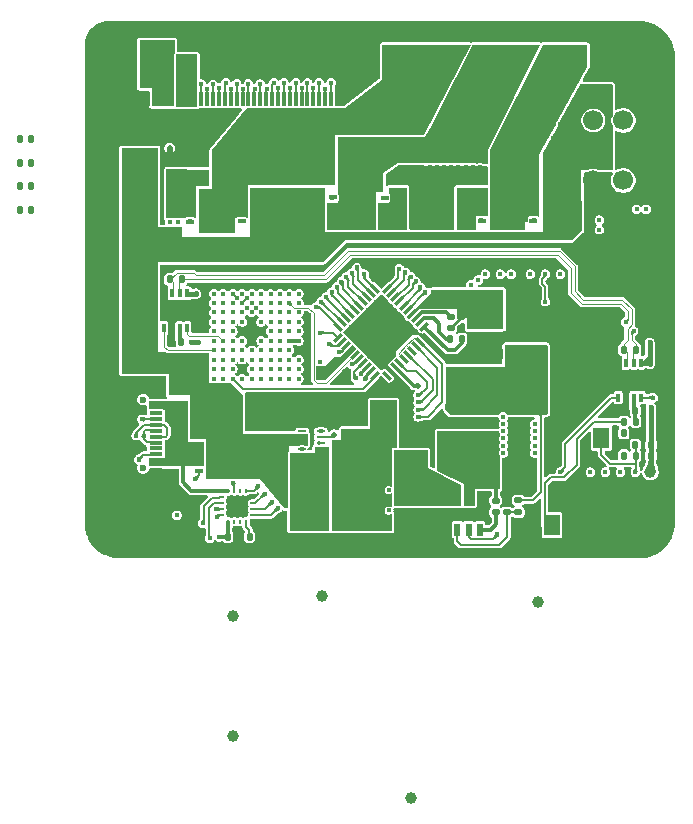
<source format=gbr>
%TF.GenerationSoftware,KiCad,Pcbnew,9.99.0-1168-g72ed3d3f11*%
%TF.CreationDate,2025-05-05T23:22:11-04:00*%
%TF.ProjectId,main_board,6d61696e-5f62-46f6-9172-642e6b696361,rev?*%
%TF.SameCoordinates,Original*%
%TF.FileFunction,Copper,L1,Top*%
%TF.FilePolarity,Positive*%
%FSLAX46Y46*%
G04 Gerber Fmt 4.6, Leading zero omitted, Abs format (unit mm)*
G04 Created by KiCad (PCBNEW 9.99.0-1168-g72ed3d3f11) date 2025-05-05 23:22:11*
%MOMM*%
%LPD*%
G01*
G04 APERTURE LIST*
G04 Aperture macros list*
%AMRoundRect*
0 Rectangle with rounded corners*
0 $1 Rounding radius*
0 $2 $3 $4 $5 $6 $7 $8 $9 X,Y pos of 4 corners*
0 Add a 4 corners polygon primitive as box body*
4,1,4,$2,$3,$4,$5,$6,$7,$8,$9,$2,$3,0*
0 Add four circle primitives for the rounded corners*
1,1,$1+$1,$2,$3*
1,1,$1+$1,$4,$5*
1,1,$1+$1,$6,$7*
1,1,$1+$1,$8,$9*
0 Add four rect primitives between the rounded corners*
20,1,$1+$1,$2,$3,$4,$5,0*
20,1,$1+$1,$4,$5,$6,$7,0*
20,1,$1+$1,$6,$7,$8,$9,0*
20,1,$1+$1,$8,$9,$2,$3,0*%
%AMRotRect*
0 Rectangle, with rotation*
0 The origin of the aperture is its center*
0 $1 length*
0 $2 width*
0 $3 Rotation angle, in degrees counterclockwise*
0 Add horizontal line*
21,1,$1,$2,0,0,$3*%
G04 Aperture macros list end*
%TA.AperFunction,EtchedComponent*%
%ADD10C,0.000000*%
%TD*%
%TA.AperFunction,SMDPad,CuDef*%
%ADD11RoundRect,0.140000X-0.170000X0.140000X-0.170000X-0.140000X0.170000X-0.140000X0.170000X0.140000X0*%
%TD*%
%TA.AperFunction,SMDPad,CuDef*%
%ADD12RoundRect,0.250000X0.325000X1.100000X-0.325000X1.100000X-0.325000X-1.100000X0.325000X-1.100000X0*%
%TD*%
%TA.AperFunction,SMDPad,CuDef*%
%ADD13RoundRect,0.147500X-0.147500X-0.172500X0.147500X-0.172500X0.147500X0.172500X-0.147500X0.172500X0*%
%TD*%
%TA.AperFunction,ComponentPad*%
%ADD14C,3.800000*%
%TD*%
%TA.AperFunction,SMDPad,CuDef*%
%ADD15R,0.304800X0.762000*%
%TD*%
%TA.AperFunction,SMDPad,CuDef*%
%ADD16R,2.438400X1.651000*%
%TD*%
%TA.AperFunction,SMDPad,CuDef*%
%ADD17RoundRect,0.250000X-1.100000X0.325000X-1.100000X-0.325000X1.100000X-0.325000X1.100000X0.325000X0*%
%TD*%
%TA.AperFunction,SMDPad,CuDef*%
%ADD18R,0.711200X0.228600*%
%TD*%
%TA.AperFunction,SMDPad,CuDef*%
%ADD19C,1.000000*%
%TD*%
%TA.AperFunction,SMDPad,CuDef*%
%ADD20RoundRect,0.140000X0.140000X0.170000X-0.140000X0.170000X-0.140000X-0.170000X0.140000X-0.170000X0*%
%TD*%
%TA.AperFunction,SMDPad,CuDef*%
%ADD21R,1.854200X5.003800*%
%TD*%
%TA.AperFunction,SMDPad,CuDef*%
%ADD22RoundRect,0.250000X-1.450000X0.250000X-1.450000X-0.250000X1.450000X-0.250000X1.450000X0.250000X0*%
%TD*%
%TA.AperFunction,SMDPad,CuDef*%
%ADD23R,0.660000X0.420000*%
%TD*%
%TA.AperFunction,SMDPad,CuDef*%
%ADD24R,0.570000X0.600000*%
%TD*%
%TA.AperFunction,SMDPad,CuDef*%
%ADD25R,1.830000X2.360000*%
%TD*%
%TA.AperFunction,SMDPad,CuDef*%
%ADD26RoundRect,0.140000X-0.140000X-0.170000X0.140000X-0.170000X0.140000X0.170000X-0.140000X0.170000X0*%
%TD*%
%TA.AperFunction,SMDPad,CuDef*%
%ADD27RoundRect,0.140000X-0.219203X-0.021213X-0.021213X-0.219203X0.219203X0.021213X0.021213X0.219203X0*%
%TD*%
%TA.AperFunction,SMDPad,CuDef*%
%ADD28RoundRect,0.250000X-0.250000X-1.450000X0.250000X-1.450000X0.250000X1.450000X-0.250000X1.450000X0*%
%TD*%
%TA.AperFunction,SMDPad,CuDef*%
%ADD29RoundRect,0.135000X-0.135000X-0.185000X0.135000X-0.185000X0.135000X0.185000X-0.135000X0.185000X0*%
%TD*%
%TA.AperFunction,BGAPad,CuDef*%
%ADD30C,0.400000*%
%TD*%
%TA.AperFunction,ComponentPad*%
%ADD31C,1.700000*%
%TD*%
%TA.AperFunction,SMDPad,CuDef*%
%ADD32RoundRect,0.250000X0.250000X1.450000X-0.250000X1.450000X-0.250000X-1.450000X0.250000X-1.450000X0*%
%TD*%
%TA.AperFunction,SMDPad,CuDef*%
%ADD33R,0.650000X0.350000*%
%TD*%
%TA.AperFunction,SMDPad,CuDef*%
%ADD34R,1.550000X2.400000*%
%TD*%
%TA.AperFunction,SMDPad,CuDef*%
%ADD35RoundRect,0.135000X0.135000X0.185000X-0.135000X0.185000X-0.135000X-0.185000X0.135000X-0.185000X0*%
%TD*%
%TA.AperFunction,SMDPad,CuDef*%
%ADD36R,1.350000X1.800000*%
%TD*%
%TA.AperFunction,SMDPad,CuDef*%
%ADD37O,0.400000X0.250000*%
%TD*%
%TA.AperFunction,SMDPad,CuDef*%
%ADD38O,0.250000X0.400000*%
%TD*%
%TA.AperFunction,SMDPad,CuDef*%
%ADD39R,1.700000X1.700000*%
%TD*%
%TA.AperFunction,SMDPad,CuDef*%
%ADD40RoundRect,0.250000X1.100000X-0.325000X1.100000X0.325000X-1.100000X0.325000X-1.100000X-0.325000X0*%
%TD*%
%TA.AperFunction,SMDPad,CuDef*%
%ADD41RoundRect,0.135000X-0.185000X0.135000X-0.185000X-0.135000X0.185000X-0.135000X0.185000X0.135000X0*%
%TD*%
%TA.AperFunction,SMDPad,CuDef*%
%ADD42RoundRect,0.140000X0.170000X-0.140000X0.170000X0.140000X-0.170000X0.140000X-0.170000X-0.140000X0*%
%TD*%
%TA.AperFunction,SMDPad,CuDef*%
%ADD43RoundRect,0.018200X0.219203X0.377312X-0.377312X-0.219203X-0.219203X-0.377312X0.377312X0.219203X0*%
%TD*%
%TA.AperFunction,SMDPad,CuDef*%
%ADD44RoundRect,0.018200X-0.219203X0.377312X-0.377312X0.219203X0.219203X-0.377312X0.377312X-0.219203X0*%
%TD*%
%TA.AperFunction,SMDPad,CuDef*%
%ADD45RotRect,4.150000X4.150000X225.000000*%
%TD*%
%TA.AperFunction,SMDPad,CuDef*%
%ADD46R,0.300000X1.250000*%
%TD*%
%TA.AperFunction,SMDPad,CuDef*%
%ADD47R,2.300000X2.200000*%
%TD*%
%TA.AperFunction,ComponentPad*%
%ADD48C,0.600000*%
%TD*%
%TA.AperFunction,ComponentPad*%
%ADD49O,1.900000X1.000000*%
%TD*%
%TA.AperFunction,ComponentPad*%
%ADD50O,1.600000X1.000000*%
%TD*%
%TA.AperFunction,SMDPad,CuDef*%
%ADD51R,1.140000X0.600000*%
%TD*%
%TA.AperFunction,SMDPad,CuDef*%
%ADD52R,1.140000X0.300000*%
%TD*%
%TA.AperFunction,SMDPad,CuDef*%
%ADD53R,3.429000X2.489200*%
%TD*%
%TA.AperFunction,SMDPad,CuDef*%
%ADD54R,0.558800X1.003300*%
%TD*%
%TA.AperFunction,SMDPad,CuDef*%
%ADD55C,0.500000*%
%TD*%
%TA.AperFunction,SMDPad,CuDef*%
%ADD56RoundRect,0.135000X0.185000X-0.135000X0.185000X0.135000X-0.185000X0.135000X-0.185000X-0.135000X0*%
%TD*%
%TA.AperFunction,ComponentPad*%
%ADD57C,2.300000*%
%TD*%
%TA.AperFunction,ViaPad*%
%ADD58C,0.400000*%
%TD*%
%TA.AperFunction,ViaPad*%
%ADD59C,1.000000*%
%TD*%
%TA.AperFunction,ViaPad*%
%ADD60C,0.500000*%
%TD*%
%TA.AperFunction,ViaPad*%
%ADD61C,0.350000*%
%TD*%
%TA.AperFunction,Conductor*%
%ADD62C,0.304800*%
%TD*%
%TA.AperFunction,Conductor*%
%ADD63C,0.431800*%
%TD*%
%TA.AperFunction,Conductor*%
%ADD64C,0.203200*%
%TD*%
%TA.AperFunction,Conductor*%
%ADD65C,0.254000*%
%TD*%
%TA.AperFunction,Conductor*%
%ADD66C,0.158242*%
%TD*%
%TA.AperFunction,Conductor*%
%ADD67C,0.200000*%
%TD*%
%TA.AperFunction,Conductor*%
%ADD68C,0.127000*%
%TD*%
%TA.AperFunction,Conductor*%
%ADD69C,0.076200*%
%TD*%
%TA.AperFunction,Conductor*%
%ADD70C,0.100000*%
%TD*%
G04 APERTURE END LIST*
D10*
%TA.AperFunction,EtchedComponent*%
%TO.C,NT3*%
G36*
X121458800Y-81272000D02*
G01*
X120958800Y-81272000D01*
X120958800Y-80272000D01*
X121458800Y-80272000D01*
X121458800Y-81272000D01*
G37*
%TD.AperFunction*%
%TD*%
D11*
%TO.P,C34,1*%
%TO.N,VBUS*%
X143967200Y-110100850D03*
%TO.P,C34,2*%
%TO.N,GND*%
X143967200Y-111060850D03*
%TD*%
D12*
%TO.P,C20,1*%
%TO.N,VBUS*%
X119077000Y-85039200D03*
%TO.P,C20,2*%
%TO.N,GND*%
X116127000Y-85039200D03*
%TD*%
D13*
%TO.P,U12,1*%
%TO.N,GND*%
X108530000Y-79530000D03*
%TO.P,U12,2*%
%TO.N,unconnected-(U12-Pad2)*%
X109500000Y-79530000D03*
%TD*%
D14*
%TO.P,REF\u002A\u002A,1*%
%TO.N,GND*%
X161000000Y-72500000D03*
%TD*%
D15*
%TO.P,U18,1,TXD*%
%TO.N,/CAN Transceiver1/CAN_TX*%
X159190002Y-101384400D03*
%TO.P,U18,2,GND*%
%TO.N,GND*%
X159840000Y-101384400D03*
%TO.P,U18,3,VCC*%
%TO.N,+3V3*%
X160490002Y-101384400D03*
%TO.P,U18,4,RXD*%
%TO.N,/CAN Transceiver1/CAN_RX*%
X161140000Y-101384400D03*
%TO.P,U18,5,VIO*%
%TO.N,+3V3*%
X161140000Y-98438000D03*
%TO.P,U18,6,CANL*%
%TO.N,/CAN_N*%
X160490002Y-98438000D03*
%TO.P,U18,7,CANH*%
%TO.N,/CAN_P*%
X159840000Y-98438000D03*
%TO.P,U18,8,S*%
%TO.N,GND*%
X159190002Y-98438000D03*
D16*
%TO.P,U18,9,EPAD*%
X160165001Y-99911200D03*
%TD*%
D17*
%TO.P,C7,1*%
%TO.N,VBUS*%
X141732000Y-109743450D03*
%TO.P,C7,2*%
%TO.N,GND*%
X141732000Y-112693450D03*
%TD*%
D18*
%TO.P,U3,1,RT*%
%TO.N,unconnected-(U3-RT-Pad1)*%
X132410200Y-104241600D03*
%TO.P,U3,2,EN*%
%TO.N,VBUS*%
X132410200Y-104741726D03*
%TO.P,U3,3,VIN*%
X132410200Y-105241852D03*
%TO.P,U3,4,GND*%
%TO.N,GND*%
X132410200Y-105741978D03*
%TO.P,U3,5,SW*%
%TO.N,Net-(U3-SW)*%
X134010400Y-105741978D03*
%TO.P,U3,6,BST*%
%TO.N,Net-(U3-BST)*%
X134010400Y-105241852D03*
%TO.P,U3,7,SS*%
%TO.N,Net-(U3-SS)*%
X134010400Y-104741726D03*
%TO.P,U3,8,FB*%
%TO.N,Net-(U3-FB)*%
X134010400Y-104241600D03*
%TD*%
D14*
%TO.P,REF\u002A\u002A,1*%
%TO.N,GND*%
X161000000Y-112000000D03*
%TD*%
D13*
%TO.P,U21,1*%
%TO.N,GND*%
X108530000Y-85500000D03*
%TO.P,U21,2*%
%TO.N,unconnected-(U21-Pad2)*%
X109500000Y-85500000D03*
%TD*%
D19*
%TO.P,REF\u002A\u002A,1*%
%TO.N,+12V*%
X152400000Y-118668800D03*
%TD*%
D20*
%TO.P,C43,1*%
%TO.N,+3V3*%
X122196800Y-96672400D03*
%TO.P,C43,2*%
%TO.N,GND*%
X121236800Y-96672400D03*
%TD*%
D21*
%TO.P,L2,1*%
%TO.N,+3V3*%
X137045700Y-110032800D03*
%TO.P,L2,2*%
%TO.N,Net-(U3-SW)*%
X132600700Y-110032800D03*
%TD*%
D12*
%TO.P,C19,1*%
%TO.N,VBUS*%
X119077000Y-97840800D03*
%TO.P,C19,2*%
%TO.N,GND*%
X116127000Y-97840800D03*
%TD*%
D20*
%TO.P,C42,1*%
%TO.N,+3V3*%
X160624800Y-102502000D03*
%TO.P,C42,2*%
%TO.N,GND*%
X159664800Y-102502000D03*
%TD*%
D22*
%TO.P,R30,1*%
%TO.N,GND*%
X122631200Y-81139600D03*
%TO.P,R30,2*%
%TO.N,/Motor/Gate Driver/H_BRIDGE_SPC*%
X122631200Y-82639600D03*
%TD*%
D23*
%TO.P,U11,1*%
%TO.N,/Motor/Gate Driver/H_BRIDGE_SHA*%
X152004800Y-84463200D03*
%TO.P,U11,2*%
X152004800Y-85113200D03*
%TO.P,U11,3*%
X152004800Y-85753200D03*
%TO.P,U11,4*%
%TO.N,/Motor/Gate Driver/H_BRIDGE_GHA*%
X152004800Y-86403200D03*
%TO.P,U11,5*%
%TO.N,VBUS*%
X154944800Y-86403200D03*
%TO.P,U11,6*%
X154944800Y-85753200D03*
%TO.P,U11,7*%
X154944800Y-85113200D03*
%TO.P,U11,8*%
X154944800Y-84463200D03*
D24*
%TO.P,U11,9*%
X153444800Y-83983200D03*
%TO.P,U11,10*%
X153444800Y-86883200D03*
D25*
%TO.P,U11,11*%
X153889800Y-85433200D03*
%TD*%
D26*
%TO.P,C53,1*%
%TO.N,+3V3*%
X126113600Y-113182400D03*
%TO.P,C53,2*%
%TO.N,GND*%
X127073600Y-113182400D03*
%TD*%
D27*
%TO.P,C45,1*%
%TO.N,+3V3*%
X135398189Y-98517389D03*
%TO.P,C45,2*%
%TO.N,GND*%
X136077011Y-99196211D03*
%TD*%
D19*
%TO.P,REF\u002A\u002A,1*%
%TO.N,/Power/VBUS_IN*%
X126593600Y-130048000D03*
%TD*%
D28*
%TO.P,R28,1*%
%TO.N,GND*%
X144792000Y-85394800D03*
%TO.P,R28,2*%
%TO.N,/Motor/Gate Driver/H_BRIDGE_SPA*%
X146292000Y-85394800D03*
%TD*%
D12*
%TO.P,C16,1*%
%TO.N,VBUS*%
X119077000Y-91440000D03*
%TO.P,C16,2*%
%TO.N,GND*%
X116127000Y-91440000D03*
%TD*%
D23*
%TO.P,U16,1*%
%TO.N,/Motor/Gate Driver/H_BRIDGE_SHC*%
X127315600Y-84540800D03*
%TO.P,U16,2*%
X127315600Y-85190800D03*
%TO.P,U16,3*%
X127315600Y-85830800D03*
%TO.P,U16,4*%
%TO.N,/Motor/Gate Driver/H_BRIDGE_GHC*%
X127315600Y-86480800D03*
%TO.P,U16,5*%
%TO.N,VBUS*%
X130255600Y-86480800D03*
%TO.P,U16,6*%
X130255600Y-85830800D03*
%TO.P,U16,7*%
X130255600Y-85190800D03*
%TO.P,U16,8*%
X130255600Y-84540800D03*
D24*
%TO.P,U16,9*%
X128755600Y-84060800D03*
%TO.P,U16,10*%
X128755600Y-86960800D03*
D25*
%TO.P,U16,11*%
X129200600Y-85510800D03*
%TD*%
D14*
%TO.P,REF\u002A\u002A,1*%
%TO.N,GND*%
X116332000Y-77825600D03*
%TD*%
D15*
%TO.P,U10,1,TXD*%
%TO.N,/CAN Transceiver/CAN_TX*%
X120741801Y-95504000D03*
%TO.P,U10,2,GND*%
%TO.N,GND*%
X121391799Y-95504000D03*
%TO.P,U10,3,VCC*%
%TO.N,+3V3*%
X122041801Y-95504000D03*
%TO.P,U10,4,RXD*%
%TO.N,/CAN Transceiver/CAN_RX*%
X122691799Y-95504000D03*
%TO.P,U10,5,VIO*%
%TO.N,+3V3*%
X122691799Y-92557600D03*
%TO.P,U10,6,CANL*%
%TO.N,/CAN_N*%
X122041801Y-92557600D03*
%TO.P,U10,7,CANH*%
%TO.N,/CAN_P*%
X121391799Y-92557600D03*
%TO.P,U10,8,S*%
%TO.N,GND*%
X120741801Y-92557600D03*
D16*
%TO.P,U10,9,EPAD*%
X121716800Y-94030800D03*
%TD*%
D11*
%TO.P,C35,1*%
%TO.N,VBUS*%
X145897600Y-94566800D03*
%TO.P,C35,2*%
%TO.N,GND*%
X145897600Y-95526800D03*
%TD*%
D29*
%TO.P,R13,1*%
%TO.N,Net-(U1-ADDR{slash}ORIENT)*%
X127963200Y-113182400D03*
%TO.P,R13,2*%
%TO.N,GND*%
X128983200Y-113182400D03*
%TD*%
%TO.P,R19,1*%
%TO.N,/CAN_P*%
X159634800Y-97320400D03*
%TO.P,R19,2*%
%TO.N,/CAN_N*%
X160654800Y-97320400D03*
%TD*%
%TO.P,R38,1*%
%TO.N,+3V3*%
X159634800Y-106299000D03*
%TO.P,R38,2*%
%TO.N,Net-(U6-EN)*%
X160654800Y-106299000D03*
%TD*%
D30*
%TO.P,U7,A1,PE4*%
%TO.N,unconnected-(U7B-PE4-PadA1)*%
X124943200Y-99783600D03*
%TO.P,U7,A2,PB9*%
%TO.N,unconnected-(U7A-PB9-PadA2)*%
X124943200Y-98983600D03*
%TO.P,U7,A3,PB8-BOOT0*%
%TO.N,unconnected-(U7A-PB8-BOOT0-PadA3)*%
X124943200Y-98183600D03*
%TO.P,U7,A4,PB6*%
%TO.N,/CAN Transceiver/CAN_TX*%
X124943200Y-97383600D03*
%TO.P,U7,A5,PB3*%
%TO.N,unconnected-(U7A-PB3-PadA5)*%
X124943200Y-96583600D03*
%TO.P,U7,A6,PD6*%
%TO.N,unconnected-(U7A-PD6-PadA6)*%
X124943200Y-95783600D03*
%TO.P,U7,A7,PD5*%
%TO.N,unconnected-(U7A-PD5-PadA7)*%
X124943200Y-94983600D03*
%TO.P,U7,A8,PD4*%
%TO.N,unconnected-(U7A-PD4-PadA8)*%
X124943200Y-94183600D03*
%TO.P,U7,A9,PD1*%
%TO.N,unconnected-(U7A-PD1-PadA9)*%
X124943200Y-93383600D03*
%TO.P,U7,A10,PC12*%
%TO.N,/Motor/Gate Driver/GATE_DRIVER_SDO*%
X124943200Y-92583600D03*
%TO.P,U7,B1,PE5*%
%TO.N,unconnected-(U7B-PE5-PadB1)*%
X125743200Y-99783600D03*
%TO.P,U7,B2,PE3*%
%TO.N,unconnected-(U7B-PE3-PadB2)*%
X125743200Y-98983600D03*
%TO.P,U7,B3,PE1*%
%TO.N,unconnected-(U7B-PE1-PadB3)*%
X125743200Y-98183600D03*
%TO.P,U7,B4,PB7*%
%TO.N,unconnected-(U7A-PB7-PadB4)*%
X125743200Y-97383600D03*
%TO.P,U7,B5,PB5*%
%TO.N,/CAN Transceiver/CAN_RX*%
X125743200Y-96583600D03*
%TO.P,U7,B6,PD7*%
%TO.N,unconnected-(U7A-PD7-PadB6)*%
X125743200Y-95783600D03*
%TO.P,U7,B7,PD2*%
%TO.N,unconnected-(U7A-PD2-PadB7)*%
X125743200Y-94983600D03*
%TO.P,U7,B8,PD0*%
%TO.N,unconnected-(U7A-PD0-PadB8)*%
X125743200Y-94183600D03*
%TO.P,U7,B9,PA15*%
%TO.N,unconnected-(U7A-PA15-PadB9)*%
X125743200Y-93383600D03*
%TO.P,U7,B10,PA14*%
%TO.N,unconnected-(U7A-PA14-PadB10)*%
X125743200Y-92583600D03*
%TO.P,U7,C1,PC14-OSC32_IN*%
%TO.N,/Motor/Gate Driver/GATE_DRIVER_ENABLE*%
X126543200Y-99783600D03*
%TO.P,U7,C2,PE6*%
%TO.N,unconnected-(U7B-PE6-PadC2)*%
X126543200Y-98983600D03*
%TO.P,U7,C3,PE2*%
%TO.N,unconnected-(U7B-PE2-PadC3)*%
X126543200Y-98183600D03*
%TO.P,U7,C4,PE0*%
%TO.N,unconnected-(U7B-PE0-PadC4)*%
X126543200Y-97383600D03*
%TO.P,U7,C5,PB4*%
%TO.N,unconnected-(U7A-PB4-PadC5)*%
X126543200Y-96583600D03*
%TO.P,U7,C6,PD3*%
%TO.N,unconnected-(U7A-PD3-PadC6)*%
X126543200Y-95783600D03*
%TO.P,U7,C7,PC11*%
%TO.N,/Motor/Gate Driver/GATE_DRIVER_SCLK*%
X126543200Y-94983600D03*
%TO.P,U7,C8,PC10*%
%TO.N,unconnected-(U7A-PC10-PadC8)*%
X126543200Y-94183600D03*
%TO.P,U7,C9,PA12*%
%TO.N,unconnected-(U7A-PA12-PadC9)*%
X126543200Y-93383600D03*
%TO.P,U7,C10,PA11*%
%TO.N,/Expansion Port/ENCODER_SCL*%
X126543200Y-92583600D03*
%TO.P,U7,D1,PC15-OSC32_OUT*%
%TO.N,/Motor/Gate Driver/GATE_DRIVER_INLA*%
X127343200Y-99783600D03*
%TO.P,U7,D2,VSS*%
%TO.N,GND*%
X127343200Y-98983600D03*
%TO.P,U7,D3,VBAT*%
%TO.N,+3V3*%
X127343200Y-98183600D03*
%TO.P,U7,D4,PC13*%
%TO.N,/Motor/Gate Driver/GATE_DRIVER_SDI*%
X127343200Y-97383600D03*
%TO.P,U7,D5,VDD*%
%TO.N,+3V3*%
X127343200Y-96583600D03*
%TO.P,U7,D6,VSS*%
%TO.N,GND*%
X127343200Y-95783600D03*
%TO.P,U7,D7,VDD*%
%TO.N,+3V3*%
X127343200Y-94983600D03*
%TO.P,U7,D8,PA13*%
%TO.N,unconnected-(U7A-PA13-PadD8)*%
X127343200Y-94183600D03*
%TO.P,U7,D9,PA10*%
%TO.N,/Expansion Port/ENCODER_SDA*%
X127343200Y-93383600D03*
%TO.P,U7,D10,PA9*%
%TO.N,unconnected-(U7A-PA9-PadD10)*%
X127343200Y-92583600D03*
%TO.P,U7,E1,PF0-OSC_IN*%
%TO.N,unconnected-(U7B-PF0-OSC_IN-PadE1)*%
X128143200Y-99783600D03*
%TO.P,U7,E2,PF1-OSC_OUT*%
%TO.N,unconnected-(U7B-PF1-OSC_OUT-PadE2)*%
X128143200Y-98983600D03*
%TO.P,U7,E3,PF9*%
%TO.N,unconnected-(U7B-PF9-PadE3)*%
X128143200Y-98183600D03*
%TO.P,U7,E4,PF10*%
%TO.N,unconnected-(U7B-PF10-PadE4)*%
X128143200Y-97383600D03*
%TO.P,U7,E5,VSS*%
%TO.N,GND*%
X128143200Y-96583600D03*
%TO.P,U7,E6,VSS*%
X128143200Y-95783600D03*
%TO.P,U7,E7,VSS*%
X128143200Y-94983600D03*
%TO.P,U7,E8,PC8*%
%TO.N,unconnected-(U7A-PC8-PadE8)*%
X128143200Y-94183600D03*
%TO.P,U7,E9,PC9*%
%TO.N,unconnected-(U7A-PC9-PadE9)*%
X128143200Y-93383600D03*
%TO.P,U7,E10,PA8*%
%TO.N,unconnected-(U7A-PA8-PadE10)*%
X128143200Y-92583600D03*
%TO.P,U7,F1,PC2*%
%TO.N,unconnected-(U7A-PC2-PadF1)*%
X128943200Y-99783600D03*
%TO.P,U7,F2,PC0*%
%TO.N,unconnected-(U7A-PC0-PadF2)*%
X128943200Y-98983600D03*
%TO.P,U7,F3,PG10-NRST*%
%TO.N,/MCU/STM32_EN*%
X128943200Y-98183600D03*
%TO.P,U7,F4,PC1*%
%TO.N,unconnected-(U7A-PC1-PadF4)*%
X128943200Y-97383600D03*
%TO.P,U7,F5,VDD*%
%TO.N,+3V3*%
X128943200Y-96583600D03*
%TO.P,U7,F6,VSS*%
%TO.N,GND*%
X128943200Y-95783600D03*
%TO.P,U7,F7,VDD*%
%TO.N,+3V3*%
X128943200Y-94983600D03*
%TO.P,U7,F8,PD14*%
%TO.N,unconnected-(U7A-PD14-PadF8)*%
X128943200Y-94183600D03*
%TO.P,U7,F9,PC6*%
%TO.N,unconnected-(U7A-PC6-PadF9)*%
X128943200Y-93383600D03*
%TO.P,U7,F10,PC7*%
%TO.N,unconnected-(U7A-PC7-PadF10)*%
X128943200Y-92583600D03*
%TO.P,U7,G1,PC3*%
%TO.N,unconnected-(U7A-PC3-PadG1)*%
X129743200Y-99783600D03*
%TO.P,U7,G2,PA1*%
%TO.N,/Motor/Gate Driver/GATE_DRIVER_INHB*%
X129743200Y-98983600D03*
%TO.P,U7,G3,PF2*%
%TO.N,unconnected-(U7B-PF2-PadG3)*%
X129743200Y-98183600D03*
%TO.P,U7,G4,PA0*%
%TO.N,/Motor/Gate Driver/GATE_DRIVER_INHA*%
X129743200Y-97383600D03*
%TO.P,U7,G5,PE7*%
%TO.N,unconnected-(U7B-PE7-PadG5)*%
X129743200Y-96583600D03*
%TO.P,U7,G6,PE12*%
%TO.N,unconnected-(U7B-PE12-PadG6)*%
X129743200Y-95783600D03*
%TO.P,U7,G7,PD10*%
%TO.N,unconnected-(U7A-PD10-PadG7)*%
X129743200Y-94983600D03*
%TO.P,U7,G8,PD9*%
%TO.N,unconnected-(U7A-PD9-PadG8)*%
X129743200Y-94183600D03*
%TO.P,U7,G9,PD13*%
%TO.N,unconnected-(U7A-PD13-PadG9)*%
X129743200Y-93383600D03*
%TO.P,U7,G10,PD15*%
%TO.N,unconnected-(U7A-PD15-PadG10)*%
X129743200Y-92583600D03*
%TO.P,U7,H1,PA2*%
%TO.N,/Motor/Gate Driver/GATE_DRIVER_INHC*%
X130543200Y-99783600D03*
%TO.P,U7,H2,PA4*%
%TO.N,unconnected-(U7A-PA4-PadH2)*%
X130543200Y-98983600D03*
%TO.P,U7,H3,PA3*%
%TO.N,/Motor/Gate Driver/MOTOR_A_CURRENT_SENSE*%
X130543200Y-98183600D03*
%TO.P,U7,H4,PB0*%
%TO.N,/Motor/Gate Driver/GATE_DRIVER_NSCS*%
X130543200Y-97383600D03*
%TO.P,U7,H5,PE8*%
%TO.N,unconnected-(U7B-PE8-PadH5)*%
X130543200Y-96583600D03*
%TO.P,U7,H6,PE9*%
%TO.N,unconnected-(U7B-PE9-PadH6)*%
X130543200Y-95783600D03*
%TO.P,U7,H7,PE15*%
%TO.N,unconnected-(U7B-PE15-PadH7)*%
X130543200Y-94983600D03*
%TO.P,U7,H8,PB11*%
%TO.N,unconnected-(U7A-PB11-PadH8)*%
X130543200Y-94183600D03*
%TO.P,U7,H9,PB14*%
%TO.N,unconnected-(U7A-PB14-PadH9)*%
X130543200Y-93383600D03*
%TO.P,U7,H10,PD11*%
%TO.N,unconnected-(U7A-PD11-PadH10)*%
X130543200Y-92583600D03*
%TO.P,U7,J1,PA5*%
%TO.N,unconnected-(U7A-PA5-PadJ1)*%
X131343200Y-99783600D03*
%TO.P,U7,J2,PA6*%
%TO.N,/Motor/Gate Driver/MOTOR_B_CURRENT_SENSE*%
X131343200Y-98983600D03*
%TO.P,U7,J3,PC5*%
%TO.N,unconnected-(U7A-PC5-PadJ3)*%
X131343200Y-98183600D03*
%TO.P,U7,J4,PB2*%
%TO.N,unconnected-(U7A-PB2-PadJ4)*%
X131343200Y-97383600D03*
%TO.P,U7,J5,VDDA*%
%TO.N,+3V3*%
X131343200Y-96583600D03*
%TO.P,U7,J6,PE11*%
%TO.N,unconnected-(U7B-PE11-PadJ6)*%
X131343200Y-95783600D03*
%TO.P,U7,J7,PE14*%
%TO.N,unconnected-(U7B-PE14-PadJ7)*%
X131343200Y-94983600D03*
%TO.P,U7,J8,PB10*%
%TO.N,unconnected-(U7A-PB10-PadJ8)*%
X131343200Y-94183600D03*
%TO.P,U7,J9,PB13*%
%TO.N,/Motor/Gate Driver/GATE_DRIVER_NFAULT*%
X131343200Y-93383600D03*
%TO.P,U7,J10,PD12*%
%TO.N,unconnected-(U7A-PD12-PadJ10)*%
X131343200Y-92583600D03*
%TO.P,U7,K1,PA7*%
%TO.N,unconnected-(U7A-PA7-PadK1)*%
X132143200Y-99783600D03*
%TO.P,U7,K2,PC4*%
%TO.N,unconnected-(U7A-PC4-PadK2)*%
X132143200Y-98983600D03*
%TO.P,U7,K3,PB1*%
%TO.N,/Motor/Gate Driver/MOTOR_C_CURRENT_SENSE*%
X132143200Y-98183600D03*
%TO.P,U7,K4,VSSA*%
%TO.N,GND*%
X132143200Y-97383600D03*
%TO.P,U7,K5,VREF+*%
%TO.N,+3V3*%
X132143200Y-96583600D03*
%TO.P,U7,K6,PE10*%
%TO.N,unconnected-(U7B-PE10-PadK6)*%
X132143200Y-95783600D03*
%TO.P,U7,K7,PE13*%
%TO.N,unconnected-(U7B-PE13-PadK7)*%
X132143200Y-94983600D03*
%TO.P,U7,K8,PB12*%
%TO.N,unconnected-(U7A-PB12-PadK8)*%
X132143200Y-94183600D03*
%TO.P,U7,K9,PB15*%
%TO.N,unconnected-(U7A-PB15-PadK9)*%
X132143200Y-93383600D03*
%TO.P,U7,K10,PD8*%
%TO.N,unconnected-(U7A-PD8-PadK10)*%
X132143200Y-92583600D03*
%TD*%
D29*
%TO.P,R37,1*%
%TO.N,/MCU/EN_12V*%
X159634800Y-104407000D03*
%TO.P,R37,2*%
%TO.N,GND*%
X160654800Y-104407000D03*
%TD*%
D31*
%TO.P,CN1,1,1*%
%TO.N,GND*%
X157073600Y-77927200D03*
X157073600Y-83007200D03*
%TO.P,CN1,2,2*%
%TO.N,+12V*%
X159613600Y-77927200D03*
X159613600Y-83007200D03*
%TD*%
D26*
%TO.P,C29,1*%
%TO.N,+3V3*%
X161957600Y-105372200D03*
%TO.P,C29,2*%
%TO.N,GND*%
X162917600Y-105372200D03*
%TD*%
D13*
%TO.P,U19,1*%
%TO.N,GND*%
X108530000Y-81520000D03*
%TO.P,U19,2*%
%TO.N,unconnected-(U19-Pad2)*%
X109500000Y-81520000D03*
%TD*%
%TO.P,U20,1*%
%TO.N,GND*%
X108530000Y-83510000D03*
%TO.P,U20,2*%
%TO.N,unconnected-(U20-Pad2)*%
X109500000Y-83510000D03*
%TD*%
D32*
%TO.P,R29,1*%
%TO.N,GND*%
X142228000Y-85410800D03*
%TO.P,R29,2*%
%TO.N,/Motor/Gate Driver/H_BRIDGE_SPB*%
X140728000Y-85410800D03*
%TD*%
D19*
%TO.P,REF\u002A\u002A,1*%
%TO.N,VBUS*%
X141630400Y-135331200D03*
%TD*%
D33*
%TO.P,U5,1*%
%TO.N,/Power/VBUS_IN*%
X123696800Y-105677500D03*
%TO.P,U5,2*%
X123696800Y-106327500D03*
%TO.P,U5,3*%
X123696800Y-106977500D03*
%TO.P,U5,4*%
%TO.N,Net-(D4-A)*%
X123696800Y-107627500D03*
%TO.P,U5,5*%
%TO.N,VBUS*%
X126796800Y-107627500D03*
%TO.P,U5,6*%
X126796800Y-106977500D03*
%TO.P,U5,7*%
X126796800Y-106327500D03*
%TO.P,U5,8*%
X126796800Y-105677500D03*
D34*
%TO.P,U5,9*%
X125246800Y-106652500D03*
%TD*%
D35*
%TO.P,R39,1*%
%TO.N,+3V3*%
X160654800Y-103441800D03*
%TO.P,R39,2*%
%TO.N,Net-(U6-IO0)*%
X159634800Y-103441800D03*
%TD*%
D36*
%TO.P,S1,1*%
%TO.N,Net-(U6-EN)*%
X157749400Y-104788000D03*
%TO.P,S1,2*%
%TO.N,GND*%
X153599400Y-104788000D03*
%TD*%
D23*
%TO.P,U15,1*%
%TO.N,/Motor/Gate Driver/H_BRIDGE_SPB*%
X139413600Y-86393200D03*
%TO.P,U15,2*%
X139413600Y-85743200D03*
%TO.P,U15,3*%
X139413600Y-85103200D03*
%TO.P,U15,4*%
%TO.N,/Motor/Gate Driver/H_BRIDGE_GLB*%
X139413600Y-84453200D03*
%TO.P,U15,5*%
%TO.N,/Motor/Gate Driver/H_BRIDGE_SHB*%
X136473600Y-84453200D03*
%TO.P,U15,6*%
X136473600Y-85103200D03*
%TO.P,U15,7*%
X136473600Y-85743200D03*
%TO.P,U15,8*%
X136473600Y-86393200D03*
D24*
%TO.P,U15,9*%
X137973600Y-86873200D03*
%TO.P,U15,10*%
X137973600Y-83973200D03*
D25*
%TO.P,U15,11*%
X137528600Y-85423200D03*
%TD*%
D37*
%TO.P,U1,1,D+*%
%TO.N,/MCU/USB_D+*%
X125612500Y-109837500D03*
%TO.P,U1,2,D-*%
%TO.N,/MCU/USB_D-*%
X125612500Y-110337500D03*
%TO.P,U1,3,CC1*%
%TO.N,Net-(U1-CC1)*%
X125612500Y-110837500D03*
%TO.P,U1,4,CC2*%
%TO.N,Net-(U1-CC2)*%
X125612500Y-111337500D03*
D38*
%TO.P,U1,5,VDD*%
%TO.N,+3V3*%
X126162500Y-111887500D03*
%TO.P,U1,6,DEBUG_N*%
%TO.N,unconnected-(U1-DEBUG_N-Pad6)*%
X126662500Y-111887500D03*
%TO.P,U1,7,EN_HVDCP/OUT1*%
%TO.N,unconnected-(U1-EN_HVDCP{slash}OUT1-Pad7)*%
X127162500Y-111887500D03*
%TO.P,U1,8,ADDR/ORIENT*%
%TO.N,Net-(U1-ADDR{slash}ORIENT)*%
X127662500Y-111887500D03*
D37*
%TO.P,U1,9,SDA/SNK_VSET*%
%TO.N,/MCU/PD_SDA*%
X128212500Y-111337500D03*
%TO.P,U1,10,SCL/SNK_ISET*%
%TO.N,/MCU/PD_SCL*%
X128212500Y-110837500D03*
%TO.P,U1,11,INT_N*%
%TO.N,/MCU/PD_INT_N*%
X128212500Y-110337500D03*
%TO.P,U1,12,EN_N*%
%TO.N,GND*%
X128212500Y-109837500D03*
D38*
%TO.P,U1,13,FAULT/OUT2*%
%TO.N,/MCU/PD_FAULT*%
X127662500Y-109287500D03*
%TO.P,U1,14,FLGIN*%
%TO.N,unconnected-(U1-FLGIN-Pad14)*%
X127162500Y-109287500D03*
%TO.P,U1,15,GATE*%
%TO.N,/Power/VBUS_SWITCH_GATE*%
X126662500Y-109287500D03*
%TO.P,U1,16,VBUS*%
%TO.N,/Power/VBUS_IN*%
X126162500Y-109287500D03*
D39*
%TO.P,U1,17,GND*%
%TO.N,GND*%
X126912500Y-110587500D03*
%TD*%
D40*
%TO.P,C8,1*%
%TO.N,VBUS*%
X129032000Y-106123000D03*
%TO.P,C8,2*%
%TO.N,GND*%
X129032000Y-103173000D03*
%TD*%
D12*
%TO.P,C40,1*%
%TO.N,VBUS*%
X119075200Y-88239600D03*
%TO.P,C40,2*%
%TO.N,GND*%
X116125200Y-88239600D03*
%TD*%
D11*
%TO.P,C55,1*%
%TO.N,Net-(U2-SW)*%
X148793200Y-110111600D03*
%TO.P,C55,2*%
%TO.N,Net-(U2-CB)*%
X148793200Y-111071600D03*
%TD*%
D20*
%TO.P,C44,1*%
%TO.N,Net-(U6-EN)*%
X160624800Y-105372200D03*
%TO.P,C44,2*%
%TO.N,GND*%
X159664800Y-105372200D03*
%TD*%
D19*
%TO.P,REF\u002A\u002A,1*%
%TO.N,+3V3*%
X126593600Y-119888000D03*
%TD*%
D40*
%TO.P,C6,1*%
%TO.N,+12V*%
X151282400Y-97690200D03*
%TO.P,C6,2*%
%TO.N,GND*%
X151282400Y-94740200D03*
%TD*%
D41*
%TO.P,R12,1*%
%TO.N,+12V*%
X150723600Y-110081600D03*
%TO.P,R12,2*%
%TO.N,Net-(U2-FB)*%
X150723600Y-111101600D03*
%TD*%
D23*
%TO.P,U13,1*%
%TO.N,/Motor/Gate Driver/H_BRIDGE_SPA*%
X147606400Y-84463200D03*
%TO.P,U13,2*%
X147606400Y-85113200D03*
%TO.P,U13,3*%
X147606400Y-85753200D03*
%TO.P,U13,4*%
%TO.N,/Motor/Gate Driver/H_BRIDGE_GLA*%
X147606400Y-86403200D03*
%TO.P,U13,5*%
%TO.N,/Motor/Gate Driver/H_BRIDGE_SHA*%
X150546400Y-86403200D03*
%TO.P,U13,6*%
X150546400Y-85753200D03*
%TO.P,U13,7*%
X150546400Y-85113200D03*
%TO.P,U13,8*%
X150546400Y-84463200D03*
D24*
%TO.P,U13,9*%
X149046400Y-83983200D03*
%TO.P,U13,10*%
X149046400Y-86883200D03*
D25*
%TO.P,U13,11*%
X149491400Y-85433200D03*
%TD*%
D42*
%TO.P,C22,1*%
%TO.N,VBUS*%
X144983200Y-95526800D03*
%TO.P,C22,2*%
%TO.N,Net-(U8-VCP)*%
X144983200Y-94566800D03*
%TD*%
D23*
%TO.P,U14,1*%
%TO.N,/Motor/Gate Driver/H_BRIDGE_SHB*%
X135015600Y-86380800D03*
%TO.P,U14,2*%
X135015600Y-85730800D03*
%TO.P,U14,3*%
X135015600Y-85090800D03*
%TO.P,U14,4*%
%TO.N,/Motor/Gate Driver/H_BRIDGE_GHB*%
X135015600Y-84440800D03*
%TO.P,U14,5*%
%TO.N,VBUS*%
X132075600Y-84440800D03*
%TO.P,U14,6*%
X132075600Y-85090800D03*
%TO.P,U14,7*%
X132075600Y-85730800D03*
%TO.P,U14,8*%
X132075600Y-86380800D03*
D24*
%TO.P,U14,9*%
X133575600Y-86860800D03*
%TO.P,U14,10*%
X133575600Y-83960800D03*
D25*
%TO.P,U14,11*%
X133130600Y-85410800D03*
%TD*%
D40*
%TO.P,C5,1*%
%TO.N,+3V3*%
X136550400Y-105615000D03*
%TO.P,C5,2*%
%TO.N,GND*%
X136550400Y-102665000D03*
%TD*%
D12*
%TO.P,C18,1*%
%TO.N,VBUS*%
X119073400Y-94640400D03*
%TO.P,C18,2*%
%TO.N,GND*%
X116123400Y-94640400D03*
%TD*%
D26*
%TO.P,C21,1*%
%TO.N,Net-(U8-CPH)*%
X144960400Y-96418400D03*
%TO.P,C21,2*%
%TO.N,Net-(U8-CPL)*%
X145920400Y-96418400D03*
%TD*%
D43*
%TO.P,U8,1,CPL*%
%TO.N,Net-(U8-CPL)*%
X142777690Y-95374955D03*
%TO.P,U8,2,CPH*%
%TO.N,Net-(U8-CPH)*%
X142424136Y-95021401D03*
%TO.P,U8,3,VCP*%
%TO.N,Net-(U8-VCP)*%
X142070583Y-94667848D03*
%TO.P,U8,4,VM*%
%TO.N,VBUS*%
X141717029Y-94314295D03*
%TO.P,U8,5,VDRAIN*%
X141363476Y-93960741D03*
%TO.P,U8,6,GHA*%
%TO.N,/Motor/Gate Driver/H_BRIDGE_GHA*%
X141009923Y-93607188D03*
%TO.P,U8,7,SHA*%
%TO.N,/Motor/Gate Driver/H_BRIDGE_SHA*%
X140656369Y-93253635D03*
%TO.P,U8,8,GLA*%
%TO.N,/Motor/Gate Driver/H_BRIDGE_GLA*%
X140302816Y-92900081D03*
%TO.P,U8,9,SPA*%
%TO.N,/Motor/Gate Driver/H_BRIDGE_SPA*%
X139949263Y-92546528D03*
%TO.P,U8,10,SNA*%
%TO.N,/Motor/Gate Driver/H_BRIDGE_SNA*%
X139595709Y-92192974D03*
D44*
%TO.P,U8,11,SNB*%
%TO.N,/Motor/Gate Driver/H_BRIDGE_SNB*%
X138626973Y-92192974D03*
%TO.P,U8,12,SPB*%
%TO.N,/Motor/Gate Driver/H_BRIDGE_SPB*%
X138273419Y-92546528D03*
%TO.P,U8,13,GLB*%
%TO.N,/Motor/Gate Driver/H_BRIDGE_GLB*%
X137919866Y-92900081D03*
%TO.P,U8,14,SHB*%
%TO.N,/Motor/Gate Driver/H_BRIDGE_SHB*%
X137566313Y-93253635D03*
%TO.P,U8,15,GHB*%
%TO.N,/Motor/Gate Driver/H_BRIDGE_GHB*%
X137212759Y-93607188D03*
%TO.P,U8,16,GHC*%
%TO.N,/Motor/Gate Driver/H_BRIDGE_GHC*%
X136859206Y-93960741D03*
%TO.P,U8,17,SHC*%
%TO.N,/Motor/Gate Driver/H_BRIDGE_SHC*%
X136505653Y-94314295D03*
%TO.P,U8,18,GLC*%
%TO.N,/Motor/Gate Driver/H_BRIDGE_GLC*%
X136152099Y-94667848D03*
%TO.P,U8,19,SPC*%
%TO.N,/Motor/Gate Driver/H_BRIDGE_SPC*%
X135798546Y-95021401D03*
%TO.P,U8,20,SNC*%
%TO.N,/Motor/Gate Driver/H_BRIDGE_SNC*%
X135444992Y-95374955D03*
D43*
%TO.P,U8,21,SOC*%
%TO.N,Net-(U8-SOC)*%
X135444992Y-96343691D03*
%TO.P,U8,22,SOB*%
%TO.N,Net-(U8-SOB)*%
X135798546Y-96697245D03*
%TO.P,U8,23,SOA*%
%TO.N,Net-(U8-SOA)*%
X136152099Y-97050798D03*
%TO.P,U8,24,VREF*%
%TO.N,+3V3*%
X136505653Y-97404351D03*
%TO.P,U8,25,NFAULT*%
%TO.N,/Motor/Gate Driver/GATE_DRIVER_NFAULT*%
X136859206Y-97757905D03*
%TO.P,U8,26,SDO*%
%TO.N,/Motor/Gate Driver/GATE_DRIVER_SDO*%
X137212759Y-98111458D03*
%TO.P,U8,27,SDI*%
%TO.N,/Motor/Gate Driver/GATE_DRIVER_SDI*%
X137566313Y-98465011D03*
%TO.P,U8,28,SCLK*%
%TO.N,/Motor/Gate Driver/GATE_DRIVER_SCLK*%
X137919866Y-98818565D03*
%TO.P,U8,29,NSCS*%
%TO.N,/Motor/Gate Driver/GATE_DRIVER_NSCS*%
X138273419Y-99172118D03*
%TO.P,U8,30,ENABLE*%
%TO.N,/Motor/Gate Driver/GATE_DRIVER_ENABLE*%
X138626973Y-99525672D03*
D44*
%TO.P,U8,31,CAL*%
%TO.N,unconnected-(U8-CAL-Pad31)*%
X139595709Y-99525672D03*
%TO.P,U8,32,AGND*%
%TO.N,GND*%
X139949263Y-99172118D03*
%TO.P,U8,33,DVDD*%
%TO.N,Net-(U8-DVDD)*%
X140302816Y-98818565D03*
%TO.P,U8,34,INHA*%
%TO.N,/Motor/Gate Driver/GATE_DRIVER_INHA*%
X140656369Y-98465011D03*
%TO.P,U8,35,INLA*%
%TO.N,/Motor/Gate Driver/GATE_DRIVER_INLA*%
X141009923Y-98111458D03*
%TO.P,U8,36,INHB*%
%TO.N,/Motor/Gate Driver/GATE_DRIVER_INHB*%
X141363476Y-97757905D03*
%TO.P,U8,37,INLB*%
%TO.N,/Motor/Gate Driver/GATE_DRIVER_INLA*%
X141717029Y-97404351D03*
%TO.P,U8,38,INHC*%
%TO.N,/Motor/Gate Driver/GATE_DRIVER_INHC*%
X142070583Y-97050798D03*
%TO.P,U8,39,INLC*%
%TO.N,/Motor/Gate Driver/GATE_DRIVER_INLA*%
X142424136Y-96697245D03*
%TO.P,U8,40,PGND*%
%TO.N,GND*%
X142777690Y-96343691D03*
D45*
%TO.P,U8,41,EXP*%
X139111341Y-95859323D03*
%TD*%
D14*
%TO.P,REF\u002A\u002A,1*%
%TO.N,GND*%
X117000000Y-112000000D03*
%TD*%
D12*
%TO.P,C31,1*%
%TO.N,VBUS*%
X119077000Y-81838800D03*
%TO.P,C31,2*%
%TO.N,GND*%
X116127000Y-81838800D03*
%TD*%
D36*
%TO.P,S2,1*%
%TO.N,Net-(U6-IO0)*%
X153576200Y-112166400D03*
%TO.P,S2,2*%
%TO.N,GND*%
X157726200Y-112166400D03*
%TD*%
D29*
%TO.P,R18,1*%
%TO.N,/CAN_P*%
X121222801Y-91389200D03*
%TO.P,R18,2*%
%TO.N,/CAN_N*%
X122242801Y-91389200D03*
%TD*%
D46*
%TO.P,U22,1,1*%
%TO.N,GND*%
X135869600Y-76075200D03*
%TO.P,U22,2,2*%
X135369600Y-76075200D03*
%TO.P,U22,3,3*%
%TO.N,/Expansion Port/EXPANSION_IO1*%
X134869600Y-76075200D03*
%TO.P,U22,4,4*%
%TO.N,/Expansion Port/EXPANSION_IO2*%
X134369600Y-76075200D03*
%TO.P,U22,5,5*%
%TO.N,/Expansion Port/EXPANSION_IO42*%
X133869600Y-76075200D03*
%TO.P,U22,6,6*%
%TO.N,/Expansion Port/EXPANSION_IO41*%
X133369600Y-76075200D03*
%TO.P,U22,7,7*%
%TO.N,/Expansion Port/EXPANSION_IO40*%
X132869600Y-76075200D03*
%TO.P,U22,8,8*%
%TO.N,/Expansion Port/EXPANSION_IO38*%
X132369600Y-76075200D03*
%TO.P,U22,9,9*%
%TO.N,/Expansion Port/EXPANSION_IO37*%
X131869600Y-76075200D03*
%TO.P,U22,10,10*%
%TO.N,/Expansion Port/EXPANSION_IO36*%
X131369600Y-76075200D03*
%TO.P,U22,11,11*%
%TO.N,/Expansion Port/EXPANSION_IO35*%
X130869600Y-76075200D03*
%TO.P,U22,12,12*%
%TO.N,/Expansion Port/EXPANSION_IO45*%
X130369600Y-76075200D03*
%TO.P,U22,13,13*%
%TO.N,/Expansion Port/EXPANSION_IO48*%
X129869600Y-76075200D03*
%TO.P,U22,14,14*%
%TO.N,/Expansion Port/EXPANSION_IO47*%
X129369600Y-76075200D03*
%TO.P,U22,15,15*%
%TO.N,/Expansion Port/EXPANSION_IO21*%
X128869600Y-76075200D03*
%TO.P,U22,16,16*%
%TO.N,/Expansion Port/EXPANSION_IO14*%
X128369600Y-76075200D03*
%TO.P,U22,17,17*%
%TO.N,/Expansion Port/EXPANSION_IO13*%
X127869600Y-76075200D03*
%TO.P,U22,18,18*%
%TO.N,/Expansion Port/EXPANSION_IO12*%
X127369600Y-76075200D03*
%TO.P,U22,19,19*%
%TO.N,/Expansion Port/EXPANSION_IO11*%
X126869600Y-76075200D03*
%TO.P,U22,20,20*%
%TO.N,/Expansion Port/EXPANSION_IO10*%
X126369600Y-76075200D03*
%TO.P,U22,21,21*%
%TO.N,/Expansion Port/EXPANSION_IO9*%
X125869600Y-76075200D03*
%TO.P,U22,22,22*%
%TO.N,/Expansion Port/EXPANSION_IO46*%
X125369600Y-76075200D03*
%TO.P,U22,23,23*%
%TO.N,/Expansion Port/EXPANSION_IO3*%
X124869600Y-76075200D03*
%TO.P,U22,24,24*%
%TO.N,/Expansion Port/ENCODER_SCL*%
X124369600Y-76075200D03*
%TO.P,U22,25,25*%
%TO.N,/Expansion Port/ENCODER_SDA*%
X123869600Y-76075200D03*
%TO.P,U22,26,26*%
%TO.N,+3V3*%
X123369600Y-76075200D03*
%TO.P,U22,27,27*%
X122869600Y-76075200D03*
%TO.P,U22,28,28*%
X122369600Y-76075200D03*
%TO.P,U22,29,29*%
X121869600Y-76075200D03*
%TO.P,U22,30,30*%
%TO.N,VBUS*%
X121369600Y-76075200D03*
%TO.P,U22,31,31*%
X120869600Y-76075200D03*
%TO.P,U22,32,32*%
X120369600Y-76075200D03*
%TO.P,U22,33,33*%
X119869600Y-76075200D03*
%TO.P,U22,34,34*%
%TO.N,GND*%
X119369600Y-76075200D03*
%TO.P,U22,35,35*%
X118869600Y-76075200D03*
D47*
%TO.P,U22,36,36*%
X116969600Y-73355200D03*
%TO.P,U22,37,37*%
X137769600Y-73355200D03*
%TD*%
D48*
%TO.P,USB1,*%
%TO.N,*%
X118962800Y-101554800D03*
X118962800Y-107334800D03*
D49*
%TO.P,USB1,1,SHIELD*%
%TO.N,GND*%
X119462800Y-100124800D03*
%TO.P,USB1,2*%
X119462800Y-108764800D03*
D50*
%TO.P,USB1,3*%
X115282800Y-108764800D03*
%TO.P,USB1,4*%
X115282800Y-100124800D03*
D51*
%TO.P,USB1,A1B12,GND*%
X120032800Y-101244800D03*
%TO.P,USB1,A4B9*%
%TO.N,/Power/VBUS_IN*%
X120032800Y-102044800D03*
D52*
%TO.P,USB1,A5,CC1*%
%TO.N,Net-(U1-CC1)*%
X120032800Y-103194800D03*
%TO.P,USB1,A6,D+*%
%TO.N,/MCU/USB_D+*%
X120032800Y-104194800D03*
%TO.P,USB1,A7,D-*%
%TO.N,/MCU/USB_D-*%
X120032800Y-104694800D03*
%TO.P,USB1,A8,SBU1*%
%TO.N,Net-(USB1-SBU1)*%
X120032800Y-105694800D03*
D51*
%TO.P,USB1,B1A12*%
%TO.N,GND*%
X120032800Y-107644800D03*
%TO.P,USB1,B4A9*%
%TO.N,/Power/VBUS_IN*%
X120032800Y-106844800D03*
D52*
%TO.P,USB1,B5,CC2*%
%TO.N,Net-(U1-CC2)*%
X120032800Y-106194800D03*
%TO.P,USB1,B6*%
%TO.N,/MCU/USB_D+*%
X120032800Y-105194800D03*
%TO.P,USB1,B7*%
%TO.N,/MCU/USB_D-*%
X120032800Y-103694800D03*
%TO.P,USB1,B8,SBU2*%
%TO.N,Net-(USB1-SBU2)*%
X120032800Y-102694800D03*
%TD*%
D19*
%TO.P,,1*%
%TO.N,+3V3*%
X134061200Y-118211600D03*
%TD*%
D53*
%TO.P,L1,1*%
%TO.N,+12V*%
X146507200Y-100108000D03*
%TO.P,L1,2*%
%TO.N,Net-(U2-SW)*%
X146507200Y-105543600D03*
%TD*%
D23*
%TO.P,U17,1*%
%TO.N,/Motor/Gate Driver/H_BRIDGE_SPC*%
X122896400Y-84561200D03*
%TO.P,U17,2*%
X122896400Y-85211200D03*
%TO.P,U17,3*%
X122896400Y-85851200D03*
%TO.P,U17,4*%
%TO.N,/Motor/Gate Driver/H_BRIDGE_GLC*%
X122896400Y-86501200D03*
%TO.P,U17,5*%
%TO.N,/Motor/Gate Driver/H_BRIDGE_SHC*%
X125836400Y-86501200D03*
%TO.P,U17,6*%
X125836400Y-85851200D03*
%TO.P,U17,7*%
X125836400Y-85211200D03*
%TO.P,U17,8*%
X125836400Y-84561200D03*
D24*
%TO.P,U17,9*%
X124336400Y-84081200D03*
%TO.P,U17,10*%
X124336400Y-86981200D03*
D25*
%TO.P,U17,11*%
X124781400Y-85531200D03*
%TD*%
D54*
%TO.P,U2,1,GND*%
%TO.N,GND*%
X147457201Y-109812500D03*
%TO.P,U2,2,SW*%
%TO.N,Net-(U2-SW)*%
X146507200Y-109812500D03*
%TO.P,U2,3,VIN*%
%TO.N,VBUS*%
X145557199Y-109812500D03*
%TO.P,U2,4,FB*%
%TO.N,Net-(U2-FB)*%
X145557199Y-112568400D03*
%TO.P,U2,5,EN*%
%TO.N,/MCU/EN_12V*%
X146507200Y-112568400D03*
%TO.P,U2,6,CB*%
%TO.N,Net-(U2-CB)*%
X147457201Y-112568400D03*
%TD*%
D55*
%TO.P,NT3,1,1*%
%TO.N,/Motor/Gate Driver/H_BRIDGE_SNC*%
X121208800Y-80272000D03*
%TO.P,NT3,2,2*%
%TO.N,GND*%
X121208800Y-81272000D03*
%TD*%
D26*
%TO.P,C56,1*%
%TO.N,+3V3*%
X161957600Y-106299000D03*
%TO.P,C56,2*%
%TO.N,GND*%
X162917600Y-106299000D03*
%TD*%
D56*
%TO.P,R35,1*%
%TO.N,Net-(U2-FB)*%
X149758400Y-111101600D03*
%TO.P,R35,2*%
%TO.N,GND*%
X149758400Y-110081600D03*
%TD*%
D17*
%TO.P,C24,1*%
%TO.N,VBUS*%
X148031200Y-94740200D03*
%TO.P,C24,2*%
%TO.N,GND*%
X148031200Y-97690200D03*
%TD*%
D42*
%TO.P,C36,1*%
%TO.N,VBUS*%
X131165600Y-104823200D03*
%TO.P,C36,2*%
%TO.N,GND*%
X131165600Y-103863200D03*
%TD*%
D57*
%TO.P,CN3,1,1*%
%TO.N,/Motor/Gate Driver/H_BRIDGE_SHC*%
X142086000Y-77988800D03*
X144586000Y-72988800D03*
%TO.P,CN3,2,2*%
%TO.N,/Motor/Gate Driver/H_BRIDGE_SHB*%
X147086000Y-77988800D03*
X149586000Y-72988800D03*
%TO.P,CN3,3,3*%
%TO.N,/Motor/Gate Driver/H_BRIDGE_SHA*%
X152086000Y-77988800D03*
X154586000Y-72988800D03*
%TD*%
D58*
%TO.N,+3V3*%
X122631200Y-72542400D03*
X139598400Y-102412800D03*
X127343200Y-94983600D03*
X139598400Y-106680000D03*
X122021600Y-74980800D03*
X140208000Y-101803200D03*
X131343199Y-96583601D03*
X134416800Y-99568000D03*
X123240800Y-74980800D03*
X161848800Y-97332800D03*
X138379200Y-104241600D03*
X140208000Y-104851200D03*
X161848800Y-98552000D03*
X137160000Y-104241600D03*
X161950400Y-102819200D03*
X133807200Y-98958400D03*
X138379200Y-103022400D03*
X138988800Y-103632000D03*
X161950400Y-104648000D03*
X140208000Y-105460800D03*
X138988800Y-101803200D03*
X138988800Y-105460800D03*
X138379200Y-106680000D03*
X123240800Y-72542400D03*
X133807200Y-99568000D03*
X122021600Y-72542400D03*
X127736600Y-93776800D03*
X138379200Y-104851200D03*
X139598400Y-105460800D03*
X128943200Y-94983600D03*
X139598400Y-101803200D03*
X138988800Y-104241600D03*
X138988800Y-106680000D03*
X138988800Y-104851200D03*
X122021600Y-73761600D03*
X128549400Y-93776800D03*
X122631200Y-74371200D03*
X140208000Y-103022400D03*
X123240800Y-73761600D03*
X137160000Y-106680000D03*
X122631200Y-74980800D03*
X134416800Y-98958400D03*
X122021600Y-73152000D03*
X123240800Y-73152000D03*
X159634800Y-106299000D03*
X138379200Y-106070400D03*
X139598400Y-103632000D03*
X136550400Y-104241600D03*
X139598400Y-104851200D03*
X160654800Y-103441800D03*
X122196800Y-96672400D03*
X127343202Y-98183600D03*
X161950400Y-104038400D03*
X135940800Y-104241600D03*
X127343200Y-96583600D03*
X125374400Y-113182400D03*
X122977001Y-96723200D03*
X128943200Y-96583600D03*
D59*
X161899600Y-107696000D03*
D58*
X138379200Y-102412800D03*
X139598400Y-104241600D03*
X140208000Y-102412800D03*
X140208000Y-103632000D03*
X138379200Y-101803200D03*
X160624800Y-102502000D03*
X122631200Y-73761600D03*
X138988800Y-106070400D03*
X161950400Y-103428800D03*
X136550400Y-106680000D03*
X122631200Y-73152000D03*
X139598400Y-106070400D03*
X138988800Y-103022400D03*
X126113600Y-113182400D03*
X123472600Y-92591442D03*
X140208000Y-104241600D03*
X138379200Y-105460800D03*
X138379200Y-103632000D03*
X122021600Y-74371200D03*
X139598400Y-103022400D03*
X161848800Y-97942400D03*
X161848800Y-96723200D03*
X123586601Y-96723200D03*
X138988800Y-102412800D03*
X137769600Y-104241600D03*
X137769600Y-106680000D03*
X135940800Y-106680000D03*
X123240800Y-74371200D03*
X161950400Y-102209600D03*
%TO.N,GND*%
X116078000Y-94945200D03*
X116230400Y-102006400D03*
X116230400Y-106070400D03*
X116128800Y-88544400D03*
X124764800Y-73660000D03*
X115417600Y-103632000D03*
X153822400Y-95910400D03*
X151993600Y-96520000D03*
X117652800Y-74980800D03*
X134721600Y-102006400D03*
X146253200Y-82499200D03*
X142240000Y-113588800D03*
X117856000Y-108508800D03*
X142595600Y-81889600D03*
X143205200Y-82499200D03*
X132892800Y-103225600D03*
X116230400Y-101193600D03*
X116128800Y-85953600D03*
X132994400Y-94386400D03*
X128625600Y-102006400D03*
X114604800Y-103632000D03*
X128016000Y-73660000D03*
X127203200Y-74269600D03*
X115417600Y-106070400D03*
X122481627Y-111991270D03*
X116433600Y-72745600D03*
X140766800Y-82499200D03*
X138379200Y-96926400D03*
X140157200Y-82499200D03*
X138379200Y-96113600D03*
X143459200Y-113588800D03*
X134112000Y-102006400D03*
X115417600Y-102819200D03*
X143205200Y-85547200D03*
D59*
X154049600Y-101846000D03*
D58*
X143814800Y-84328000D03*
X117043200Y-73355200D03*
X116433600Y-74980800D03*
X130454400Y-72440800D03*
D59*
X156849600Y-99046000D03*
D58*
X145643600Y-81889600D03*
X117043200Y-107696000D03*
X162966400Y-104648000D03*
X117856000Y-102006400D03*
X123952000Y-73050400D03*
X117043200Y-101193600D03*
X137566400Y-96926400D03*
X116128800Y-91084400D03*
X131267200Y-74269600D03*
D59*
X163169600Y-107696000D03*
D58*
X128943200Y-95783600D03*
X143205200Y-81889600D03*
X139192000Y-96926400D03*
X143814800Y-82499200D03*
X121804989Y-111995011D03*
X136550400Y-103632000D03*
X131064000Y-102006400D03*
X116128800Y-91694000D03*
X145694400Y-111556800D03*
X153212800Y-95910400D03*
X144068800Y-113588800D03*
X145034000Y-82499200D03*
X151993600Y-95910400D03*
X116078000Y-95554800D03*
X125577600Y-73660000D03*
X116078000Y-98755200D03*
X131673600Y-102006400D03*
X143205200Y-86156800D03*
X115417600Y-105257600D03*
X130454400Y-73050400D03*
X124764800Y-73050400D03*
X128016000Y-72440800D03*
X117043200Y-105257600D03*
X162966400Y-104038400D03*
D60*
X135128000Y-103558400D03*
D58*
X146253200Y-83108800D03*
X117856000Y-103632000D03*
X142849600Y-111556800D03*
X116128800Y-85344000D03*
X144792000Y-85394800D03*
X145694400Y-110947200D03*
X127343200Y-95783600D03*
X132283200Y-102006400D03*
X143814800Y-84937600D03*
X123952000Y-74269600D03*
X129641600Y-73660000D03*
X142228000Y-85410800D03*
D60*
X124155200Y-94488000D03*
D58*
X126390400Y-72440800D03*
X118262400Y-74980800D03*
X130454400Y-73660000D03*
X154432000Y-94691200D03*
X116433600Y-75590400D03*
X141986000Y-82499200D03*
X146862800Y-83108800D03*
X162966400Y-103428800D03*
X145643600Y-83108800D03*
X118262400Y-75590400D03*
X123952000Y-72440800D03*
X132410200Y-105741978D03*
X114604800Y-106883200D03*
X141020800Y-110947200D03*
X131267200Y-73660000D03*
X131064000Y-103225600D03*
X133502400Y-102616000D03*
X147472400Y-83108800D03*
X117043200Y-108508800D03*
X116128800Y-92303600D03*
X117043200Y-74980800D03*
X141986000Y-83108800D03*
X151384000Y-95910400D03*
X143814800Y-83718400D03*
X153822400Y-95300800D03*
X144424400Y-82499200D03*
X145084800Y-111556800D03*
X145084800Y-110947200D03*
D59*
X155449600Y-99046000D03*
D58*
X128143200Y-96583600D03*
X117856000Y-101193600D03*
X117856000Y-100380800D03*
X115417600Y-102006400D03*
X128016000Y-101396800D03*
X123317500Y-111996798D03*
X141020800Y-113588800D03*
X142849600Y-110947200D03*
X131064000Y-101396800D03*
X117856000Y-109321600D03*
X117652800Y-73964800D03*
X125577600Y-73050400D03*
X143814800Y-86766400D03*
D60*
X123342400Y-94488000D03*
D58*
X149758400Y-109321600D03*
X142849600Y-113588800D03*
X123952000Y-73660000D03*
X146304000Y-110947200D03*
X116128800Y-84734400D03*
X117043200Y-72745600D03*
X117043200Y-75590400D03*
X131267200Y-72440800D03*
X134112000Y-101396800D03*
X114604800Y-102819200D03*
X116179600Y-82702400D03*
X160674000Y-104407000D03*
D59*
X155449600Y-101846000D03*
D58*
X131673600Y-103225600D03*
X154432000Y-96520000D03*
X124764800Y-74269600D03*
X153599400Y-104788000D03*
X116078000Y-93726000D03*
X127203200Y-72440800D03*
X116230400Y-106883200D03*
X127400000Y-111100000D03*
X134721600Y-102616000D03*
X133502400Y-103225600D03*
X116230400Y-102819200D03*
X128016000Y-73050400D03*
X117043200Y-109321600D03*
X132143200Y-97383600D03*
X114604800Y-102006400D03*
X117830273Y-105270493D03*
X144424400Y-81889600D03*
X143205200Y-86766400D03*
X144071476Y-113027042D03*
X140411200Y-113588800D03*
X150164800Y-95910400D03*
X126390400Y-74269600D03*
X115824000Y-74980800D03*
D60*
X160957600Y-100368400D03*
D58*
X138379200Y-97739200D03*
X143814800Y-86156800D03*
X117043200Y-73964800D03*
X142240000Y-111556800D03*
X115417600Y-106883200D03*
X152603200Y-96520000D03*
X133502400Y-102006400D03*
X141986000Y-81889600D03*
X115417600Y-104444800D03*
X146304000Y-111556800D03*
D59*
X156849600Y-101846000D03*
D58*
X137769600Y-103632000D03*
X124764800Y-72440800D03*
X138785600Y-97332800D03*
X132283200Y-102616000D03*
X116128800Y-84124800D03*
X125577600Y-74269600D03*
X117043200Y-102819200D03*
X126400000Y-110100000D03*
X116128800Y-87934800D03*
X140157200Y-83108800D03*
D60*
X160957600Y-99555600D03*
D58*
X142595600Y-83108800D03*
D60*
X159332000Y-99555600D03*
D58*
X154432000Y-95910400D03*
X150774400Y-95910400D03*
X134112000Y-102616000D03*
X132994400Y-94996000D03*
X159664800Y-102502000D03*
X144424400Y-83108800D03*
X126390400Y-73660000D03*
X114604800Y-104444800D03*
X117043200Y-104444800D03*
X116230400Y-107696000D03*
X130454400Y-102006400D03*
D59*
X154049600Y-99046000D03*
D58*
X140411200Y-110947200D03*
X143205200Y-84937600D03*
X157726200Y-112166400D03*
X144678400Y-113588800D03*
X114604800Y-101193600D03*
X117043200Y-103632000D03*
X128828800Y-73660000D03*
X136042400Y-99196211D03*
X125577600Y-72440800D03*
X117652800Y-75590400D03*
X132283200Y-103225600D03*
X143205200Y-83718400D03*
X137160000Y-103632000D03*
X143462633Y-113027042D03*
X117856000Y-107696000D03*
X154424572Y-95295195D03*
X129844800Y-101396800D03*
D60*
X159332000Y-100368400D03*
D58*
X117043200Y-100380800D03*
X141630400Y-113588800D03*
X142240000Y-110947200D03*
X129235200Y-101396800D03*
X137972800Y-96520000D03*
X115417600Y-107696000D03*
X159664800Y-105372200D03*
X128828800Y-72440800D03*
X141020800Y-111556800D03*
X117043200Y-102006400D03*
X144678400Y-113027042D03*
X116433600Y-73355200D03*
X116128800Y-89154000D03*
X114604800Y-105257600D03*
X128143200Y-95783600D03*
X116078000Y-94335600D03*
X131673600Y-102616000D03*
D60*
X123342400Y-93472000D03*
D58*
X141376400Y-81889600D03*
X146862800Y-82499200D03*
X128016000Y-74269600D03*
X149555200Y-95910400D03*
X130454400Y-101396800D03*
X133502400Y-101396800D03*
X129641600Y-72440800D03*
X116179600Y-81483200D03*
X116078000Y-97536000D03*
X142595600Y-82499200D03*
X128983200Y-113182400D03*
X137972800Y-95707200D03*
X131673600Y-101396800D03*
X117856000Y-106070400D03*
X143814800Y-81889600D03*
X117652800Y-73355200D03*
X153822400Y-96520000D03*
X116078000Y-96926400D03*
X143205200Y-84328000D03*
X135940800Y-103632000D03*
X137769600Y-73355200D03*
X127203200Y-73660000D03*
X116128800Y-90474800D03*
X143814800Y-85547200D03*
X117791706Y-104423267D03*
X162966400Y-102209600D03*
X151384000Y-96520000D03*
D59*
X156849600Y-100446000D03*
D58*
X117856000Y-106883200D03*
X127073600Y-113182400D03*
X153822400Y-94691200D03*
X128625600Y-101396800D03*
X129844800Y-102006400D03*
X150164800Y-96520000D03*
X146253200Y-81889600D03*
X116078000Y-98145600D03*
X127343200Y-98983600D03*
D59*
X155449600Y-100446000D03*
D58*
X138785600Y-96520000D03*
X146913600Y-110914062D03*
X114604800Y-106070400D03*
D59*
X154049600Y-100446000D03*
D58*
X132892800Y-102616000D03*
X116179600Y-82092800D03*
D60*
X160165001Y-99911200D03*
D58*
X128828800Y-73050400D03*
X129641600Y-74269600D03*
X147472400Y-81889600D03*
X126400000Y-111100000D03*
X145034000Y-83108800D03*
X132283200Y-101396800D03*
X117043200Y-106883200D03*
X130454400Y-74269600D03*
X117043200Y-106070400D03*
X141376400Y-82499200D03*
X116433600Y-73964800D03*
X150774400Y-96520000D03*
X145034000Y-81889600D03*
X132892800Y-101396800D03*
X129641600Y-73050400D03*
X153212800Y-96520000D03*
X116230400Y-104444800D03*
X127400000Y-110100000D03*
X129235200Y-102006400D03*
X117856000Y-102819200D03*
X137566400Y-95300800D03*
X153212800Y-94691200D03*
X115417600Y-101193600D03*
X141376400Y-83108800D03*
X126900000Y-110600000D03*
X116179600Y-80873600D03*
X116230400Y-105257600D03*
X132892800Y-102006400D03*
X137972800Y-97332800D03*
X128016000Y-102006400D03*
D60*
X147457201Y-109812498D03*
D58*
X147472400Y-82499200D03*
X128828800Y-74269600D03*
X134112000Y-103225600D03*
X117652800Y-72745600D03*
X131064000Y-102616000D03*
X143814800Y-83108800D03*
X128143200Y-94983600D03*
X152603200Y-95910400D03*
X145643600Y-82499200D03*
X114604800Y-107696000D03*
X126390400Y-73050400D03*
X143205200Y-83108800D03*
X153212800Y-95300800D03*
X115824000Y-75590400D03*
X140766800Y-83108800D03*
X116230400Y-103632000D03*
X116128800Y-87325200D03*
X140411200Y-111556800D03*
X127203200Y-73050400D03*
X131267200Y-73050400D03*
X162966400Y-102819200D03*
X134721600Y-101396800D03*
X146862800Y-81889600D03*
%TO.N,+12V*%
X153009600Y-98958400D03*
X153009600Y-102616000D03*
X152400000Y-102006400D03*
X153009600Y-100177600D03*
X151790400Y-98958400D03*
X151790400Y-100177600D03*
X152400000Y-100787200D03*
X151790400Y-100787200D03*
X151790400Y-101396800D03*
X152400000Y-102616000D03*
X151790400Y-102616000D03*
X153009600Y-100787200D03*
X153009600Y-99568000D03*
X152400000Y-101396800D03*
X152400000Y-98958400D03*
X153009600Y-102006400D03*
X153009600Y-101396800D03*
X151790400Y-99568000D03*
X151790400Y-102006400D03*
X152400000Y-100177600D03*
X152400000Y-99568000D03*
%TO.N,VBUS*%
X132162800Y-85110400D03*
X128644400Y-85086000D03*
X158496000Y-77012800D03*
X122529600Y-99161600D03*
X128238000Y-87695200D03*
X146812000Y-93675200D03*
X123139200Y-100990400D03*
X130454400Y-107289600D03*
X121310400Y-99771200D03*
X144068800Y-92456000D03*
X124358400Y-102209600D03*
X144678400Y-108712000D03*
X118872000Y-71323200D03*
X153009600Y-83108800D03*
X132772400Y-88934800D03*
X132772400Y-87715600D03*
X156057600Y-76403200D03*
X132772400Y-88325200D03*
X148640800Y-93675200D03*
X156667200Y-81889600D03*
X124358400Y-103428800D03*
X120700800Y-74980800D03*
X132670800Y-86394800D03*
X128705600Y-86910800D03*
X132162800Y-83854800D03*
X141630400Y-106070400D03*
X140411200Y-106680000D03*
X154228800Y-81889600D03*
X119126000Y-84124800D03*
X154838400Y-85663200D03*
X123748800Y-100990400D03*
X123139200Y-102819200D03*
X148031200Y-92456000D03*
X126796800Y-100990400D03*
X126187200Y-100380800D03*
X123748800Y-103428800D03*
X128625600Y-107289600D03*
X124968000Y-100380800D03*
X155448000Y-78841600D03*
X124358400Y-102819200D03*
X129660400Y-84436000D03*
X124968000Y-102209600D03*
X132670800Y-84460400D03*
X130168400Y-85710000D03*
X141020800Y-106680000D03*
X157276800Y-79451200D03*
X157276800Y-75793600D03*
X130676400Y-87695200D03*
X128238000Y-88304800D03*
X121310400Y-71323200D03*
X133178800Y-85110400D03*
X124968000Y-104648000D03*
X130168400Y-86370400D03*
X141020800Y-107289600D03*
X158496000Y-78841600D03*
X120700800Y-72542400D03*
X128847600Y-88914400D03*
X130454400Y-109524800D03*
X119176800Y-82092800D03*
X131553200Y-88325200D03*
X141020800Y-108712000D03*
X143459200Y-109321600D03*
X154330400Y-86323600D03*
X121310400Y-72542400D03*
X157886400Y-75184000D03*
X130676400Y-83834400D03*
X154330400Y-85039200D03*
X118872000Y-74980800D03*
X157276800Y-75184000D03*
X118872000Y-73761600D03*
X154228800Y-81280000D03*
X130066800Y-88304800D03*
X128644400Y-85710000D03*
X144068800Y-93065600D03*
X120700800Y-73152000D03*
X144678400Y-109321600D03*
X121310400Y-73152000D03*
X123748800Y-101600000D03*
X156057600Y-75793600D03*
X123139200Y-101600000D03*
X122529600Y-98552000D03*
X149250400Y-92456000D03*
X148031200Y-93675200D03*
X126796800Y-101600000D03*
X153009600Y-82499200D03*
X124358400Y-101600000D03*
X123139200Y-100380800D03*
X154838400Y-85039200D03*
X125577600Y-101600000D03*
X121310400Y-73761600D03*
X129152400Y-86370400D03*
X119126000Y-87325200D03*
X119481600Y-72542400D03*
X133178800Y-86394800D03*
X155448000Y-83108800D03*
X131654800Y-84515200D03*
X133165900Y-88297024D03*
X154838400Y-83108800D03*
X155346400Y-84444000D03*
X142849600Y-106680000D03*
X132670800Y-85734400D03*
X119126000Y-85344000D03*
X120091200Y-71932800D03*
X147421600Y-93065600D03*
X118872000Y-71932800D03*
X132772400Y-83854800D03*
X121310400Y-74371200D03*
X129152400Y-85086000D03*
X154838400Y-81889600D03*
X119176800Y-80873600D03*
X119481600Y-71323200D03*
X121920000Y-98552000D03*
X120700800Y-71323200D03*
X133178800Y-85734400D03*
X131654800Y-85789200D03*
X129844800Y-107289600D03*
X123139200Y-97942400D03*
X155448000Y-78232000D03*
X130676400Y-88304800D03*
X126187200Y-102209600D03*
X147421600Y-92456000D03*
X126187200Y-101600000D03*
X128016000Y-107289600D03*
X142849600Y-106070400D03*
X141630400Y-107289600D03*
X153314400Y-85663200D03*
X131064000Y-107289600D03*
X131654800Y-86449600D03*
X119075200Y-96926400D03*
X140411200Y-107289600D03*
X119075200Y-93726000D03*
X158496000Y-76403200D03*
X118872000Y-73152000D03*
X156057600Y-81889600D03*
X129152400Y-84436000D03*
X126187200Y-100990400D03*
X129457200Y-88304800D03*
X124358400Y-97942400D03*
X129660400Y-85086000D03*
X144068800Y-108696000D03*
X124968000Y-100990400D03*
X128847600Y-88304800D03*
X123139200Y-98552000D03*
X126796800Y-104038400D03*
X121310400Y-71932800D03*
X130676400Y-87085600D03*
X128238000Y-88914400D03*
X157276800Y-76403200D03*
X119075200Y-94335600D03*
X153822400Y-85663200D03*
X120091200Y-74371200D03*
X119126000Y-90474800D03*
X121310400Y-100380800D03*
X125577600Y-104038400D03*
X123139200Y-103428800D03*
X123748800Y-104648000D03*
X119126000Y-88544400D03*
X153314400Y-86323600D03*
X126187200Y-104648000D03*
X128644400Y-84436000D03*
X155346400Y-86378400D03*
X154838400Y-86323600D03*
X124968000Y-103428800D03*
X133178800Y-84460400D03*
X124358400Y-100380800D03*
X126796800Y-103428800D03*
X142240000Y-106680000D03*
X123748800Y-104038400D03*
X158496000Y-79451200D03*
X132162800Y-87715600D03*
X130066800Y-87695200D03*
X154228800Y-78841600D03*
X154228800Y-83108800D03*
X124968000Y-104038400D03*
X143459200Y-92456000D03*
X155448000Y-79451200D03*
X123748800Y-102209600D03*
X122529600Y-97942400D03*
X120091200Y-73152000D03*
X132772400Y-87106000D03*
X129152400Y-85710000D03*
X121920000Y-100990400D03*
X129457200Y-83834400D03*
X120091200Y-71323200D03*
X120700800Y-74371200D03*
X123139200Y-104038400D03*
X119481600Y-73761600D03*
X156057600Y-78841600D03*
X154838400Y-78232000D03*
X125577600Y-104648000D03*
X125577600Y-100380800D03*
X153619200Y-81280000D03*
X158496000Y-75793600D03*
X143459200Y-93675200D03*
X156667200Y-79451200D03*
X153822400Y-85039200D03*
X154838400Y-81280000D03*
X155448000Y-81280000D03*
X142849600Y-92456000D03*
X154228800Y-79451200D03*
X126796800Y-102819200D03*
X129235200Y-107289600D03*
X121920000Y-99161600D03*
X123748800Y-102819200D03*
X132162800Y-88934800D03*
X124968000Y-102819200D03*
X126187200Y-102819200D03*
X132670800Y-85110400D03*
X144068800Y-109321600D03*
X119126000Y-91694000D03*
X153314400Y-84389200D03*
X142849600Y-107289600D03*
X155448000Y-82499200D03*
X149250400Y-93675200D03*
X118872000Y-74371200D03*
X121310400Y-100990400D03*
X155448000Y-76403200D03*
X119126000Y-87934800D03*
X146812000Y-92456000D03*
X142240000Y-106070400D03*
X128644400Y-86370400D03*
X146812000Y-93065600D03*
X133382000Y-88934800D03*
X153619200Y-83108800D03*
X154228800Y-82499200D03*
X143459200Y-108712000D03*
X125577600Y-102819200D03*
X122529600Y-100990400D03*
X156667200Y-75793600D03*
X122529600Y-99771200D03*
X130676400Y-85764800D03*
X154838400Y-82499200D03*
X123139200Y-99771200D03*
X125577600Y-102209600D03*
X123748800Y-99771200D03*
X123748800Y-99161600D03*
X121920000Y-100380800D03*
X154330400Y-84389200D03*
X155346400Y-85718000D03*
X119075200Y-98755200D03*
X119126000Y-84734400D03*
X141630400Y-108712000D03*
X140411200Y-108712000D03*
X154330400Y-85663200D03*
X120700800Y-73761600D03*
X121920000Y-97942400D03*
X130168400Y-85086000D03*
X157886400Y-75793600D03*
X156057600Y-75184000D03*
X149250400Y-93065600D03*
X148640800Y-92456000D03*
X124358400Y-98552000D03*
X123139200Y-99161600D03*
X119075200Y-98145600D03*
X119176800Y-82702400D03*
X126187200Y-103428800D03*
X132162800Y-85734400D03*
X129457200Y-88914400D03*
X119126000Y-89154000D03*
X130676400Y-86425200D03*
X148640800Y-93065600D03*
X157886400Y-76403200D03*
X130676400Y-85140800D03*
X131553200Y-87106000D03*
X142849600Y-108712000D03*
X120091200Y-72542400D03*
X126796800Y-104648000D03*
X153009600Y-81889600D03*
X121310400Y-97942400D03*
X157886400Y-79451200D03*
X119075200Y-97536000D03*
X130168400Y-84436000D03*
X129660400Y-86370400D03*
X119126000Y-85953600D03*
X126796800Y-102209600D03*
X129457200Y-87695200D03*
X124358400Y-100990400D03*
X120091200Y-73761600D03*
X128847600Y-87695200D03*
X154838400Y-77622400D03*
X156057600Y-81280000D03*
X144068800Y-93675200D03*
X121920000Y-99771200D03*
X130066800Y-83834400D03*
X131064000Y-109524800D03*
X133165900Y-87715600D03*
X119075200Y-94945200D03*
X124968000Y-101600000D03*
X119075200Y-95554800D03*
X140411200Y-106070400D03*
X120700800Y-71932800D03*
X130676400Y-88914400D03*
X157886400Y-77012800D03*
X156667200Y-76403200D03*
X156057600Y-77012800D03*
X119176800Y-81483200D03*
X119126000Y-92303600D03*
X131553200Y-83854800D03*
X124358400Y-99771200D03*
X124358400Y-99161600D03*
X156667200Y-75184000D03*
X141020800Y-106070400D03*
X147421600Y-93675200D03*
X121310400Y-98552000D03*
X156057600Y-79451200D03*
X154838400Y-79451200D03*
X155448000Y-77012800D03*
X141630400Y-106680000D03*
X129457200Y-87085600D03*
X121310400Y-74980800D03*
X130066800Y-88914400D03*
X142240000Y-107289600D03*
X120091200Y-74980800D03*
X153822400Y-86323600D03*
X123748800Y-97942400D03*
X153619200Y-82499200D03*
X119481600Y-71932800D03*
X131553200Y-88934800D03*
X132162800Y-84460400D03*
X143459200Y-93065600D03*
X130454400Y-108915200D03*
X119481600Y-74980800D03*
X155346400Y-85094000D03*
X123748800Y-100380800D03*
X132162800Y-87106000D03*
X154838400Y-78841600D03*
X129660400Y-85710000D03*
X121310400Y-99161600D03*
X158496000Y-75184000D03*
X124358400Y-104648000D03*
X123139200Y-102209600D03*
X131654800Y-85165200D03*
X154838400Y-84389200D03*
X153822400Y-84389200D03*
X153009600Y-81280000D03*
X153619200Y-79451200D03*
X132162800Y-86394800D03*
X153619200Y-81889600D03*
X125577600Y-103428800D03*
X122529600Y-100380800D03*
X119126000Y-91084400D03*
X155448000Y-77622400D03*
X142240000Y-108712000D03*
X157886400Y-78841600D03*
X118872000Y-72542400D03*
X126187200Y-104038400D03*
X124358400Y-104038400D03*
X123748800Y-98552000D03*
X119481600Y-73152000D03*
X119481600Y-74371200D03*
X153394800Y-83933200D03*
X131064000Y-108915200D03*
X154228800Y-78232000D03*
X155448000Y-81889600D03*
X123139200Y-104648000D03*
X132162800Y-88325200D03*
X125577600Y-100990400D03*
X131553200Y-87715600D03*
X153314400Y-85039200D03*
X130066800Y-87085600D03*
X148031200Y-93065600D03*
X130676400Y-84490800D03*
D60*
%TO.N,Net-(U3-SS)*%
X135128000Y-104518400D03*
%TO.N,Net-(U8-DVDD)*%
X142240000Y-100380800D03*
D58*
%TO.N,/Power/VBUS_IN*%
X122326400Y-104648000D03*
X122326400Y-104038400D03*
X122326400Y-103428800D03*
%TO.N,Net-(D4-A)*%
X123342400Y-108300000D03*
%TO.N,Net-(U6-EN)*%
X160629600Y-107696000D03*
D61*
%TO.N,Net-(U3-SW)*%
X134213600Y-105741978D03*
%TO.N,Net-(U3-BST)*%
X133807200Y-105245789D03*
D58*
%TO.N,/Motor/Gate Driver/MOTOR_C_CURRENT_SENSE*%
X133908800Y-98348800D03*
X132143200Y-98183600D03*
%TO.N,/Motor/Gate Driver/MOTOR_B_CURRENT_SENSE*%
X131343200Y-98983600D03*
%TO.N,/Motor/Gate Driver/MOTOR_A_CURRENT_SENSE*%
X130543200Y-98183600D03*
%TO.N,/MCU/USB_D-*%
X118365747Y-104608549D03*
X124612400Y-113284000D03*
%TO.N,/MCU/USB_D+*%
X124002800Y-112018800D03*
X119008401Y-104648000D03*
%TO.N,Net-(U1-CC2)*%
X125171200Y-111514000D03*
X121806325Y-111353600D03*
X118567546Y-106631961D03*
%TO.N,Net-(U1-CC1)*%
X125157000Y-110822832D03*
X118872000Y-103225600D03*
%TO.N,/MCU/STM32_EN*%
X153009600Y-90932000D03*
X128943200Y-98183600D03*
X153009600Y-93268800D03*
%TO.N,Net-(U3-FB)*%
X134010400Y-104241600D03*
%TO.N,/Motor/Gate Driver/GATE_DRIVER_NFAULT*%
X131343200Y-93383600D03*
%TO.N,/Motor/Gate Driver/H_BRIDGE_SPA*%
X141145797Y-90782713D03*
X146292000Y-85394800D03*
%TO.N,/Motor/Gate Driver/H_BRIDGE_SPB*%
X140728000Y-85410800D03*
X137031097Y-90372534D03*
%TO.N,Net-(U8-SOA)*%
X135534400Y-97536000D03*
%TO.N,Net-(U8-SOB)*%
X134721600Y-96824800D03*
%TO.N,Net-(U8-SOC)*%
X133908800Y-95910400D03*
%TO.N,/Power/VBUS_SWITCH_GATE*%
X126600000Y-108600000D03*
%TO.N,/MCU/EN_12V*%
X148945600Y-112979200D03*
X159654000Y-104407000D03*
X159359600Y-107696000D03*
%TO.N,/MCU/PD_SCL*%
X129844800Y-110236000D03*
%TO.N,/MCU/PD_INT_N*%
X158089600Y-107696000D03*
X129235200Y-109524800D03*
%TO.N,/MCU/PD_FAULT*%
X156819600Y-107696000D03*
X128687499Y-108915200D03*
%TO.N,/MCU/PD_SDA*%
X139750800Y-109220000D03*
X139750800Y-110947200D03*
X130352800Y-110744000D03*
%TO.N,/CAN Transceiver1/CAN_RX*%
X162153600Y-101396800D03*
%TO.N,/CAN Transceiver1/CAN_TX*%
X154279600Y-107696000D03*
%TO.N,/Motor/Gate Driver/H_BRIDGE_SPC*%
X121920000Y-82600800D03*
X121920000Y-86563200D03*
X134033575Y-93276376D03*
%TO.N,/Motor/Gate Driver/GATE_DRIVER_INHA*%
X142240000Y-101193600D03*
X129743200Y-97383600D03*
%TO.N,/Motor/Gate Driver/GATE_DRIVER_SDI*%
X127343200Y-97383600D03*
X136956800Y-99771200D03*
%TO.N,/Expansion Port/ENCODER_SDA*%
X123869600Y-74860000D03*
X127741000Y-92980000D03*
%TO.N,/Motor/Gate Driver/GATE_DRIVER_NSCS*%
X137769600Y-99826051D03*
X130543200Y-97383600D03*
%TO.N,/Motor/Gate Driver/GATE_DRIVER_SDO*%
X136647724Y-98578263D03*
X124943200Y-92583600D03*
%TO.N,/Motor/Gate Driver/GATE_DRIVER_INHB*%
X129743200Y-98983600D03*
X142240000Y-101803200D03*
%TO.N,/Motor/Gate Driver/GATE_DRIVER_SCLK*%
X126543200Y-94983600D03*
X137368416Y-99370016D03*
%TO.N,/Expansion Port/ENCODER_SCL*%
X124371200Y-75223200D03*
X126943000Y-92982000D03*
%TO.N,/Motor/Gate Driver/GATE_DRIVER_INLA*%
X142240000Y-103022400D03*
X127343200Y-99783600D03*
%TO.N,/Motor/Gate Driver/GATE_DRIVER_INHC*%
X142240000Y-102412800D03*
X130543200Y-99783600D03*
%TO.N,/Motor/Gate Driver/H_BRIDGE_GHC*%
X127355600Y-86430800D03*
X135331200Y-91998800D03*
%TO.N,/Motor/Gate Driver/H_BRIDGE_GHA*%
X142412067Y-92045430D03*
X152044800Y-86353200D03*
%TO.N,/Motor/Gate Driver/H_BRIDGE_GLC*%
X122936400Y-86451200D03*
X134446693Y-92885154D03*
%TO.N,/Motor/Gate Driver/H_BRIDGE_GLA*%
X141614785Y-91156950D03*
X147574400Y-86353200D03*
%TO.N,/Motor/Gate Driver/H_BRIDGE_GHB*%
X134975600Y-84490800D03*
X135737600Y-91592400D03*
%TO.N,/Motor/Gate Driver/H_BRIDGE_GLB*%
X136602199Y-90838987D03*
X139373600Y-84503200D03*
%TO.N,/Expansion Port/EXPANSION_IO41*%
X133369600Y-75215200D03*
X157581600Y-86360000D03*
%TO.N,Net-(U6-IO0)*%
X147320000Y-91440000D03*
X159634800Y-103441800D03*
%TO.N,/Expansion Port/EXPANSION_IO1*%
X161544000Y-85445600D03*
X134869600Y-74715200D03*
%TO.N,/Expansion Port/EXPANSION_IO36*%
X149199600Y-90932000D03*
X131369600Y-75215200D03*
%TO.N,/Expansion Port/EXPANSION_IO2*%
X134369600Y-75223200D03*
X160731200Y-85445600D03*
%TO.N,/Expansion Port/EXPANSION_IO45*%
X146710400Y-91846400D03*
X130369600Y-75215200D03*
%TO.N,/Expansion Port/EXPANSION_IO46*%
X125374400Y-75187642D03*
X149453600Y-105460800D03*
%TO.N,/Expansion Port/EXPANSION_IO48*%
X152095200Y-103632000D03*
X130011200Y-74715200D03*
%TO.N,/Expansion Port/EXPANSION_IO3*%
X124869600Y-74879200D03*
X149453600Y-106070400D03*
%TO.N,/Expansion Port/EXPANSION_IO35*%
X130869600Y-74715200D03*
X147929600Y-90932000D03*
%TO.N,/Expansion Port/EXPANSION_IO14*%
X128385600Y-75223200D03*
X152095200Y-105460800D03*
%TO.N,/Expansion Port/EXPANSION_IO42*%
X133869600Y-74715200D03*
X157581600Y-87172800D03*
%TO.N,/Expansion Port/EXPANSION_IO21*%
X152095200Y-104851200D03*
X128869600Y-74840800D03*
%TO.N,/Expansion Port/EXPANSION_IO12*%
X127369600Y-75223200D03*
X149453600Y-103022400D03*
%TO.N,/Expansion Port/EXPANSION_IO38*%
X151739600Y-90932000D03*
X132369600Y-75215200D03*
%TO.N,/Expansion Port/EXPANSION_IO13*%
X127869600Y-74824800D03*
X152095200Y-106070400D03*
%TO.N,/Expansion Port/EXPANSION_IO9*%
X125947200Y-74715200D03*
X149453600Y-104851200D03*
%TO.N,/Expansion Port/EXPANSION_IO40*%
X132869600Y-74715200D03*
X154279600Y-90932000D03*
%TO.N,/Expansion Port/EXPANSION_IO37*%
X150107700Y-90932000D03*
X131869600Y-74715200D03*
%TO.N,/Expansion Port/EXPANSION_IO10*%
X126410700Y-75223200D03*
X149453600Y-104241600D03*
%TO.N,/Expansion Port/EXPANSION_IO11*%
X126869600Y-74808800D03*
X149453600Y-103632000D03*
%TO.N,/Expansion Port/EXPANSION_IO47*%
X152095200Y-104241600D03*
X129401600Y-75223200D03*
%TO.N,/Motor/Gate Driver/H_BRIDGE_SHC*%
X124206000Y-86931200D03*
X134924800Y-92456000D03*
%TO.N,/Motor/Gate Driver/H_BRIDGE_SHB*%
X137363200Y-87023200D03*
X136144000Y-91186000D03*
%TO.N,/Motor/Gate Driver/H_BRIDGE_SHA*%
X142058938Y-91560350D03*
X148742400Y-86309200D03*
%TO.N,/CAN_N*%
X159816800Y-94996000D03*
X160477200Y-95758000D03*
%TO.N,/Motor/Gate Driver/H_BRIDGE_SNB*%
X137668000Y-90932000D03*
%TO.N,/Motor/Gate Driver/H_BRIDGE_SNA*%
X140645748Y-90463119D03*
%TO.N,/Motor/Gate Driver/H_BRIDGE_SNC*%
X121208800Y-80272000D03*
X121208800Y-86563200D03*
X133577236Y-93731227D03*
%TD*%
D62*
%TO.N,+3V3*%
X126113600Y-113182400D02*
X125374400Y-113182400D01*
D63*
X161957600Y-107638000D02*
X161899600Y-107696000D01*
X123436841Y-92591442D02*
X123472600Y-92591442D01*
D62*
X160624800Y-102502000D02*
X160624800Y-103411800D01*
D63*
X161140000Y-98438000D02*
X161734800Y-98438000D01*
X123472600Y-92591442D02*
X122725641Y-92591442D01*
X123402999Y-92557600D02*
X123436841Y-92591442D01*
D62*
X160624800Y-103411800D02*
X160654800Y-103441800D01*
X122041801Y-96517401D02*
X122196800Y-96672400D01*
D63*
X161957600Y-105372200D02*
X161957600Y-106299000D01*
X161957600Y-106299000D02*
X161957600Y-107638000D01*
X122725641Y-92591442D02*
X122691799Y-92557600D01*
X161353200Y-98438000D02*
X161848800Y-97942400D01*
D62*
X126113600Y-112702400D02*
X126162500Y-112653500D01*
D63*
X161848800Y-98552000D02*
X161848800Y-96723200D01*
X161734800Y-98438000D02*
X161848800Y-98552000D01*
D62*
X132143200Y-96583600D02*
X131343199Y-96583601D01*
D63*
X161950400Y-103428800D02*
X161950400Y-102819200D01*
D62*
X126113600Y-113182400D02*
X126113600Y-112702400D01*
D63*
X161950400Y-103428800D02*
X161950400Y-104038400D01*
X123586601Y-96723200D02*
X122977001Y-96723200D01*
D62*
X126162500Y-112653500D02*
X126162500Y-111887500D01*
D63*
X161950400Y-105365000D02*
X161957600Y-105372200D01*
D62*
X160490002Y-102367202D02*
X160624800Y-102502000D01*
D63*
X161140000Y-98438000D02*
X161353200Y-98438000D01*
D62*
X160490002Y-101384400D02*
X160490002Y-102367202D01*
D63*
X161950400Y-104038400D02*
X161950400Y-104648000D01*
D62*
X122041801Y-95504000D02*
X122041801Y-96517401D01*
D63*
X161950400Y-104648000D02*
X161950400Y-105365000D01*
X161950400Y-102819200D02*
X161950400Y-102209600D01*
D62*
%TO.N,GND*%
X123314298Y-112000000D02*
X122490357Y-112000000D01*
X136007789Y-99196211D02*
X136042400Y-99196211D01*
D63*
X162966400Y-102819200D02*
X162966400Y-103428800D01*
D62*
X159840000Y-101384400D02*
X159840000Y-100236201D01*
D63*
X162917600Y-107444000D02*
X163169600Y-107696000D01*
D64*
X121208800Y-81272000D02*
X122498800Y-81272000D01*
D62*
X121804989Y-111995011D02*
X121809978Y-112000000D01*
X159190002Y-98438000D02*
X159190002Y-99413602D01*
D63*
X162966400Y-102819200D02*
X162966400Y-102209600D01*
D64*
X159664800Y-102502000D02*
X159840000Y-102326800D01*
D63*
X162966400Y-104648000D02*
X162966400Y-105323400D01*
X162917600Y-106299000D02*
X162917600Y-107444000D01*
D64*
X127662500Y-109837500D02*
X127400000Y-110100000D01*
D62*
X122472897Y-112000000D02*
X122481627Y-111991270D01*
D64*
X159840000Y-102326800D02*
X159840000Y-101384400D01*
D63*
X162966400Y-104038400D02*
X162966400Y-104648000D01*
D62*
X121809978Y-112000000D02*
X122472897Y-112000000D01*
D64*
X128212500Y-109837500D02*
X127662500Y-109837500D01*
D62*
X159840000Y-100236201D02*
X160165001Y-99911200D01*
X123317500Y-111996798D02*
X123314298Y-112000000D01*
D64*
X122498800Y-81272000D02*
X122631200Y-81139600D01*
D62*
X121453001Y-93462201D02*
X121615200Y-93624400D01*
D63*
X162917600Y-105372200D02*
X162917600Y-106299000D01*
D62*
X121391799Y-96517401D02*
X121236800Y-96672400D01*
X122490357Y-112000000D02*
X122481627Y-111991270D01*
X136042400Y-99196211D02*
X136077011Y-99196211D01*
X159190002Y-99413602D02*
X159332000Y-99555600D01*
D63*
X162966400Y-105323400D02*
X162917600Y-105372200D01*
X162966400Y-103428800D02*
X162966400Y-104038400D01*
D62*
X122102999Y-94355801D02*
X122428000Y-94030800D01*
X149758400Y-110081600D02*
X149758400Y-109321600D01*
D64*
%TO.N,+12V*%
X152603200Y-102819200D02*
X152400000Y-102616000D01*
X151944800Y-110081600D02*
X152603200Y-109423200D01*
X150723600Y-110081600D02*
X151944800Y-110081600D01*
X152603200Y-109423200D02*
X152603200Y-102819200D01*
%TO.N,VBUS*%
X144983200Y-95526800D02*
X144983200Y-95481200D01*
X141363476Y-93942124D02*
X142849600Y-92456000D01*
X141363476Y-93960741D02*
X141363476Y-93942124D01*
X145897600Y-94566800D02*
X145897600Y-94612400D01*
D65*
X144983200Y-95481200D02*
X145897600Y-94566800D01*
D62*
%TO.N,Net-(U8-CPH)*%
X143542886Y-94673286D02*
X144018000Y-95148400D01*
X142424136Y-95021401D02*
X142772251Y-94673286D01*
X144576800Y-96418400D02*
X144960400Y-96418400D01*
X142772251Y-94673286D02*
X143542886Y-94673286D01*
X144018000Y-95148400D02*
X144018000Y-95859600D01*
X144018000Y-95859600D02*
X144576800Y-96418400D01*
%TO.N,Net-(U8-CPL)*%
X145920400Y-96802000D02*
X145920400Y-96418400D01*
X144735535Y-97332800D02*
X145389600Y-97332800D01*
X145389600Y-97332800D02*
X145920400Y-96802000D01*
X142777690Y-95374955D02*
X144735535Y-97332800D01*
%TO.N,Net-(U8-VCP)*%
X144272000Y-94183200D02*
X144599600Y-94183200D01*
X142555231Y-94183200D02*
X144272000Y-94183200D01*
X142070583Y-94667848D02*
X142555231Y-94183200D01*
X144599600Y-94183200D02*
X144983200Y-94566800D01*
D64*
%TO.N,Net-(U3-SS)*%
X135128000Y-104518400D02*
X134904674Y-104741726D01*
X134904674Y-104741726D02*
X134010400Y-104741726D01*
D62*
%TO.N,Net-(U8-DVDD)*%
X141630400Y-100137793D02*
X141873407Y-100380800D01*
X140306994Y-98814387D02*
X141630400Y-100137793D01*
X141873407Y-100380800D02*
X142240000Y-100380800D01*
%TO.N,/Power/VBUS_IN*%
X126162500Y-109287500D02*
X123037600Y-109287500D01*
X123037600Y-109287500D02*
X122326400Y-108576300D01*
X122326400Y-108305600D02*
X122326400Y-107391200D01*
X122326400Y-108576300D02*
X122326400Y-108305600D01*
X122326400Y-107391200D02*
X122326400Y-106934000D01*
D64*
%TO.N,Net-(D4-A)*%
X123342400Y-108300000D02*
X123696800Y-107945600D01*
X123696800Y-107945600D02*
X123696800Y-107627500D01*
%TO.N,Net-(U6-EN)*%
X157749400Y-106253400D02*
X157749400Y-104788000D01*
X160674000Y-106972400D02*
X160674000Y-107651600D01*
X160674000Y-106972400D02*
X158468400Y-106972400D01*
X158468400Y-106972400D02*
X157749400Y-106253400D01*
X160674000Y-105402200D02*
X160644000Y-105372200D01*
X160674000Y-106299000D02*
X160674000Y-105402200D01*
X160674000Y-107651600D02*
X160629600Y-107696000D01*
X160674000Y-106299000D02*
X160674000Y-106972400D01*
D62*
%TO.N,Net-(U2-SW)*%
X146507200Y-106070400D02*
X148844000Y-108407200D01*
X146507200Y-105543600D02*
X146507200Y-106070400D01*
X148844000Y-108407200D02*
X148844000Y-110111600D01*
%TO.N,Net-(U2-CB)*%
X148844000Y-112115600D02*
X148844000Y-111071600D01*
X148844000Y-112115600D02*
X148391200Y-112568400D01*
X148391200Y-112568400D02*
X147457201Y-112568400D01*
D66*
%TO.N,/MCU/USB_D-*%
X120857200Y-104694800D02*
X120032800Y-104694800D01*
X118405198Y-104569098D02*
X118365747Y-104608549D01*
X119012400Y-103694800D02*
X118405198Y-104302002D01*
X120032800Y-103694800D02*
X119012400Y-103694800D01*
X120032800Y-103694800D02*
X120763600Y-103694800D01*
X121005600Y-104546400D02*
X120857200Y-104694800D01*
X121005600Y-103936800D02*
X121005600Y-104546400D01*
X124612400Y-113284000D02*
X124532600Y-113204200D01*
D67*
X125412500Y-110337500D02*
X125387500Y-110312500D01*
D66*
X125612500Y-110337500D02*
X125412500Y-110337500D01*
X124532600Y-110735598D02*
X124532600Y-113204200D01*
X125387500Y-110312500D02*
X124955698Y-110312500D01*
X120763600Y-103694800D02*
X121005600Y-103936800D01*
X124955698Y-110312500D02*
X124532600Y-110735598D01*
X118405198Y-104302002D02*
X118405198Y-104569098D01*
%TO.N,/MCU/USB_D+*%
X125612500Y-109837500D02*
X125412500Y-109837500D01*
D67*
X125412500Y-109837500D02*
X125387500Y-109862500D01*
D66*
X119149400Y-104167400D02*
X119973800Y-104167400D01*
X119973800Y-105167400D02*
X119243000Y-105167400D01*
X124002800Y-112018800D02*
X124082600Y-111939000D01*
X119001000Y-104925400D02*
X119001000Y-104315800D01*
X124082600Y-110549202D02*
X124769302Y-109862500D01*
X124082600Y-111939000D02*
X124082600Y-110549202D01*
X124769302Y-109862500D02*
X125387500Y-109862500D01*
X119243000Y-105167400D02*
X119001000Y-104925400D01*
X119001000Y-104315800D02*
X119149400Y-104167400D01*
D64*
%TO.N,Net-(U1-CC2)*%
X120027200Y-106249600D02*
X118955577Y-106249600D01*
X118955577Y-106249600D02*
X118573216Y-106631961D01*
X125347700Y-111337500D02*
X125171200Y-111514000D01*
X118573216Y-106631961D02*
X118567546Y-106631961D01*
X125612500Y-111337500D02*
X125347700Y-111337500D01*
%TO.N,Net-(U1-CC1)*%
X125612500Y-110837500D02*
X125171668Y-110837500D01*
X119972400Y-103194800D02*
X118902800Y-103194800D01*
X118902800Y-103194800D02*
X118872000Y-103225600D01*
X125171668Y-110837500D02*
X125157000Y-110822832D01*
%TO.N,Net-(U2-FB)*%
X145557199Y-112568400D02*
X145557199Y-113502399D01*
X149758400Y-111101600D02*
X150723600Y-111101600D01*
X145557199Y-113502399D02*
X145897600Y-113842800D01*
X149098000Y-113842800D02*
X149758400Y-113182400D01*
X145897600Y-113842800D02*
X149098000Y-113842800D01*
X149758400Y-113182400D02*
X149758400Y-111101600D01*
%TO.N,Net-(U1-ADDR{slash}ORIENT)*%
X127912400Y-112572800D02*
X127912400Y-113080800D01*
X127662500Y-112322900D02*
X127912400Y-112572800D01*
X127662500Y-111887500D02*
X127662500Y-112322900D01*
X127912400Y-113080800D02*
X127963200Y-113131600D01*
X127963200Y-113131600D02*
X127963200Y-113182400D01*
D68*
%TO.N,/MCU/STM32_EN*%
X153009600Y-91089312D02*
X152749300Y-91349612D01*
X152749300Y-91349612D02*
X152749300Y-91733588D01*
X153009600Y-90932000D02*
X153009600Y-91089312D01*
X153009600Y-91993888D02*
X153009600Y-93268800D01*
X152749300Y-91733588D02*
X153009600Y-91993888D01*
D69*
%TO.N,/Motor/Gate Driver/GATE_DRIVER_NFAULT*%
X133400800Y-94234000D02*
X133400800Y-99872800D01*
X132943600Y-93776800D02*
X133400800Y-94234000D01*
X131736400Y-93776800D02*
X132943600Y-93776800D01*
X136848515Y-97757905D02*
X136859206Y-97757905D01*
X131343200Y-93383600D02*
X131736400Y-93776800D01*
X134428820Y-100177600D02*
X136848515Y-97757905D01*
X133705600Y-100177600D02*
X134428820Y-100177600D01*
X133400800Y-99872800D02*
X133705600Y-100177600D01*
D64*
%TO.N,/Motor/Gate Driver/H_BRIDGE_SPA*%
X139949263Y-92546528D02*
X141020800Y-91474991D01*
X141020800Y-91474991D02*
X141020800Y-90907710D01*
X141020800Y-90907710D02*
X141145797Y-90782713D01*
%TO.N,/Motor/Gate Driver/H_BRIDGE_SPB*%
X138273419Y-92546528D02*
X137153600Y-91426709D01*
X137153600Y-90496037D02*
X137031097Y-90373534D01*
X137153600Y-91426709D02*
X137153600Y-90496037D01*
%TO.N,Net-(U8-SOA)*%
X136152099Y-97050798D02*
X136152099Y-97094356D01*
X135710455Y-97536000D02*
X135534400Y-97536000D01*
X136152099Y-97094356D02*
X135710455Y-97536000D01*
%TO.N,Net-(U8-SOB)*%
X135465930Y-97029861D02*
X135798546Y-96697245D01*
X134793613Y-96803587D02*
X135019887Y-97029861D01*
X135019887Y-97029861D02*
X135465930Y-97029861D01*
%TO.N,Net-(U8-SOC)*%
X134990488Y-95889187D02*
X135444992Y-96343691D01*
X133980813Y-95889187D02*
X134990488Y-95889187D01*
%TO.N,/Power/VBUS_SWITCH_GATE*%
X126662500Y-109287500D02*
X126662500Y-108662500D01*
X126662500Y-108662500D02*
X126600000Y-108600000D01*
%TO.N,/MCU/EN_12V*%
X146507200Y-113182400D02*
X146710400Y-113385600D01*
X146507200Y-112568400D02*
X146507200Y-113182400D01*
X146710400Y-113385600D02*
X148539200Y-113385600D01*
X148539200Y-113385600D02*
X148945600Y-112979200D01*
%TO.N,/MCU/PD_SCL*%
X128212500Y-110837500D02*
X129243300Y-110837500D01*
X129243300Y-110837500D02*
X129844800Y-110236000D01*
%TO.N,/MCU/PD_INT_N*%
X128422500Y-110337500D02*
X129235200Y-109524800D01*
X128212500Y-110337500D02*
X128422500Y-110337500D01*
%TO.N,/MCU/PD_FAULT*%
X127662500Y-109287500D02*
X128315199Y-109287500D01*
X128315199Y-109287500D02*
X128687499Y-108915200D01*
%TO.N,/MCU/PD_SDA*%
X128212500Y-111337500D02*
X129759300Y-111337500D01*
X129759300Y-111337500D02*
X130352800Y-110744000D01*
%TO.N,/CAN Transceiver1/CAN_RX*%
X162141200Y-101384400D02*
X162153600Y-101396800D01*
X161140000Y-101384400D02*
X162141200Y-101384400D01*
%TO.N,/CAN Transceiver1/CAN_TX*%
X154709200Y-105285200D02*
X158610000Y-101384400D01*
X154709200Y-107266400D02*
X154709200Y-105285200D01*
X158610000Y-101384400D02*
X159190002Y-101384400D01*
X154279600Y-107696000D02*
X154709200Y-107266400D01*
%TO.N,/Motor/Gate Driver/H_BRIDGE_SPC*%
X135798546Y-95021401D02*
X134054521Y-93277376D01*
X134054521Y-93277376D02*
X134033575Y-93277376D01*
%TO.N,/Motor/Gate Driver/GATE_DRIVER_ENABLE*%
X127394400Y-100634800D02*
X126543200Y-99783600D01*
X137608646Y-100634800D02*
X127394400Y-100634800D01*
X138626973Y-99616473D02*
X137608646Y-100634800D01*
X138626973Y-99525672D02*
X138626973Y-99616473D01*
D69*
%TO.N,/CAN Transceiver/CAN_RX*%
X122845100Y-96175100D02*
X125334700Y-96175100D01*
X122691799Y-96021799D02*
X122845100Y-96175100D01*
X125334700Y-96175100D02*
X125743200Y-96583600D01*
X122691799Y-95504000D02*
X122691799Y-96021799D01*
D64*
%TO.N,/Motor/Gate Driver/GATE_DRIVER_INHA*%
X140656369Y-98465011D02*
X141339279Y-99147921D01*
X142341600Y-101193600D02*
X142951200Y-100584000D01*
X142023121Y-99147921D02*
X141339279Y-99147921D01*
X142951200Y-100076000D02*
X142023121Y-99147921D01*
X142951200Y-100584000D02*
X142951200Y-100076000D01*
X142240000Y-101193600D02*
X142341600Y-101193600D01*
%TO.N,/Motor/Gate Driver/GATE_DRIVER_SDI*%
X137566313Y-98465011D02*
X136848161Y-99183163D01*
X136848161Y-99575039D02*
X136956800Y-99683678D01*
X136848161Y-99183163D02*
X136848161Y-99575039D01*
X136956800Y-99683678D02*
X136956800Y-99771200D01*
D70*
%TO.N,/CAN Transceiver/CAN_TX*%
X121056400Y-97383600D02*
X120741801Y-97069001D01*
X120741801Y-97069001D02*
X120741801Y-95504000D01*
X124943200Y-97383600D02*
X121056400Y-97383600D01*
D68*
%TO.N,/Expansion Port/ENCODER_SDA*%
X127343200Y-93383600D02*
X127343200Y-93377800D01*
X127343200Y-93377800D02*
X127741000Y-92980000D01*
D64*
X123869600Y-74860000D02*
X123869600Y-76075200D01*
%TO.N,/Motor/Gate Driver/GATE_DRIVER_NSCS*%
X137758333Y-99687204D02*
X137758333Y-99814784D01*
X137758333Y-99814784D02*
X137769600Y-99826051D01*
X138273419Y-99172118D02*
X137758333Y-99687204D01*
%TO.N,/Motor/Gate Driver/GATE_DRIVER_SDO*%
X136743691Y-98578263D02*
X136647724Y-98578263D01*
X137210496Y-98111458D02*
X136743691Y-98578263D01*
X137212759Y-98111458D02*
X137210496Y-98111458D01*
%TO.N,/Motor/Gate Driver/GATE_DRIVER_INHB*%
X143459200Y-100787200D02*
X142443200Y-101803200D01*
X142443200Y-101803200D02*
X142240000Y-101803200D01*
X143459200Y-99853629D02*
X143459200Y-100787200D01*
X141363476Y-97757905D02*
X143459200Y-99853629D01*
%TO.N,/Motor/Gate Driver/GATE_DRIVER_SCLK*%
X137368416Y-99370015D02*
X137368416Y-99370016D01*
X137919866Y-98818565D02*
X137368416Y-99370015D01*
D68*
%TO.N,/Expansion Port/ENCODER_SCL*%
X126543200Y-92583600D02*
X126544600Y-92583600D01*
D64*
X124369600Y-75224800D02*
X124371200Y-75223200D01*
D68*
X126544600Y-92583600D02*
X126943000Y-92982000D01*
D64*
X124369600Y-76075200D02*
X124369600Y-75224800D01*
D70*
%TO.N,/Motor/Gate Driver/GATE_DRIVER_INLA*%
X140614400Y-97597075D02*
X140614400Y-97715935D01*
D64*
X143052800Y-103022400D02*
X142240000Y-103022400D01*
X142424136Y-96697245D02*
X144272000Y-98545109D01*
D70*
X142043691Y-96316800D02*
X141894675Y-96316800D01*
X141717029Y-97404351D02*
X141701951Y-97404351D01*
X141894675Y-96316800D02*
X141254537Y-96956937D01*
D64*
X144272000Y-101803200D02*
X143052800Y-103022400D01*
D70*
X141701951Y-97404351D02*
X141254537Y-96956937D01*
X140614400Y-97715935D02*
X141009923Y-98111458D01*
X141254537Y-96956937D02*
X140614400Y-97597075D01*
X142424136Y-96697245D02*
X142043691Y-96316800D01*
D64*
X144272000Y-98545109D02*
X144272000Y-101803200D01*
%TO.N,/Motor/Gate Driver/GATE_DRIVER_INHC*%
X143865600Y-98845815D02*
X143865600Y-101193600D01*
X142646400Y-102412800D02*
X142240000Y-102412800D01*
X142070583Y-97050798D02*
X143865600Y-98845815D01*
X143865600Y-101193600D02*
X142646400Y-102412800D01*
%TO.N,/Motor/Gate Driver/H_BRIDGE_GHC*%
X136859206Y-93960741D02*
X135442154Y-92543689D01*
X135442154Y-92110754D02*
X135331200Y-91999800D01*
X135442154Y-92543689D02*
X135442154Y-92110754D01*
%TO.N,/Motor/Gate Driver/H_BRIDGE_GHA*%
X142412067Y-92205044D02*
X142412067Y-92045430D01*
X141009923Y-93607188D02*
X142412067Y-92205044D01*
%TO.N,/Motor/Gate Driver/H_BRIDGE_GLC*%
X134467600Y-92983349D02*
X134467600Y-92863400D01*
X136152099Y-94667848D02*
X134467600Y-92983349D01*
X136152099Y-94667848D02*
X136152099Y-94644764D01*
%TO.N,/Motor/Gate Driver/H_BRIDGE_GLA*%
X141427200Y-91344535D02*
X141614785Y-91156950D01*
X141427200Y-91846400D02*
X141427200Y-91344535D01*
X140302816Y-92900081D02*
X140373519Y-92900081D01*
X140373519Y-92900081D02*
X141427200Y-91846400D01*
%TO.N,/Motor/Gate Driver/H_BRIDGE_GHB*%
X137212759Y-93607188D02*
X135839200Y-92233629D01*
X135839200Y-92233629D02*
X135839200Y-91695000D01*
X135839200Y-91695000D02*
X135737600Y-91593400D01*
%TO.N,/Motor/Gate Driver/H_BRIDGE_GLB*%
X136753600Y-91733815D02*
X136753600Y-90991388D01*
X136753600Y-90991388D02*
X136602199Y-90839987D01*
X137919866Y-92900081D02*
X136753600Y-91733815D01*
%TO.N,/Expansion Port/EXPANSION_IO41*%
X133369600Y-76075200D02*
X133369600Y-75215200D01*
%TO.N,Net-(U6-IO0)*%
X155651200Y-104902000D02*
X155651200Y-107086400D01*
X153466800Y-108153200D02*
X152966600Y-108653400D01*
X152966600Y-108653400D02*
X152966600Y-112166400D01*
X155651200Y-107086400D02*
X154584400Y-108153200D01*
X159634800Y-103441800D02*
X157111400Y-103441800D01*
X157111400Y-103441800D02*
X155651200Y-104902000D01*
X154584400Y-108153200D02*
X153466800Y-108153200D01*
%TO.N,/Expansion Port/EXPANSION_IO1*%
X134869600Y-74715200D02*
X134869600Y-76075200D01*
%TO.N,/Expansion Port/EXPANSION_IO36*%
X131369600Y-76075200D02*
X131369600Y-75215200D01*
%TO.N,/Expansion Port/EXPANSION_IO2*%
X134369600Y-76075200D02*
X134369600Y-75223200D01*
%TO.N,/Expansion Port/EXPANSION_IO45*%
X130369600Y-76075200D02*
X130369600Y-75215200D01*
%TO.N,/Expansion Port/EXPANSION_IO46*%
X125369600Y-75192442D02*
X125374400Y-75187642D01*
X125369600Y-76075200D02*
X125369600Y-75192442D01*
%TO.N,/Expansion Port/EXPANSION_IO48*%
X129869600Y-74856800D02*
X130011200Y-74715200D01*
X129869600Y-76075200D02*
X129869600Y-74856800D01*
%TO.N,/Expansion Port/EXPANSION_IO3*%
X124869600Y-74879200D02*
X124869600Y-76075200D01*
%TO.N,/Expansion Port/EXPANSION_IO35*%
X130869600Y-76075200D02*
X130869600Y-74715200D01*
%TO.N,/Expansion Port/EXPANSION_IO14*%
X128369600Y-76075200D02*
X128369600Y-75239200D01*
X128369600Y-75239200D02*
X128385600Y-75223200D01*
%TO.N,/Expansion Port/EXPANSION_IO42*%
X133869600Y-76075200D02*
X133869600Y-74715200D01*
%TO.N,/Expansion Port/EXPANSION_IO21*%
X128869600Y-74840800D02*
X128869600Y-76075200D01*
%TO.N,/Expansion Port/EXPANSION_IO12*%
X127369600Y-76075200D02*
X127369600Y-75223200D01*
%TO.N,/Expansion Port/EXPANSION_IO38*%
X132369600Y-76075200D02*
X132369600Y-75215200D01*
%TO.N,/Expansion Port/EXPANSION_IO13*%
X127869600Y-74824800D02*
X127869600Y-76075200D01*
%TO.N,/Expansion Port/EXPANSION_IO9*%
X125869600Y-74792800D02*
X125947200Y-74715200D01*
X125869600Y-76075200D02*
X125869600Y-74792800D01*
%TO.N,/Expansion Port/EXPANSION_IO40*%
X132869600Y-76075200D02*
X132869600Y-74715200D01*
%TO.N,/Expansion Port/EXPANSION_IO37*%
X131869600Y-76075200D02*
X131869600Y-74715200D01*
%TO.N,/Expansion Port/EXPANSION_IO10*%
X126369600Y-76075200D02*
X126369600Y-75239200D01*
X126385600Y-75223200D02*
X126410700Y-75223200D01*
X126369600Y-75239200D02*
X126385600Y-75223200D01*
%TO.N,/Expansion Port/EXPANSION_IO11*%
X126869600Y-74808800D02*
X126869600Y-76075200D01*
%TO.N,/Expansion Port/EXPANSION_IO47*%
X129369600Y-76075200D02*
X129369600Y-75153600D01*
X129369600Y-75153600D02*
X129401600Y-75121600D01*
%TO.N,/Motor/Gate Driver/H_BRIDGE_SHC*%
X134924800Y-92733442D02*
X134924800Y-92457000D01*
X136505653Y-94314295D02*
X134924800Y-92733442D01*
%TO.N,/Motor/Gate Driver/H_BRIDGE_SHB*%
X137515600Y-87020400D02*
X137926400Y-87020400D01*
X136340800Y-92028122D02*
X136340800Y-91383800D01*
X137926400Y-87020400D02*
X138023600Y-86923200D01*
X136340800Y-91383800D02*
X136144000Y-91187000D01*
X137566313Y-93253635D02*
X136340800Y-92028122D01*
%TO.N,/Motor/Gate Driver/H_BRIDGE_SHA*%
X141833600Y-92076404D02*
X141833600Y-91785688D01*
X141833600Y-91785688D02*
X142058938Y-91560350D01*
X140656369Y-93253635D02*
X141833600Y-92076404D01*
D70*
%TO.N,/CAN_P*%
X159634800Y-97320400D02*
X159812400Y-97498000D01*
X159969800Y-96214600D02*
X159969800Y-96505399D01*
X136333032Y-89001600D02*
X154228800Y-89001600D01*
X123468942Y-91039200D02*
X134295432Y-91039200D01*
X121222801Y-91389200D02*
X121801801Y-90810200D01*
X155498800Y-92360912D02*
X156231688Y-93093800D01*
X121469202Y-91617600D02*
X121489404Y-91637802D01*
X155498800Y-90271600D02*
X155498800Y-92360912D01*
X160370000Y-95154000D02*
X159969200Y-95554800D01*
X121222801Y-91389200D02*
X121451201Y-91617600D01*
X156231688Y-93093800D02*
X159533688Y-93093800D01*
X159969800Y-96505399D02*
X159634800Y-96840399D01*
X121451201Y-91617600D02*
X121469202Y-91617600D01*
X123239942Y-90810200D02*
X123468942Y-91039200D01*
X159533688Y-93093800D02*
X160370000Y-93930112D01*
X159901402Y-97498000D02*
X159901402Y-98438000D01*
X134295432Y-91039200D02*
X136333032Y-89001600D01*
X160370000Y-93930112D02*
X160370000Y-95154000D01*
X159969200Y-95554800D02*
X159969200Y-96214000D01*
X121489404Y-91637802D02*
X121489404Y-92557600D01*
X159969200Y-96214000D02*
X159969800Y-96214600D01*
X159812400Y-97498000D02*
X159901402Y-97498000D01*
X159634800Y-96840399D02*
X159634800Y-97320400D01*
X121801801Y-90810200D02*
X123239942Y-90810200D01*
X154228800Y-89001600D02*
X155498800Y-90271600D01*
%TO.N,/CAN_N*%
X160319800Y-96164400D02*
X160319800Y-95915400D01*
X160654800Y-96840399D02*
X160654800Y-97320400D01*
X160606200Y-97320400D02*
X160428600Y-97498000D01*
X154062138Y-89353600D02*
X155148800Y-90440262D01*
X122242801Y-91389200D02*
X134440406Y-91389200D01*
X156086712Y-93443800D02*
X159388712Y-93443800D01*
X160654800Y-97320400D02*
X160606200Y-97320400D01*
X160319800Y-96164400D02*
X160319800Y-96505399D01*
X122242801Y-91389200D02*
X122224800Y-91389200D01*
X160319800Y-96505399D02*
X160654800Y-96840399D01*
X159388712Y-93443800D02*
X160018000Y-94073088D01*
X160477200Y-95758000D02*
X160319800Y-95915400D01*
X160018000Y-94794800D02*
X159816800Y-94996000D01*
X160428600Y-97498000D02*
X160428600Y-98438000D01*
X155148800Y-90440262D02*
X155148800Y-92505888D01*
X121996400Y-91617600D02*
X121996400Y-92557600D01*
X160018000Y-94073088D02*
X160018000Y-94794800D01*
X122224800Y-91389200D02*
X121996400Y-91617600D01*
X155148800Y-92505888D02*
X156086712Y-93443800D01*
X134440406Y-91389200D02*
X136476006Y-89353600D01*
X136476006Y-89353600D02*
X154062138Y-89353600D01*
D64*
%TO.N,/Motor/Gate Driver/H_BRIDGE_SNB*%
X138626973Y-92192974D02*
X137668000Y-91234001D01*
X137668000Y-91234001D02*
X137668000Y-90932000D01*
%TO.N,/Motor/Gate Driver/H_BRIDGE_SNA*%
X139595709Y-92192974D02*
X140551883Y-91236800D01*
X140551883Y-91236800D02*
X140551883Y-90556984D01*
X140551883Y-90556984D02*
X140645748Y-90463119D01*
%TO.N,/Motor/Gate Driver/H_BRIDGE_SNC*%
X133577236Y-93732227D02*
X133858146Y-93732227D01*
X135444992Y-95319073D02*
X135444992Y-95374955D01*
X133858146Y-93732227D02*
X135444992Y-95319073D01*
%TD*%
%TA.AperFunction,Conductor*%
%TO.N,GND*%
G36*
X128670029Y-109418564D02*
G01*
X128693604Y-109418572D01*
X128700156Y-109423336D01*
X128708157Y-109424603D01*
X128724825Y-109441270D01*
X128743892Y-109455133D01*
X128746392Y-109462838D01*
X128752122Y-109468567D01*
X128755810Y-109491851D01*
X128763087Y-109514270D01*
X128760581Y-109521973D01*
X128761849Y-109529975D01*
X128747529Y-109562101D01*
X128743856Y-109573395D01*
X128742278Y-109575564D01*
X128727798Y-109593415D01*
X128722721Y-109602465D01*
X128719240Y-109607254D01*
X128709006Y-109619233D01*
X128348906Y-109979335D01*
X128293509Y-110007561D01*
X128277771Y-110008800D01*
X128094226Y-110008800D01*
X128010627Y-110031201D01*
X128010626Y-110031201D01*
X128010624Y-110031202D01*
X127935676Y-110074473D01*
X127935675Y-110074474D01*
X127935674Y-110074475D01*
X127874475Y-110135674D01*
X127874474Y-110135675D01*
X127874473Y-110135676D01*
X127831202Y-110210624D01*
X127831201Y-110210626D01*
X127831201Y-110210627D01*
X127808800Y-110294226D01*
X127808800Y-110380774D01*
X127827826Y-110451779D01*
X127831202Y-110464376D01*
X127873247Y-110537200D01*
X127886174Y-110598016D01*
X127873247Y-110637800D01*
X127831202Y-110710623D01*
X127808800Y-110794225D01*
X127808800Y-110880774D01*
X127831202Y-110964376D01*
X127873247Y-111037200D01*
X127886174Y-111098016D01*
X127873247Y-111137800D01*
X127831202Y-111210623D01*
X127808800Y-111294225D01*
X127808800Y-111383200D01*
X127789587Y-111442331D01*
X127739287Y-111478876D01*
X127708200Y-111483800D01*
X127619226Y-111483800D01*
X127535623Y-111506202D01*
X127462800Y-111548247D01*
X127401984Y-111561174D01*
X127362200Y-111548247D01*
X127289376Y-111506202D01*
X127289373Y-111506201D01*
X127205774Y-111483800D01*
X127119226Y-111483800D01*
X127035623Y-111506202D01*
X126962800Y-111548247D01*
X126901984Y-111561174D01*
X126862200Y-111548247D01*
X126789376Y-111506202D01*
X126789373Y-111506201D01*
X126705774Y-111483800D01*
X126619226Y-111483800D01*
X126535623Y-111506202D01*
X126462800Y-111548247D01*
X126401984Y-111561174D01*
X126362200Y-111548247D01*
X126289376Y-111506202D01*
X126289373Y-111506201D01*
X126205774Y-111483800D01*
X126119226Y-111483800D01*
X126116800Y-111483800D01*
X126057669Y-111464587D01*
X126021124Y-111414287D01*
X126016200Y-111383200D01*
X126016200Y-111294226D01*
X125993799Y-111210627D01*
X125951751Y-111137798D01*
X125938825Y-111076985D01*
X125951752Y-111037200D01*
X125993799Y-110964373D01*
X126016200Y-110880774D01*
X126016200Y-110794226D01*
X125993799Y-110710627D01*
X125951751Y-110637798D01*
X125938825Y-110576985D01*
X125951752Y-110537200D01*
X125993799Y-110464373D01*
X126016200Y-110380774D01*
X126016200Y-110294226D01*
X125993799Y-110210627D01*
X125951751Y-110137798D01*
X125938825Y-110076985D01*
X125951750Y-110037203D01*
X125993799Y-109964373D01*
X126016200Y-109880774D01*
X126016200Y-109794226D01*
X126016200Y-109791800D01*
X126035413Y-109732669D01*
X126085713Y-109696124D01*
X126116800Y-109691200D01*
X126205774Y-109691200D01*
X126289373Y-109668799D01*
X126362201Y-109626751D01*
X126423015Y-109613825D01*
X126462796Y-109626750D01*
X126535627Y-109668799D01*
X126619226Y-109691200D01*
X126705774Y-109691200D01*
X126789373Y-109668799D01*
X126862201Y-109626751D01*
X126923015Y-109613825D01*
X126962796Y-109626750D01*
X127035627Y-109668799D01*
X127119226Y-109691200D01*
X127205774Y-109691200D01*
X127289373Y-109668799D01*
X127362201Y-109626751D01*
X127423015Y-109613825D01*
X127462796Y-109626750D01*
X127535627Y-109668799D01*
X127619226Y-109691200D01*
X127705774Y-109691200D01*
X127789373Y-109668799D01*
X127864326Y-109625525D01*
X127867587Y-109622263D01*
X127922983Y-109594039D01*
X127938720Y-109592800D01*
X128355390Y-109592800D01*
X128355392Y-109592800D01*
X128433040Y-109571994D01*
X128472939Y-109548958D01*
X128502658Y-109531800D01*
X128591353Y-109443103D01*
X128612352Y-109432403D01*
X128631429Y-109418553D01*
X128639531Y-109418555D01*
X128646749Y-109414878D01*
X128670029Y-109418564D01*
G37*
%TD.AperFunction*%
%TA.AperFunction,Conductor*%
G36*
X152060320Y-103053713D02*
G01*
X152096865Y-103104013D01*
X152096865Y-103166187D01*
X152060320Y-103216487D01*
X152027226Y-103232272D01*
X151939380Y-103255809D01*
X151939375Y-103255811D01*
X151847321Y-103308959D01*
X151772159Y-103384121D01*
X151719011Y-103476175D01*
X151719009Y-103476179D01*
X151691500Y-103578846D01*
X151691500Y-103685153D01*
X151719009Y-103787820D01*
X151719011Y-103787824D01*
X151729260Y-103805575D01*
X151764907Y-103867318D01*
X151775456Y-103885588D01*
X151772924Y-103887049D01*
X151789600Y-103934222D01*
X151773901Y-103987114D01*
X151775456Y-103988012D01*
X151719011Y-104085775D01*
X151719009Y-104085779D01*
X151691500Y-104188446D01*
X151691500Y-104294753D01*
X151719009Y-104397420D01*
X151719011Y-104397424D01*
X151775456Y-104495188D01*
X151772924Y-104496649D01*
X151789600Y-104543822D01*
X151773901Y-104596714D01*
X151775456Y-104597612D01*
X151719011Y-104695375D01*
X151719009Y-104695379D01*
X151691500Y-104798046D01*
X151691500Y-104904353D01*
X151719009Y-105007020D01*
X151719011Y-105007024D01*
X151754980Y-105069323D01*
X151772147Y-105099058D01*
X151775456Y-105104788D01*
X151772924Y-105106249D01*
X151789600Y-105153422D01*
X151773901Y-105206314D01*
X151775456Y-105207212D01*
X151719011Y-105304975D01*
X151719009Y-105304979D01*
X151691500Y-105407646D01*
X151691500Y-105513953D01*
X151719009Y-105616620D01*
X151719011Y-105616624D01*
X151775456Y-105714388D01*
X151772924Y-105715849D01*
X151789600Y-105763022D01*
X151773901Y-105815914D01*
X151775456Y-105816812D01*
X151772159Y-105822521D01*
X151772159Y-105822522D01*
X151766529Y-105832273D01*
X151719011Y-105914575D01*
X151719009Y-105914579D01*
X151691500Y-106017246D01*
X151691500Y-106123553D01*
X151719009Y-106226220D01*
X151719011Y-106226224D01*
X151772159Y-106318278D01*
X151847321Y-106393440D01*
X151847320Y-106393440D01*
X151939375Y-106446588D01*
X151939379Y-106446590D01*
X152042046Y-106474099D01*
X152042050Y-106474099D01*
X152042052Y-106474100D01*
X152042054Y-106474100D01*
X152148346Y-106474100D01*
X152148348Y-106474100D01*
X152171263Y-106467960D01*
X152233351Y-106471213D01*
X152281670Y-106510340D01*
X152297900Y-106565132D01*
X152297900Y-109255071D01*
X152278687Y-109314202D01*
X152268435Y-109326206D01*
X151847806Y-109746835D01*
X151792408Y-109775061D01*
X151776671Y-109776300D01*
X151258963Y-109776300D01*
X151199832Y-109757087D01*
X151187834Y-109746840D01*
X151105867Y-109664873D01*
X151105865Y-109664872D01*
X151105864Y-109664871D01*
X150997610Y-109614392D01*
X150948290Y-109607900D01*
X150948288Y-109607900D01*
X150498912Y-109607900D01*
X150498910Y-109607900D01*
X150449589Y-109614392D01*
X150341335Y-109664871D01*
X150256871Y-109749335D01*
X150206392Y-109857589D01*
X150199900Y-109906909D01*
X150199900Y-110256290D01*
X150206392Y-110305610D01*
X150256871Y-110413864D01*
X150256872Y-110413865D01*
X150256873Y-110413867D01*
X150341333Y-110498327D01*
X150345140Y-110500102D01*
X150345834Y-110500426D01*
X150391305Y-110542830D01*
X150403167Y-110603862D01*
X150376890Y-110660211D01*
X150367282Y-110669246D01*
X150357416Y-110677373D01*
X150341333Y-110684873D01*
X150308699Y-110717506D01*
X150304965Y-110720583D01*
X150280324Y-110730280D01*
X150256737Y-110742298D01*
X150251780Y-110741512D01*
X150247110Y-110743351D01*
X150221477Y-110736713D01*
X150195329Y-110732572D01*
X150189704Y-110728485D01*
X150186921Y-110727765D01*
X150184250Y-110724523D01*
X150169868Y-110714074D01*
X150140667Y-110684873D01*
X150140665Y-110684872D01*
X150140664Y-110684871D01*
X150032410Y-110634392D01*
X149983090Y-110627900D01*
X149983088Y-110627900D01*
X149533712Y-110627900D01*
X149533710Y-110627900D01*
X149484389Y-110634392D01*
X149376135Y-110684871D01*
X149360468Y-110700538D01*
X149346271Y-110707771D01*
X149335005Y-110719037D01*
X149319268Y-110721529D01*
X149305070Y-110728763D01*
X149289332Y-110726269D01*
X149273596Y-110728762D01*
X149259398Y-110721527D01*
X149243662Y-110719035D01*
X149218202Y-110700537D01*
X149180398Y-110662733D01*
X149152172Y-110607335D01*
X149161899Y-110545926D01*
X149180397Y-110520467D01*
X149249086Y-110451779D01*
X149300310Y-110341928D01*
X149301824Y-110330433D01*
X149306900Y-110291874D01*
X149306900Y-109931325D01*
X149300311Y-109881275D01*
X149300310Y-109881272D01*
X149249086Y-109771421D01*
X149229564Y-109751899D01*
X149201338Y-109696500D01*
X149200100Y-109680765D01*
X149200100Y-109379276D01*
X149219313Y-109320145D01*
X149247177Y-109294096D01*
X149284505Y-109270642D01*
X149338249Y-109194890D01*
X149341617Y-109186758D01*
X149357500Y-109106900D01*
X149357500Y-106574700D01*
X149376713Y-106515569D01*
X149427013Y-106479024D01*
X149458100Y-106474100D01*
X149506746Y-106474100D01*
X149506748Y-106474100D01*
X149506750Y-106474099D01*
X149506753Y-106474099D01*
X149609420Y-106446590D01*
X149609420Y-106446589D01*
X149609423Y-106446589D01*
X149701478Y-106393441D01*
X149776641Y-106318278D01*
X149829789Y-106226223D01*
X149830742Y-106222666D01*
X149857299Y-106123553D01*
X149857300Y-106123546D01*
X149857300Y-106017253D01*
X149857299Y-106017246D01*
X149829790Y-105914579D01*
X149829788Y-105914575D01*
X149799260Y-105861700D01*
X149776641Y-105822522D01*
X149776640Y-105822521D01*
X149773344Y-105816812D01*
X149775886Y-105815344D01*
X149759201Y-105768247D01*
X149774883Y-105715276D01*
X149773344Y-105714388D01*
X149793364Y-105679713D01*
X149829789Y-105616623D01*
X149833920Y-105601206D01*
X149857299Y-105513953D01*
X149857300Y-105513946D01*
X149857300Y-105407653D01*
X149857299Y-105407646D01*
X149829790Y-105304979D01*
X149829788Y-105304975D01*
X149773344Y-105207212D01*
X149775886Y-105205744D01*
X149759201Y-105158647D01*
X149774883Y-105105676D01*
X149773344Y-105104788D01*
X149776641Y-105099078D01*
X149829789Y-105007023D01*
X149831129Y-105002021D01*
X149857299Y-104904353D01*
X149857300Y-104904346D01*
X149857300Y-104798053D01*
X149857299Y-104798046D01*
X149829790Y-104695379D01*
X149829788Y-104695375D01*
X149773344Y-104597612D01*
X149775886Y-104596144D01*
X149759201Y-104549047D01*
X149774883Y-104496076D01*
X149773344Y-104495188D01*
X149776641Y-104489478D01*
X149829789Y-104397423D01*
X149835539Y-104375963D01*
X149857299Y-104294753D01*
X149857300Y-104294746D01*
X149857300Y-104188453D01*
X149857299Y-104188446D01*
X149829790Y-104085779D01*
X149829788Y-104085775D01*
X149808430Y-104048783D01*
X149776641Y-103993722D01*
X149776640Y-103993721D01*
X149773344Y-103988012D01*
X149775886Y-103986544D01*
X149759201Y-103939447D01*
X149774883Y-103886476D01*
X149773344Y-103885588D01*
X149777304Y-103878729D01*
X149829789Y-103787823D01*
X149834127Y-103771633D01*
X149857299Y-103685153D01*
X149857300Y-103685146D01*
X149857300Y-103578853D01*
X149857299Y-103578846D01*
X149829790Y-103476179D01*
X149829788Y-103476175D01*
X149794030Y-103414241D01*
X149776641Y-103384122D01*
X149776640Y-103384121D01*
X149773344Y-103378412D01*
X149775886Y-103376944D01*
X149759201Y-103329847D01*
X149774883Y-103276876D01*
X149773344Y-103275988D01*
X149778706Y-103266701D01*
X149829789Y-103178223D01*
X149840968Y-103136500D01*
X149848320Y-103109064D01*
X149882181Y-103056920D01*
X149940226Y-103034638D01*
X149945492Y-103034500D01*
X152001189Y-103034500D01*
X152060320Y-103053713D01*
G37*
%TD.AperFunction*%
%TA.AperFunction,Conductor*%
G36*
X161492426Y-101925819D02*
G01*
X161518218Y-101932730D01*
X161521224Y-101936443D01*
X161525708Y-101938097D01*
X161540542Y-101960297D01*
X161557346Y-101981048D01*
X161557596Y-101985819D01*
X161560251Y-101989793D01*
X161560600Y-102043137D01*
X161530801Y-102154351D01*
X161530800Y-102154360D01*
X161530800Y-104981678D01*
X161521375Y-105024193D01*
X161480488Y-105111875D01*
X161473900Y-105161925D01*
X161473900Y-105582474D01*
X161480488Y-105632524D01*
X161480490Y-105632528D01*
X161528575Y-105735648D01*
X161538000Y-105778161D01*
X161538000Y-105893038D01*
X161528575Y-105935553D01*
X161480488Y-106038675D01*
X161473900Y-106088725D01*
X161473900Y-106509274D01*
X161480488Y-106559324D01*
X161524036Y-106652714D01*
X161533349Y-106699981D01*
X161533052Y-106706242D01*
X161532710Y-106707642D01*
X161529124Y-106789310D01*
X161529112Y-106789582D01*
X161529088Y-106789644D01*
X161528133Y-106799606D01*
X161521101Y-106846963D01*
X161516925Y-106864311D01*
X161489968Y-106944310D01*
X161480378Y-106964803D01*
X161416082Y-107069577D01*
X161413980Y-107072857D01*
X161367012Y-107143136D01*
X161364007Y-107147832D01*
X161362575Y-107150069D01*
X161362124Y-107150805D01*
X161359598Y-107155112D01*
X161358008Y-107157824D01*
X161309174Y-107244974D01*
X161303260Y-107256331D01*
X161302649Y-107257598D01*
X161297376Y-107269459D01*
X161253105Y-107378004D01*
X161248330Y-107390913D01*
X161247844Y-107392375D01*
X161243958Y-107405463D01*
X161210429Y-107533674D01*
X161209103Y-107539055D01*
X161204401Y-107546622D01*
X161203509Y-107555485D01*
X161188325Y-107572497D01*
X161176292Y-107591867D01*
X161168042Y-107595225D01*
X161162110Y-107601872D01*
X161139823Y-107606711D01*
X161118706Y-107615307D01*
X161110057Y-107613174D01*
X161101352Y-107615065D01*
X161080480Y-107605881D01*
X161058340Y-107600423D01*
X161052596Y-107593613D01*
X161044442Y-107590026D01*
X161032953Y-107570327D01*
X161018252Y-107552899D01*
X161013120Y-107536324D01*
X161006410Y-107505420D01*
X161005972Y-107503285D01*
X161004915Y-107497832D01*
X160993414Y-107438488D01*
X160991134Y-107426726D01*
X160989395Y-107412053D01*
X160984591Y-107303983D01*
X160981940Y-107292647D01*
X160979300Y-107269747D01*
X160979300Y-106815163D01*
X160998513Y-106756032D01*
X161008759Y-106744034D01*
X161071527Y-106681267D01*
X161122006Y-106573014D01*
X161123809Y-106559324D01*
X161128500Y-106523690D01*
X161128500Y-106074309D01*
X161122007Y-106024989D01*
X161118399Y-106017252D01*
X161071527Y-105916733D01*
X161045061Y-105890267D01*
X161016837Y-105834872D01*
X161026563Y-105773464D01*
X161045060Y-105748004D01*
X161050686Y-105742379D01*
X161101910Y-105632528D01*
X161104005Y-105616620D01*
X161108500Y-105582474D01*
X161108500Y-105161925D01*
X161101911Y-105111875D01*
X161101910Y-105111872D01*
X161050686Y-105002021D01*
X160964979Y-104916314D01*
X160855128Y-104865090D01*
X160855124Y-104865088D01*
X160805074Y-104858500D01*
X160805072Y-104858500D01*
X160444528Y-104858500D01*
X160444526Y-104858500D01*
X160394475Y-104865088D01*
X160284623Y-104916313D01*
X160284621Y-104916314D01*
X160198914Y-105002021D01*
X160198913Y-105002023D01*
X160147688Y-105111875D01*
X160141100Y-105161925D01*
X160141100Y-105582474D01*
X160147688Y-105632524D01*
X160147690Y-105632528D01*
X160198914Y-105742379D01*
X160217635Y-105761100D01*
X160234536Y-105778001D01*
X160262762Y-105833399D01*
X160253035Y-105894808D01*
X160248564Y-105902683D01*
X160242536Y-105912269D01*
X160238073Y-105916733D01*
X160233317Y-105926932D01*
X160229964Y-105932265D01*
X160210690Y-105948346D01*
X160193570Y-105966705D01*
X160187204Y-105967942D01*
X160182225Y-105972097D01*
X160157179Y-105973777D01*
X160132538Y-105978567D01*
X160126659Y-105975825D01*
X160120190Y-105976260D01*
X160098942Y-105962900D01*
X160076189Y-105952290D01*
X160071245Y-105945485D01*
X160067556Y-105943166D01*
X160065090Y-105937013D01*
X160053626Y-105921234D01*
X160053302Y-105920540D01*
X160051527Y-105916733D01*
X159967067Y-105832273D01*
X159967065Y-105832272D01*
X159967064Y-105832271D01*
X159858810Y-105781792D01*
X159809490Y-105775300D01*
X159809488Y-105775300D01*
X159460112Y-105775300D01*
X159460110Y-105775300D01*
X159410789Y-105781792D01*
X159302535Y-105832271D01*
X159218071Y-105916735D01*
X159167592Y-106024989D01*
X159161100Y-106074309D01*
X159161100Y-106074312D01*
X159161100Y-106523688D01*
X159165008Y-106553370D01*
X159153676Y-106614503D01*
X159108576Y-106657301D01*
X159065268Y-106667100D01*
X158636530Y-106667100D01*
X158577399Y-106647887D01*
X158565395Y-106637635D01*
X158084165Y-106156405D01*
X158080479Y-106149171D01*
X158073913Y-106144401D01*
X158066633Y-106121995D01*
X158055939Y-106101007D01*
X158054700Y-106085270D01*
X158054700Y-105992300D01*
X158073913Y-105933169D01*
X158124213Y-105896624D01*
X158155300Y-105891700D01*
X158444463Y-105891700D01*
X158444464Y-105891700D01*
X158503880Y-105879881D01*
X158571260Y-105834860D01*
X158616281Y-105767480D01*
X158628100Y-105708064D01*
X158628100Y-103867936D01*
X158627977Y-103867317D01*
X158628011Y-103867030D01*
X158627616Y-103863019D01*
X158628496Y-103862932D01*
X158635290Y-103805575D01*
X158677498Y-103759923D01*
X158726646Y-103747100D01*
X159118093Y-103747100D01*
X159177224Y-103766313D01*
X159198312Y-103786994D01*
X159204757Y-103795510D01*
X159218073Y-103824067D01*
X159252170Y-103858164D01*
X159256355Y-103863694D01*
X159264377Y-103886839D01*
X159275497Y-103908663D01*
X159274382Y-103915702D01*
X159276717Y-103922439D01*
X159269602Y-103945880D01*
X159265771Y-103970071D01*
X159259741Y-103978370D01*
X159258660Y-103981934D01*
X159255311Y-103984467D01*
X159247272Y-103995534D01*
X159218071Y-104024735D01*
X159167592Y-104132989D01*
X159161100Y-104182309D01*
X159161100Y-104631690D01*
X159167592Y-104681010D01*
X159218071Y-104789264D01*
X159218072Y-104789265D01*
X159218073Y-104789267D01*
X159302533Y-104873727D01*
X159410786Y-104924206D01*
X159410787Y-104924206D01*
X159410789Y-104924207D01*
X159460110Y-104930700D01*
X159460112Y-104930700D01*
X159809490Y-104930700D01*
X159858810Y-104924207D01*
X159858811Y-104924206D01*
X159858814Y-104924206D01*
X159967067Y-104873727D01*
X160051527Y-104789267D01*
X160102006Y-104681014D01*
X160104550Y-104661697D01*
X160108500Y-104631690D01*
X160108500Y-104182309D01*
X160102007Y-104132989D01*
X160099841Y-104128345D01*
X160051527Y-104024733D01*
X160022326Y-103995532D01*
X160017257Y-103985582D01*
X160008635Y-103978480D01*
X160003464Y-103958511D01*
X159994102Y-103940137D01*
X159995849Y-103929104D01*
X159993049Y-103918291D01*
X160000010Y-103902829D01*
X160003828Y-103878729D01*
X160015817Y-103860436D01*
X160018897Y-103856696D01*
X160051527Y-103824067D01*
X160059026Y-103807983D01*
X160067154Y-103798118D01*
X160083115Y-103787942D01*
X160096027Y-103774096D01*
X160108697Y-103771633D01*
X160119580Y-103764695D01*
X160138475Y-103765844D01*
X160157059Y-103762232D01*
X160168756Y-103767686D01*
X160181640Y-103768470D01*
X160196252Y-103780507D01*
X160213408Y-103788507D01*
X160224507Y-103803783D01*
X160229628Y-103808002D01*
X160230766Y-103812398D01*
X160235973Y-103819565D01*
X160238073Y-103824067D01*
X160322533Y-103908527D01*
X160322534Y-103908527D01*
X160322535Y-103908528D01*
X160337920Y-103915702D01*
X160430786Y-103959006D01*
X160430787Y-103959006D01*
X160430789Y-103959007D01*
X160480110Y-103965500D01*
X160480112Y-103965500D01*
X160829490Y-103965500D01*
X160878810Y-103959007D01*
X160878811Y-103959006D01*
X160878814Y-103959006D01*
X160987067Y-103908527D01*
X161071527Y-103824067D01*
X161122006Y-103715814D01*
X161125799Y-103687009D01*
X161128500Y-103666490D01*
X161128500Y-103217109D01*
X161122007Y-103167789D01*
X161101535Y-103123887D01*
X161071527Y-103059533D01*
X161038561Y-103026567D01*
X161010337Y-102971172D01*
X161020063Y-102909764D01*
X161038559Y-102884305D01*
X161050686Y-102872179D01*
X161101910Y-102762328D01*
X161107865Y-102717100D01*
X161108500Y-102712274D01*
X161108500Y-102291725D01*
X161101911Y-102241675D01*
X161101910Y-102241672D01*
X161050686Y-102131821D01*
X161050682Y-102131817D01*
X161047592Y-102127403D01*
X161029413Y-102067946D01*
X161049654Y-102009159D01*
X161100584Y-101973496D01*
X161129998Y-101969100D01*
X161312463Y-101969100D01*
X161312464Y-101969100D01*
X161371880Y-101957281D01*
X161407537Y-101933455D01*
X161433232Y-101926208D01*
X161458162Y-101916639D01*
X161462778Y-101917875D01*
X161467377Y-101916579D01*
X161492426Y-101925819D01*
G37*
%TD.AperFunction*%
%TA.AperFunction,Conductor*%
G36*
X132441976Y-105601205D02*
G01*
X132453064Y-105604176D01*
X132477325Y-105614226D01*
X132521963Y-105639998D01*
X132572291Y-105660845D01*
X132572294Y-105660846D01*
X132578044Y-105662387D01*
X132578275Y-105662433D01*
X132578329Y-105662463D01*
X132581223Y-105663239D01*
X132581026Y-105663973D01*
X132632522Y-105692812D01*
X132658553Y-105749275D01*
X132646423Y-105810255D01*
X132600768Y-105852459D01*
X132558650Y-105861700D01*
X132549526Y-105861700D01*
X132524996Y-105863308D01*
X132522270Y-105863487D01*
X132519300Y-105863878D01*
X132519285Y-105863880D01*
X132492538Y-105869202D01*
X132492533Y-105869203D01*
X132461770Y-105877446D01*
X132441975Y-105882750D01*
X132415939Y-105886178D01*
X132404461Y-105886178D01*
X132378424Y-105882750D01*
X132327866Y-105869203D01*
X132327861Y-105869202D01*
X132301114Y-105863880D01*
X132301099Y-105863878D01*
X132298129Y-105863487D01*
X132270874Y-105861700D01*
X132270865Y-105861700D01*
X132261750Y-105861700D01*
X132202619Y-105842487D01*
X132166074Y-105792187D01*
X132166074Y-105730013D01*
X132202619Y-105679713D01*
X132220166Y-105669497D01*
X132233162Y-105663596D01*
X132242359Y-105662386D01*
X132248109Y-105660845D01*
X132298434Y-105639999D01*
X132347324Y-105611771D01*
X132351791Y-105609744D01*
X132354675Y-105609419D01*
X132367333Y-105604177D01*
X132378432Y-105601203D01*
X132404458Y-105597778D01*
X132415941Y-105597778D01*
X132441976Y-105601205D01*
G37*
%TD.AperFunction*%
%TA.AperFunction,Conductor*%
G36*
X132860904Y-94037813D02*
G01*
X132872908Y-94048065D01*
X133129535Y-94304692D01*
X133157761Y-94360090D01*
X133159000Y-94375827D01*
X133159000Y-99920898D01*
X133195810Y-100009766D01*
X133195812Y-100009769D01*
X133343808Y-100157765D01*
X133372034Y-100213163D01*
X133362308Y-100274571D01*
X133318344Y-100318535D01*
X133272673Y-100329500D01*
X132380519Y-100329500D01*
X132321388Y-100310287D01*
X132284843Y-100259987D01*
X132284843Y-100197813D01*
X132321388Y-100147513D01*
X132330219Y-100141778D01*
X132331767Y-100140884D01*
X132391078Y-100106641D01*
X132466241Y-100031478D01*
X132519389Y-99939423D01*
X132522711Y-99927025D01*
X132546899Y-99836753D01*
X132546900Y-99836746D01*
X132546900Y-99730453D01*
X132546899Y-99730446D01*
X132519390Y-99627779D01*
X132519388Y-99627775D01*
X132488052Y-99573500D01*
X132466241Y-99535722D01*
X132391078Y-99460559D01*
X132386416Y-99455897D01*
X132388323Y-99453989D01*
X132359585Y-99412192D01*
X132361199Y-99350039D01*
X132388110Y-99312997D01*
X132386416Y-99311303D01*
X132417619Y-99280100D01*
X132466241Y-99231478D01*
X132519389Y-99139423D01*
X132539244Y-99065322D01*
X132546899Y-99036753D01*
X132546900Y-99036746D01*
X132546900Y-98930453D01*
X132546899Y-98930446D01*
X132519390Y-98827779D01*
X132519388Y-98827775D01*
X132487185Y-98771998D01*
X132466241Y-98735722D01*
X132391078Y-98660559D01*
X132386416Y-98655897D01*
X132388323Y-98653989D01*
X132359585Y-98612192D01*
X132361199Y-98550039D01*
X132388110Y-98512997D01*
X132386416Y-98511303D01*
X132425861Y-98471858D01*
X132466241Y-98431478D01*
X132519389Y-98339423D01*
X132538287Y-98268893D01*
X132546899Y-98236753D01*
X132546900Y-98236746D01*
X132546900Y-98130453D01*
X132546899Y-98130446D01*
X132519390Y-98027779D01*
X132519388Y-98027775D01*
X132487538Y-97972609D01*
X132466241Y-97935722D01*
X132391078Y-97860559D01*
X132391079Y-97860559D01*
X132299024Y-97807411D01*
X132299020Y-97807409D01*
X132196353Y-97779900D01*
X132196348Y-97779900D01*
X132090052Y-97779900D01*
X132090046Y-97779900D01*
X131987379Y-97807409D01*
X131987375Y-97807411D01*
X131895321Y-97860559D01*
X131815497Y-97940384D01*
X131813593Y-97938480D01*
X131804634Y-97944635D01*
X131788872Y-97960398D01*
X131779543Y-97961875D01*
X131771761Y-97967223D01*
X131749481Y-97966637D01*
X131727463Y-97970125D01*
X131720310Y-97965870D01*
X131709609Y-97965589D01*
X131672065Y-97941898D01*
X131666721Y-97936554D01*
X131666241Y-97935722D01*
X131591078Y-97860559D01*
X131590242Y-97860076D01*
X131584901Y-97854735D01*
X131573638Y-97832631D01*
X131559585Y-97812192D01*
X131559761Y-97805395D01*
X131556675Y-97799338D01*
X131560555Y-97774837D01*
X131561199Y-97750039D01*
X131565397Y-97744260D01*
X131566400Y-97737929D01*
X131579555Y-97724773D01*
X131588110Y-97712997D01*
X131586416Y-97711303D01*
X131612605Y-97685114D01*
X131666241Y-97631478D01*
X131719389Y-97539423D01*
X131723222Y-97525119D01*
X131746899Y-97436753D01*
X131746900Y-97436746D01*
X131746900Y-97330453D01*
X131746899Y-97330446D01*
X131719390Y-97227779D01*
X131719388Y-97227775D01*
X131686937Y-97171568D01*
X131666241Y-97135722D01*
X131647878Y-97117359D01*
X131639724Y-97101356D01*
X131627562Y-97088141D01*
X131625959Y-97074339D01*
X131619652Y-97061961D01*
X131622461Y-97044223D01*
X131620389Y-97026382D01*
X131627204Y-97014273D01*
X131629378Y-97000553D01*
X131642075Y-96987855D01*
X131650887Y-96972202D01*
X131662500Y-96967430D01*
X131673342Y-96956589D01*
X131707407Y-96946296D01*
X131711398Y-96945832D01*
X131735528Y-96944970D01*
X131753030Y-96940997D01*
X131758413Y-96940372D01*
X131760420Y-96940775D01*
X131770019Y-96939700D01*
X131925626Y-96939700D01*
X131975926Y-96953178D01*
X131987375Y-96959788D01*
X131987379Y-96959790D01*
X132090046Y-96987299D01*
X132090050Y-96987299D01*
X132090052Y-96987300D01*
X132090054Y-96987300D01*
X132196346Y-96987300D01*
X132196348Y-96987300D01*
X132196350Y-96987299D01*
X132196353Y-96987299D01*
X132299020Y-96959790D01*
X132299020Y-96959789D01*
X132299023Y-96959789D01*
X132391078Y-96906641D01*
X132466241Y-96831478D01*
X132519389Y-96739423D01*
X132520238Y-96736254D01*
X132546899Y-96636753D01*
X132546900Y-96636746D01*
X132546900Y-96530453D01*
X132546899Y-96530446D01*
X132519390Y-96427779D01*
X132519388Y-96427775D01*
X132499530Y-96393380D01*
X132466241Y-96335722D01*
X132391078Y-96260559D01*
X132386416Y-96255897D01*
X132388323Y-96253989D01*
X132359585Y-96212192D01*
X132361199Y-96150039D01*
X132388110Y-96112997D01*
X132386416Y-96111303D01*
X132424006Y-96073713D01*
X132466241Y-96031478D01*
X132519389Y-95939423D01*
X132522349Y-95928376D01*
X132546899Y-95836753D01*
X132546900Y-95836746D01*
X132546900Y-95730453D01*
X132546899Y-95730446D01*
X132519390Y-95627779D01*
X132519388Y-95627775D01*
X132487718Y-95572922D01*
X132466241Y-95535722D01*
X132391078Y-95460559D01*
X132386416Y-95455897D01*
X132388323Y-95453989D01*
X132359585Y-95412192D01*
X132361199Y-95350039D01*
X132388110Y-95312997D01*
X132386416Y-95311303D01*
X132420458Y-95277261D01*
X132466241Y-95231478D01*
X132519389Y-95139423D01*
X132525147Y-95117935D01*
X132546899Y-95036753D01*
X132546900Y-95036746D01*
X132546900Y-94930453D01*
X132546899Y-94930446D01*
X132519390Y-94827779D01*
X132519388Y-94827775D01*
X132472794Y-94747072D01*
X132466241Y-94735722D01*
X132391078Y-94660559D01*
X132386416Y-94655897D01*
X132388323Y-94653989D01*
X132359585Y-94612192D01*
X132361199Y-94550039D01*
X132388110Y-94512997D01*
X132386416Y-94511303D01*
X132391079Y-94506640D01*
X132466241Y-94431478D01*
X132519389Y-94339423D01*
X132520800Y-94334157D01*
X132546899Y-94236753D01*
X132546900Y-94236746D01*
X132546900Y-94123858D01*
X132548717Y-94123858D01*
X132551211Y-94110403D01*
X132551211Y-94088113D01*
X132556758Y-94080476D01*
X132558480Y-94071193D01*
X132574654Y-94055846D01*
X132587756Y-94037813D01*
X132596733Y-94034895D01*
X132603582Y-94028398D01*
X132646887Y-94018600D01*
X132801773Y-94018600D01*
X132860904Y-94037813D01*
G37*
%TD.AperFunction*%
%TA.AperFunction,Conductor*%
G36*
X136274683Y-98771998D02*
G01*
X136316133Y-98811332D01*
X136317186Y-98813156D01*
X136324683Y-98826141D01*
X136399845Y-98901303D01*
X136399844Y-98901303D01*
X136491899Y-98954451D01*
X136497994Y-98956976D01*
X136497214Y-98958857D01*
X136541540Y-98987636D01*
X136563828Y-99045678D01*
X136560539Y-99076992D01*
X136542861Y-99142964D01*
X136542861Y-99374041D01*
X136540209Y-99396986D01*
X136537599Y-99408127D01*
X136537597Y-99408136D01*
X136532915Y-99546660D01*
X136532842Y-99549343D01*
X136530682Y-99655405D01*
X136531020Y-99672277D01*
X136531133Y-99674147D01*
X136532841Y-99691014D01*
X136552290Y-99827460D01*
X136553140Y-99832914D01*
X136553234Y-99833471D01*
X136553235Y-99833472D01*
X136558314Y-99846341D01*
X136561911Y-99857235D01*
X136580612Y-99927025D01*
X136633759Y-100019078D01*
X136708921Y-100094240D01*
X136708920Y-100094240D01*
X136791258Y-100141778D01*
X136832861Y-100187983D01*
X136839360Y-100249816D01*
X136808272Y-100303661D01*
X136751473Y-100328949D01*
X136740958Y-100329500D01*
X134861747Y-100329500D01*
X134802616Y-100310287D01*
X134766071Y-100259987D01*
X134766071Y-100197813D01*
X134790612Y-100157765D01*
X135129298Y-99819079D01*
X136157879Y-98790496D01*
X136213275Y-98762272D01*
X136274683Y-98771998D01*
G37*
%TD.AperFunction*%
%TA.AperFunction,Conductor*%
G36*
X126951960Y-98400954D02*
G01*
X126976761Y-98401599D01*
X126982541Y-98405798D01*
X126988871Y-98406801D01*
X127002022Y-98419952D01*
X127013802Y-98428510D01*
X127015497Y-98426816D01*
X127095321Y-98506640D01*
X127095320Y-98506640D01*
X127187375Y-98559788D01*
X127187379Y-98559790D01*
X127290046Y-98587299D01*
X127290050Y-98587299D01*
X127290052Y-98587300D01*
X127290054Y-98587300D01*
X127396348Y-98587300D01*
X127396350Y-98587300D01*
X127396352Y-98587299D01*
X127396355Y-98587299D01*
X127499022Y-98559790D01*
X127499022Y-98559789D01*
X127499025Y-98559789D01*
X127591080Y-98506641D01*
X127666243Y-98431478D01*
X127666243Y-98431477D01*
X127670905Y-98426816D01*
X127672814Y-98428725D01*
X127681752Y-98422578D01*
X127697530Y-98406801D01*
X127706836Y-98405327D01*
X127714600Y-98399988D01*
X127736904Y-98400565D01*
X127758939Y-98397076D01*
X127766070Y-98401320D01*
X127776753Y-98401597D01*
X127814336Y-98425302D01*
X127819676Y-98430642D01*
X127820159Y-98431478D01*
X127895322Y-98506641D01*
X127896154Y-98507121D01*
X127901498Y-98512465D01*
X127912768Y-98534584D01*
X127926823Y-98555039D01*
X127926644Y-98561817D01*
X127929725Y-98567863D01*
X127925841Y-98592382D01*
X127925189Y-98617191D01*
X127920997Y-98622959D01*
X127919998Y-98629272D01*
X127906883Y-98642386D01*
X127898294Y-98654207D01*
X127899984Y-98655897D01*
X127820159Y-98735721D01*
X127767011Y-98827775D01*
X127767009Y-98827779D01*
X127739500Y-98930446D01*
X127739500Y-99036753D01*
X127767009Y-99139420D01*
X127767011Y-99139424D01*
X127820159Y-99231478D01*
X127899984Y-99311303D01*
X127898080Y-99313206D01*
X127904237Y-99322168D01*
X127919998Y-99337929D01*
X127921475Y-99347255D01*
X127926823Y-99355039D01*
X127926237Y-99377321D01*
X127929724Y-99399337D01*
X127925470Y-99406487D01*
X127925189Y-99417191D01*
X127901498Y-99454735D01*
X127896154Y-99460078D01*
X127895322Y-99460559D01*
X127820159Y-99535722D01*
X127819678Y-99536554D01*
X127814335Y-99541898D01*
X127792217Y-99553166D01*
X127771761Y-99567223D01*
X127764980Y-99567044D01*
X127758937Y-99570124D01*
X127734422Y-99566241D01*
X127709609Y-99565589D01*
X127703839Y-99561397D01*
X127697529Y-99560398D01*
X127684417Y-99547286D01*
X127672592Y-99538694D01*
X127670903Y-99540384D01*
X127591078Y-99460559D01*
X127591079Y-99460559D01*
X127499024Y-99407411D01*
X127499020Y-99407409D01*
X127396353Y-99379900D01*
X127396348Y-99379900D01*
X127290052Y-99379900D01*
X127290046Y-99379900D01*
X127187379Y-99407409D01*
X127187375Y-99407411D01*
X127095321Y-99460559D01*
X127015497Y-99540384D01*
X127013593Y-99538480D01*
X127004634Y-99544635D01*
X126988872Y-99560398D01*
X126979543Y-99561875D01*
X126971761Y-99567223D01*
X126949481Y-99566637D01*
X126927463Y-99570125D01*
X126920310Y-99565870D01*
X126909609Y-99565589D01*
X126872065Y-99541898D01*
X126866721Y-99536554D01*
X126866241Y-99535722D01*
X126791078Y-99460559D01*
X126790242Y-99460076D01*
X126784901Y-99454735D01*
X126773638Y-99432631D01*
X126759585Y-99412192D01*
X126759761Y-99405395D01*
X126756675Y-99399338D01*
X126760555Y-99374837D01*
X126761199Y-99350039D01*
X126765397Y-99344260D01*
X126766400Y-99337929D01*
X126779555Y-99324773D01*
X126788110Y-99312997D01*
X126786416Y-99311303D01*
X126817619Y-99280100D01*
X126866241Y-99231478D01*
X126919389Y-99139423D01*
X126939244Y-99065322D01*
X126946899Y-99036753D01*
X126946900Y-99036746D01*
X126946900Y-98930453D01*
X126946899Y-98930446D01*
X126919390Y-98827779D01*
X126919388Y-98827775D01*
X126887185Y-98771998D01*
X126866241Y-98735722D01*
X126791078Y-98660559D01*
X126786416Y-98655897D01*
X126788323Y-98653989D01*
X126782171Y-98645041D01*
X126766401Y-98629271D01*
X126764926Y-98619960D01*
X126759585Y-98612192D01*
X126760164Y-98589892D01*
X126756675Y-98567863D01*
X126760921Y-98560726D01*
X126761199Y-98550039D01*
X126784901Y-98512465D01*
X126790242Y-98507123D01*
X126791078Y-98506641D01*
X126866241Y-98431478D01*
X126866723Y-98430642D01*
X126872065Y-98425301D01*
X126894167Y-98414039D01*
X126914608Y-98399985D01*
X126921405Y-98400161D01*
X126927463Y-98397075D01*
X126951960Y-98400954D01*
G37*
%TD.AperFunction*%
%TA.AperFunction,Conductor*%
G36*
X128567336Y-94401354D02*
G01*
X128576761Y-94401599D01*
X128597760Y-94416855D01*
X128614335Y-94425301D01*
X128619676Y-94430642D01*
X128620159Y-94431478D01*
X128695322Y-94506641D01*
X128696154Y-94507121D01*
X128701498Y-94512465D01*
X128712768Y-94534584D01*
X128726823Y-94555039D01*
X128726644Y-94561817D01*
X128729725Y-94567863D01*
X128725841Y-94592382D01*
X128725189Y-94617191D01*
X128721059Y-94622571D01*
X128719998Y-94629272D01*
X128698822Y-94654735D01*
X128699984Y-94655897D01*
X128620159Y-94735721D01*
X128567011Y-94827775D01*
X128567009Y-94827779D01*
X128539500Y-94930446D01*
X128539500Y-95036753D01*
X128567009Y-95139420D01*
X128567011Y-95139424D01*
X128620159Y-95231478D01*
X128695321Y-95306640D01*
X128695320Y-95306640D01*
X128787375Y-95359788D01*
X128787379Y-95359790D01*
X128890046Y-95387299D01*
X128890050Y-95387299D01*
X128890052Y-95387300D01*
X128890054Y-95387300D01*
X128996346Y-95387300D01*
X128996348Y-95387300D01*
X128996350Y-95387299D01*
X128996353Y-95387299D01*
X129099020Y-95359790D01*
X129099020Y-95359789D01*
X129099023Y-95359789D01*
X129191078Y-95306641D01*
X129266241Y-95231478D01*
X129266241Y-95231477D01*
X129270903Y-95226816D01*
X129272810Y-95228723D01*
X129281754Y-95222574D01*
X129297529Y-95206800D01*
X129306841Y-95205325D01*
X129314608Y-95199985D01*
X129336906Y-95200564D01*
X129358938Y-95197075D01*
X129366074Y-95201321D01*
X129376761Y-95201599D01*
X129414335Y-95225301D01*
X129419676Y-95230642D01*
X129420159Y-95231478D01*
X129495322Y-95306641D01*
X129496154Y-95307121D01*
X129501498Y-95312465D01*
X129512768Y-95334584D01*
X129526823Y-95355039D01*
X129526644Y-95361817D01*
X129529725Y-95367863D01*
X129525841Y-95392382D01*
X129525189Y-95417191D01*
X129520997Y-95422959D01*
X129519998Y-95429272D01*
X129506883Y-95442386D01*
X129498294Y-95454207D01*
X129499984Y-95455897D01*
X129420159Y-95535721D01*
X129367011Y-95627775D01*
X129367009Y-95627779D01*
X129339500Y-95730446D01*
X129339500Y-95836753D01*
X129367009Y-95939420D01*
X129367011Y-95939424D01*
X129420159Y-96031478D01*
X129499984Y-96111303D01*
X129498080Y-96113206D01*
X129504237Y-96122168D01*
X129519998Y-96137929D01*
X129521475Y-96147255D01*
X129526823Y-96155039D01*
X129526237Y-96177321D01*
X129529724Y-96199337D01*
X129525470Y-96206487D01*
X129525189Y-96217191D01*
X129501498Y-96254735D01*
X129496154Y-96260078D01*
X129495322Y-96260559D01*
X129420159Y-96335722D01*
X129419678Y-96336554D01*
X129414335Y-96341898D01*
X129392217Y-96353166D01*
X129371761Y-96367223D01*
X129364980Y-96367044D01*
X129358937Y-96370124D01*
X129334422Y-96366241D01*
X129309609Y-96365589D01*
X129303839Y-96361397D01*
X129297529Y-96360398D01*
X129284417Y-96347286D01*
X129272592Y-96338694D01*
X129270903Y-96340384D01*
X129191078Y-96260559D01*
X129191079Y-96260559D01*
X129099024Y-96207411D01*
X129099020Y-96207409D01*
X128996353Y-96179900D01*
X128996348Y-96179900D01*
X128890052Y-96179900D01*
X128890046Y-96179900D01*
X128787379Y-96207409D01*
X128787375Y-96207411D01*
X128695321Y-96260559D01*
X128620159Y-96335721D01*
X128567011Y-96427775D01*
X128567009Y-96427779D01*
X128539500Y-96530446D01*
X128539500Y-96636753D01*
X128567009Y-96739420D01*
X128567011Y-96739424D01*
X128620159Y-96831478D01*
X128699984Y-96911303D01*
X128698080Y-96913206D01*
X128704237Y-96922168D01*
X128719998Y-96937929D01*
X128721475Y-96947255D01*
X128726823Y-96955039D01*
X128726237Y-96977321D01*
X128729724Y-96999337D01*
X128725470Y-97006487D01*
X128725189Y-97017191D01*
X128701498Y-97054735D01*
X128696154Y-97060078D01*
X128695322Y-97060559D01*
X128620159Y-97135722D01*
X128619678Y-97136554D01*
X128614335Y-97141898D01*
X128592217Y-97153166D01*
X128571761Y-97167223D01*
X128564980Y-97167044D01*
X128558937Y-97170124D01*
X128534422Y-97166241D01*
X128509609Y-97165589D01*
X128503839Y-97161397D01*
X128497529Y-97160398D01*
X128484417Y-97147286D01*
X128472592Y-97138694D01*
X128470903Y-97140384D01*
X128391078Y-97060559D01*
X128391079Y-97060559D01*
X128299024Y-97007411D01*
X128299020Y-97007409D01*
X128196353Y-96979900D01*
X128196348Y-96979900D01*
X128090052Y-96979900D01*
X128090046Y-96979900D01*
X127987379Y-97007409D01*
X127987375Y-97007411D01*
X127895321Y-97060559D01*
X127815497Y-97140384D01*
X127813593Y-97138480D01*
X127804634Y-97144635D01*
X127788872Y-97160398D01*
X127779543Y-97161875D01*
X127771761Y-97167223D01*
X127749481Y-97166637D01*
X127727463Y-97170125D01*
X127720310Y-97165870D01*
X127709609Y-97165589D01*
X127672065Y-97141898D01*
X127666721Y-97136554D01*
X127666241Y-97135722D01*
X127591078Y-97060559D01*
X127590242Y-97060076D01*
X127584901Y-97054735D01*
X127573638Y-97032631D01*
X127559585Y-97012192D01*
X127559761Y-97005395D01*
X127556675Y-96999338D01*
X127560555Y-96974837D01*
X127561199Y-96950039D01*
X127565397Y-96944260D01*
X127566400Y-96937929D01*
X127579555Y-96924773D01*
X127588110Y-96912997D01*
X127586416Y-96911303D01*
X127623433Y-96874286D01*
X127666241Y-96831478D01*
X127719389Y-96739423D01*
X127720238Y-96736254D01*
X127746899Y-96636753D01*
X127746900Y-96636746D01*
X127746900Y-96530453D01*
X127746899Y-96530446D01*
X127719390Y-96427779D01*
X127719388Y-96427775D01*
X127699530Y-96393380D01*
X127666241Y-96335722D01*
X127591078Y-96260559D01*
X127591079Y-96260559D01*
X127499024Y-96207411D01*
X127499020Y-96207409D01*
X127396353Y-96179900D01*
X127396348Y-96179900D01*
X127290052Y-96179900D01*
X127290046Y-96179900D01*
X127187379Y-96207409D01*
X127187375Y-96207411D01*
X127095321Y-96260559D01*
X127015497Y-96340384D01*
X127013593Y-96338480D01*
X127004634Y-96344635D01*
X126988872Y-96360398D01*
X126979543Y-96361875D01*
X126971761Y-96367223D01*
X126949481Y-96366637D01*
X126927463Y-96370125D01*
X126920310Y-96365870D01*
X126909609Y-96365589D01*
X126872065Y-96341898D01*
X126866721Y-96336554D01*
X126866241Y-96335722D01*
X126791078Y-96260559D01*
X126790242Y-96260076D01*
X126784901Y-96254735D01*
X126773638Y-96232631D01*
X126759585Y-96212192D01*
X126759761Y-96205395D01*
X126756675Y-96199338D01*
X126760555Y-96174837D01*
X126761199Y-96150039D01*
X126765397Y-96144260D01*
X126766400Y-96137929D01*
X126779555Y-96124773D01*
X126788110Y-96112997D01*
X126786416Y-96111303D01*
X126824006Y-96073713D01*
X126866241Y-96031478D01*
X126919389Y-95939423D01*
X126922349Y-95928376D01*
X126946899Y-95836753D01*
X126946900Y-95836746D01*
X126946900Y-95730453D01*
X126946899Y-95730446D01*
X126919390Y-95627779D01*
X126919388Y-95627775D01*
X126887718Y-95572922D01*
X126866241Y-95535722D01*
X126791078Y-95460559D01*
X126786416Y-95455897D01*
X126788323Y-95453989D01*
X126782171Y-95445041D01*
X126766401Y-95429271D01*
X126764926Y-95419960D01*
X126759585Y-95412192D01*
X126760164Y-95389892D01*
X126756675Y-95367863D01*
X126760921Y-95360726D01*
X126761199Y-95350039D01*
X126784901Y-95312465D01*
X126790242Y-95307123D01*
X126791078Y-95306641D01*
X126866241Y-95231478D01*
X126866723Y-95230642D01*
X126872065Y-95225301D01*
X126894167Y-95214039D01*
X126914608Y-95199985D01*
X126921405Y-95200161D01*
X126927463Y-95197075D01*
X126951960Y-95200954D01*
X126976761Y-95201599D01*
X126982541Y-95205798D01*
X126988871Y-95206801D01*
X127002022Y-95219952D01*
X127013802Y-95228510D01*
X127015497Y-95226816D01*
X127095321Y-95306640D01*
X127095320Y-95306640D01*
X127187375Y-95359788D01*
X127187379Y-95359790D01*
X127290046Y-95387299D01*
X127290050Y-95387299D01*
X127290052Y-95387300D01*
X127290054Y-95387300D01*
X127396346Y-95387300D01*
X127396348Y-95387300D01*
X127396350Y-95387299D01*
X127396353Y-95387299D01*
X127499020Y-95359790D01*
X127499020Y-95359789D01*
X127499023Y-95359789D01*
X127591078Y-95306641D01*
X127666241Y-95231478D01*
X127719389Y-95139423D01*
X127725147Y-95117935D01*
X127746899Y-95036753D01*
X127746900Y-95036746D01*
X127746900Y-94930453D01*
X127746899Y-94930446D01*
X127719390Y-94827779D01*
X127719388Y-94827775D01*
X127672794Y-94747072D01*
X127666241Y-94735722D01*
X127591078Y-94660559D01*
X127586416Y-94655897D01*
X127588323Y-94653989D01*
X127582171Y-94645041D01*
X127566401Y-94629271D01*
X127564926Y-94619960D01*
X127559585Y-94612192D01*
X127560164Y-94589892D01*
X127556675Y-94567863D01*
X127560921Y-94560726D01*
X127561199Y-94550039D01*
X127584901Y-94512465D01*
X127590242Y-94507123D01*
X127591078Y-94506641D01*
X127666241Y-94431478D01*
X127666723Y-94430642D01*
X127672065Y-94425301D01*
X127694167Y-94414039D01*
X127714608Y-94399985D01*
X127721405Y-94400161D01*
X127727463Y-94397075D01*
X127751960Y-94400954D01*
X127776761Y-94401599D01*
X127782541Y-94405798D01*
X127788871Y-94406801D01*
X127802022Y-94419952D01*
X127813802Y-94428510D01*
X127815497Y-94426816D01*
X127895321Y-94506640D01*
X127895320Y-94506640D01*
X127987375Y-94559788D01*
X127987379Y-94559790D01*
X128090046Y-94587299D01*
X128090050Y-94587299D01*
X128090052Y-94587300D01*
X128090054Y-94587300D01*
X128196346Y-94587300D01*
X128196348Y-94587300D01*
X128196350Y-94587299D01*
X128196353Y-94587299D01*
X128299020Y-94559790D01*
X128299020Y-94559789D01*
X128299023Y-94559789D01*
X128391078Y-94506641D01*
X128466241Y-94431478D01*
X128466241Y-94431477D01*
X128470903Y-94426816D01*
X128472810Y-94428723D01*
X128481754Y-94422574D01*
X128497529Y-94406800D01*
X128506841Y-94405325D01*
X128514608Y-94399985D01*
X128536906Y-94400564D01*
X128558938Y-94397075D01*
X128567336Y-94401354D01*
G37*
%TD.AperFunction*%
%TA.AperFunction,Conductor*%
G36*
X144369128Y-81746622D02*
G01*
X144388129Y-81745551D01*
X144388486Y-81745533D01*
X144388527Y-81745544D01*
X144393651Y-81745400D01*
X144442197Y-81745400D01*
X144451777Y-81745906D01*
X144451778Y-81745901D01*
X144452036Y-81745920D01*
X144452806Y-81745961D01*
X144453317Y-81746014D01*
X144453344Y-81746018D01*
X144479316Y-81747959D01*
X144550952Y-81748828D01*
X144952322Y-81753697D01*
X144952322Y-81753696D01*
X144952325Y-81753697D01*
X144980849Y-81752087D01*
X144983964Y-81751696D01*
X145006562Y-81747272D01*
X145025883Y-81745400D01*
X145039846Y-81745400D01*
X145061956Y-81747959D01*
X145061967Y-81747908D01*
X145062577Y-81748031D01*
X145062825Y-81748060D01*
X145063481Y-81748214D01*
X145063502Y-81748218D01*
X145063505Y-81748219D01*
X145089026Y-81753376D01*
X145091863Y-81753767D01*
X145117825Y-81755706D01*
X145117824Y-81755706D01*
X145535517Y-81760773D01*
X145535517Y-81760772D01*
X145535520Y-81760773D01*
X145564044Y-81759163D01*
X145567159Y-81758772D01*
X145595179Y-81753287D01*
X145611821Y-81748827D01*
X145637857Y-81745400D01*
X145649341Y-81745400D01*
X145675376Y-81748827D01*
X145702013Y-81755965D01*
X145727534Y-81761122D01*
X145730371Y-81761513D01*
X145756333Y-81763452D01*
X145756332Y-81763452D01*
X146118713Y-81767848D01*
X146118713Y-81767847D01*
X146118716Y-81767848D01*
X146147240Y-81766238D01*
X146150355Y-81765847D01*
X146178377Y-81760361D01*
X146221421Y-81748827D01*
X146247456Y-81745400D01*
X146258943Y-81745400D01*
X146284973Y-81748826D01*
X146329780Y-81760832D01*
X146332075Y-81761535D01*
X146334532Y-81762208D01*
X146334537Y-81762211D01*
X146340146Y-81763750D01*
X146340156Y-81763751D01*
X146340162Y-81763753D01*
X146369234Y-81767848D01*
X146392836Y-81771173D01*
X146711128Y-81775035D01*
X146766405Y-81768275D01*
X146772293Y-81766737D01*
X146781578Y-81762924D01*
X146793739Y-81758817D01*
X146831028Y-81748826D01*
X146857062Y-81745400D01*
X146868542Y-81745400D01*
X146894578Y-81748828D01*
X146922976Y-81756437D01*
X146935719Y-81760784D01*
X146957196Y-81769757D01*
X146957199Y-81769757D01*
X146957208Y-81769761D01*
X146962793Y-81771294D01*
X146962799Y-81771295D01*
X146962806Y-81771297D01*
X146981792Y-81773973D01*
X147015519Y-81778727D01*
X147018829Y-81778767D01*
X147308184Y-81782278D01*
X147363484Y-81775512D01*
X147369373Y-81773973D01*
X147405869Y-81758987D01*
X147418023Y-81754883D01*
X147440626Y-81748826D01*
X147466659Y-81745400D01*
X147478142Y-81745400D01*
X147504171Y-81748826D01*
X147518646Y-81752704D01*
X147531382Y-81757050D01*
X147558251Y-81768275D01*
X147579881Y-81777312D01*
X147579886Y-81777313D01*
X147579893Y-81777316D01*
X147585487Y-81778851D01*
X147585491Y-81778852D01*
X147638206Y-81786282D01*
X148027923Y-81791009D01*
X148086814Y-81810937D01*
X148122746Y-81861676D01*
X148127300Y-81891601D01*
X148127300Y-83307500D01*
X148108087Y-83366631D01*
X148057787Y-83403176D01*
X148026700Y-83408100D01*
X145502700Y-83408100D01*
X145422841Y-83423983D01*
X145422839Y-83423983D01*
X145414712Y-83427349D01*
X145355496Y-83464556D01*
X145301750Y-83540311D01*
X145298383Y-83548439D01*
X145298383Y-83548441D01*
X145282500Y-83628300D01*
X145282500Y-87066700D01*
X145263287Y-87125831D01*
X145212987Y-87162376D01*
X145181900Y-87167300D01*
X141598186Y-87167300D01*
X141539055Y-87148087D01*
X141502510Y-87097787D01*
X141497586Y-87066700D01*
X141497586Y-83628300D01*
X141496155Y-83621106D01*
X141481703Y-83548442D01*
X141478335Y-83540310D01*
X141441128Y-83481095D01*
X141365376Y-83427351D01*
X141365374Y-83427350D01*
X141357245Y-83423983D01*
X141277386Y-83408100D01*
X139762300Y-83408100D01*
X139682441Y-83423983D01*
X139682439Y-83423983D01*
X139674316Y-83427347D01*
X139674310Y-83427351D01*
X139656419Y-83438592D01*
X139596131Y-83453782D01*
X139538426Y-83430634D01*
X139505349Y-83377989D01*
X139502300Y-83353410D01*
X139502300Y-82557720D01*
X139521513Y-82498589D01*
X139544822Y-82475578D01*
X140613243Y-81720224D01*
X140672532Y-81701777D01*
X144369128Y-81746622D01*
G37*
%TD.AperFunction*%
%TA.AperFunction,Conductor*%
G36*
X157161539Y-77134933D02*
G01*
X157295538Y-77161586D01*
X157314411Y-77167311D01*
X157440643Y-77219598D01*
X157458036Y-77228894D01*
X157571629Y-77304795D01*
X157571634Y-77304798D01*
X157586879Y-77317309D01*
X157683489Y-77413919D01*
X157696000Y-77429164D01*
X157771906Y-77542767D01*
X157781202Y-77560159D01*
X157833486Y-77686383D01*
X157839211Y-77705254D01*
X157865867Y-77839259D01*
X157867800Y-77858886D01*
X157867800Y-77995512D01*
X157865867Y-78015139D01*
X157839211Y-78149144D01*
X157833486Y-78168015D01*
X157781202Y-78294239D01*
X157771906Y-78311631D01*
X157696000Y-78425234D01*
X157683489Y-78440479D01*
X157586879Y-78537089D01*
X157571634Y-78549600D01*
X157458031Y-78625506D01*
X157440639Y-78634802D01*
X157314415Y-78687086D01*
X157295544Y-78692811D01*
X157200808Y-78711656D01*
X157161538Y-78719467D01*
X157141914Y-78721400D01*
X157005289Y-78721400D01*
X156985663Y-78719467D01*
X156851652Y-78692810D01*
X156832786Y-78687086D01*
X156706560Y-78634803D01*
X156689168Y-78625507D01*
X156575564Y-78549600D01*
X156560319Y-78537089D01*
X156463709Y-78440479D01*
X156451198Y-78425234D01*
X156375293Y-78311633D01*
X156365997Y-78294241D01*
X156341273Y-78234553D01*
X156313708Y-78168003D01*
X156307987Y-78149144D01*
X156281333Y-78015139D01*
X156279400Y-77995514D01*
X156279400Y-77858883D01*
X156281333Y-77839258D01*
X156284483Y-77823420D01*
X156307988Y-77705250D01*
X156313706Y-77686397D01*
X156365999Y-77560151D01*
X156375294Y-77542762D01*
X156451199Y-77429161D01*
X156463701Y-77413927D01*
X156560327Y-77317301D01*
X156575561Y-77304799D01*
X156689165Y-77228892D01*
X156706551Y-77219599D01*
X156832797Y-77167306D01*
X156851650Y-77161588D01*
X156985659Y-77134933D01*
X157005284Y-77133000D01*
X157141914Y-77133000D01*
X157161539Y-77134933D01*
G37*
%TD.AperFunction*%
%TA.AperFunction,Conductor*%
G36*
X161002633Y-69500638D02*
G01*
X161280905Y-69515222D01*
X161286854Y-69515712D01*
X161350395Y-69522872D01*
X161354843Y-69523474D01*
X161597902Y-69561971D01*
X161604539Y-69563252D01*
X161661228Y-69576191D01*
X161664765Y-69577068D01*
X161908991Y-69642508D01*
X161916163Y-69644721D01*
X161937981Y-69652355D01*
X161959976Y-69660051D01*
X161962745Y-69661067D01*
X162210282Y-69756087D01*
X162217823Y-69759343D01*
X162239601Y-69769830D01*
X162241533Y-69770788D01*
X162495063Y-69899969D01*
X162504162Y-69905222D01*
X162758641Y-70070483D01*
X162767152Y-70076666D01*
X162784973Y-70091097D01*
X163002961Y-70267620D01*
X163010786Y-70274666D01*
X163225333Y-70489213D01*
X163232379Y-70497038D01*
X163404949Y-70710145D01*
X163423330Y-70732843D01*
X163429518Y-70741361D01*
X163593915Y-70994510D01*
X163594771Y-70995827D01*
X163600036Y-71004947D01*
X163729196Y-71258438D01*
X163730197Y-71260457D01*
X163740645Y-71282154D01*
X163743921Y-71289739D01*
X163838917Y-71537215D01*
X163839954Y-71540042D01*
X163855277Y-71583835D01*
X163857494Y-71591021D01*
X163922914Y-71835168D01*
X163923820Y-71838822D01*
X163936745Y-71895454D01*
X163938028Y-71902101D01*
X163976522Y-72145146D01*
X163977128Y-72149619D01*
X163984283Y-72213118D01*
X163984778Y-72219116D01*
X163999362Y-72497366D01*
X163999500Y-72502632D01*
X163999500Y-111997367D01*
X163999362Y-112002633D01*
X163984778Y-112280882D01*
X163984283Y-112286880D01*
X163977128Y-112350379D01*
X163976522Y-112354852D01*
X163938028Y-112597897D01*
X163936745Y-112604544D01*
X163923820Y-112661176D01*
X163922914Y-112664830D01*
X163857494Y-112908977D01*
X163855277Y-112916163D01*
X163839954Y-112959956D01*
X163838917Y-112962783D01*
X163743921Y-113210259D01*
X163740640Y-113217858D01*
X163730190Y-113239557D01*
X163729188Y-113241579D01*
X163600038Y-113495049D01*
X163594773Y-113504168D01*
X163429519Y-113758637D01*
X163423330Y-113767156D01*
X163232379Y-114002961D01*
X163225333Y-114010786D01*
X163010786Y-114225333D01*
X163002961Y-114232379D01*
X162767156Y-114423330D01*
X162758637Y-114429519D01*
X162504168Y-114594773D01*
X162495049Y-114600038D01*
X162241579Y-114729188D01*
X162239557Y-114730190D01*
X162217858Y-114740640D01*
X162210259Y-114743921D01*
X161962783Y-114838917D01*
X161959956Y-114839954D01*
X161916163Y-114855277D01*
X161908977Y-114857494D01*
X161664830Y-114922914D01*
X161661176Y-114923820D01*
X161604544Y-114936745D01*
X161597897Y-114938028D01*
X161354852Y-114976522D01*
X161350379Y-114977128D01*
X161286880Y-114984283D01*
X161280882Y-114984778D01*
X161012753Y-114998831D01*
X161002632Y-114999362D01*
X160997368Y-114999500D01*
X117002632Y-114999500D01*
X116997367Y-114999362D01*
X116986326Y-114998783D01*
X116719116Y-114984778D01*
X116713118Y-114984283D01*
X116649619Y-114977128D01*
X116645146Y-114976522D01*
X116402101Y-114938028D01*
X116395454Y-114936745D01*
X116338822Y-114923820D01*
X116335168Y-114922914D01*
X116091021Y-114857494D01*
X116083835Y-114855277D01*
X116040042Y-114839954D01*
X116037215Y-114838917D01*
X115789739Y-114743921D01*
X115782154Y-114740645D01*
X115760457Y-114730197D01*
X115758438Y-114729196D01*
X115504947Y-114600036D01*
X115495831Y-114594773D01*
X115241361Y-114429518D01*
X115232843Y-114423330D01*
X114997038Y-114232379D01*
X114989213Y-114225333D01*
X114774666Y-114010786D01*
X114767620Y-114002961D01*
X114576669Y-113767156D01*
X114570480Y-113758637D01*
X114536362Y-113706100D01*
X114405222Y-113504162D01*
X114399969Y-113495063D01*
X114270788Y-113241533D01*
X114269830Y-113239601D01*
X114259343Y-113217823D01*
X114256087Y-113210282D01*
X114161067Y-112962745D01*
X114160044Y-112959956D01*
X114157531Y-112952775D01*
X114149659Y-112930277D01*
X114144721Y-112916163D01*
X114142508Y-112908991D01*
X114077068Y-112664765D01*
X114076191Y-112661228D01*
X114063252Y-112604539D01*
X114061970Y-112597897D01*
X114056751Y-112564947D01*
X114023474Y-112354843D01*
X114022870Y-112350379D01*
X114021908Y-112341840D01*
X114015712Y-112286854D01*
X114015222Y-112280905D01*
X114000638Y-112002633D01*
X114000500Y-111997368D01*
X114000500Y-111300446D01*
X121402625Y-111300446D01*
X121402625Y-111406753D01*
X121430134Y-111509420D01*
X121430136Y-111509424D01*
X121483284Y-111601478D01*
X121558446Y-111676640D01*
X121558445Y-111676640D01*
X121650500Y-111729788D01*
X121650504Y-111729790D01*
X121753171Y-111757299D01*
X121753175Y-111757299D01*
X121753177Y-111757300D01*
X121753179Y-111757300D01*
X121859471Y-111757300D01*
X121859473Y-111757300D01*
X121859475Y-111757299D01*
X121859478Y-111757299D01*
X121962145Y-111729790D01*
X121962145Y-111729789D01*
X121962148Y-111729789D01*
X122054203Y-111676641D01*
X122129366Y-111601478D01*
X122182514Y-111509423D01*
X122183377Y-111506202D01*
X122210024Y-111406753D01*
X122210025Y-111406746D01*
X122210025Y-111300453D01*
X122210024Y-111300446D01*
X122182515Y-111197779D01*
X122182513Y-111197775D01*
X122144566Y-111132050D01*
X122129366Y-111105722D01*
X122054203Y-111030559D01*
X122054204Y-111030559D01*
X121962149Y-110977411D01*
X121962145Y-110977409D01*
X121859478Y-110949900D01*
X121859473Y-110949900D01*
X121753177Y-110949900D01*
X121753171Y-110949900D01*
X121650504Y-110977409D01*
X121650500Y-110977411D01*
X121558446Y-111030559D01*
X121483284Y-111105721D01*
X121430136Y-111197775D01*
X121430134Y-111197779D01*
X121402625Y-111300446D01*
X114000500Y-111300446D01*
X114000500Y-80275500D01*
X116936100Y-80275500D01*
X116936100Y-99353300D01*
X116944789Y-99396986D01*
X116951983Y-99433158D01*
X116951983Y-99433160D01*
X116955349Y-99441287D01*
X116992556Y-99500503D01*
X116992557Y-99500503D01*
X116992558Y-99500505D01*
X117068310Y-99554249D01*
X117076442Y-99557617D01*
X117156300Y-99573500D01*
X120797900Y-99573500D01*
X120857031Y-99592713D01*
X120893576Y-99643013D01*
X120898500Y-99674100D01*
X120898500Y-101182100D01*
X120911114Y-101245521D01*
X120914383Y-101261958D01*
X120914383Y-101261960D01*
X120917749Y-101270087D01*
X120960230Y-101337697D01*
X120957018Y-101339714D01*
X120975835Y-101379353D01*
X120964392Y-101440465D01*
X120919214Y-101483180D01*
X120876072Y-101492900D01*
X119544875Y-101492900D01*
X119485744Y-101473687D01*
X119449199Y-101423387D01*
X119447703Y-101418338D01*
X119432173Y-101360379D01*
X119422516Y-101343653D01*
X119365861Y-101245523D01*
X119365860Y-101245521D01*
X119272079Y-101151740D01*
X119272076Y-101151738D01*
X119157224Y-101085428D01*
X119157221Y-101085427D01*
X119120819Y-101075673D01*
X119029115Y-101051100D01*
X119029113Y-101051100D01*
X118896487Y-101051100D01*
X118896484Y-101051100D01*
X118768375Y-101085428D01*
X118653523Y-101151738D01*
X118653522Y-101151739D01*
X118653521Y-101151740D01*
X118559740Y-101245521D01*
X118559739Y-101245522D01*
X118559738Y-101245523D01*
X118493428Y-101360375D01*
X118459100Y-101488484D01*
X118459100Y-101621115D01*
X118466138Y-101647379D01*
X118490660Y-101738896D01*
X118493428Y-101749224D01*
X118555279Y-101856353D01*
X118559740Y-101864079D01*
X118653521Y-101957860D01*
X118691807Y-101979964D01*
X118768375Y-102024171D01*
X118768376Y-102024171D01*
X118768379Y-102024173D01*
X118896487Y-102058500D01*
X119029113Y-102058500D01*
X119132462Y-102030807D01*
X119194551Y-102034060D01*
X119242870Y-102073187D01*
X119259100Y-102127979D01*
X119259100Y-102364864D01*
X119271096Y-102425175D01*
X119271096Y-102464425D01*
X119259100Y-102524735D01*
X119259100Y-102773006D01*
X119250786Y-102798590D01*
X119244740Y-102824803D01*
X119241297Y-102827796D01*
X119239887Y-102832137D01*
X119218124Y-102847948D01*
X119197824Y-102865602D01*
X119193428Y-102865890D01*
X119189587Y-102868682D01*
X119135888Y-102871032D01*
X119133737Y-102870535D01*
X119104847Y-102862526D01*
X119101893Y-102861730D01*
X119101698Y-102861679D01*
X119099061Y-102861008D01*
X118973027Y-102829795D01*
X118968812Y-102828797D01*
X118968338Y-102828690D01*
X118951195Y-102828427D01*
X118940798Y-102826029D01*
X118939982Y-102825539D01*
X118937377Y-102825176D01*
X118925149Y-102821900D01*
X118925148Y-102821900D01*
X118818852Y-102821900D01*
X118818846Y-102821900D01*
X118716179Y-102849409D01*
X118716175Y-102849411D01*
X118624121Y-102902559D01*
X118548959Y-102977721D01*
X118495811Y-103069775D01*
X118495809Y-103069779D01*
X118468300Y-103172446D01*
X118468300Y-103278753D01*
X118495809Y-103381420D01*
X118495811Y-103381424D01*
X118548959Y-103473478D01*
X118620220Y-103544739D01*
X118648446Y-103600137D01*
X118638720Y-103661545D01*
X118620220Y-103687009D01*
X118272673Y-104034555D01*
X118250018Y-104051253D01*
X118190659Y-104116353D01*
X118189393Y-104117835D01*
X118186773Y-104120456D01*
X118186773Y-104120457D01*
X118178885Y-104128344D01*
X118178885Y-104128345D01*
X118175544Y-104134131D01*
X118171114Y-104141120D01*
X118132896Y-104196270D01*
X118126713Y-104205728D01*
X118126061Y-104206788D01*
X118120492Y-104216399D01*
X118096882Y-104259768D01*
X118095290Y-104262584D01*
X118025016Y-104382331D01*
X118025011Y-104382341D01*
X118019097Y-104398540D01*
X118011724Y-104414331D01*
X117989558Y-104452725D01*
X117989556Y-104452730D01*
X117962047Y-104555395D01*
X117962047Y-104661702D01*
X117989556Y-104764369D01*
X117989558Y-104764373D01*
X118042706Y-104856427D01*
X118117868Y-104931589D01*
X118117867Y-104931589D01*
X118209922Y-104984737D01*
X118209926Y-104984739D01*
X118312593Y-105012248D01*
X118312597Y-105012248D01*
X118312599Y-105012249D01*
X118312601Y-105012249D01*
X118418893Y-105012249D01*
X118418895Y-105012249D01*
X118418897Y-105012248D01*
X118418900Y-105012248D01*
X118521567Y-104984739D01*
X118521567Y-104984738D01*
X118521570Y-104984738D01*
X118583427Y-104949024D01*
X118644241Y-104936097D01*
X118701041Y-104961385D01*
X118730899Y-105010107D01*
X118735816Y-105028459D01*
X118737453Y-105034565D01*
X118774687Y-105099056D01*
X119016687Y-105341056D01*
X119069344Y-105393713D01*
X119133835Y-105430947D01*
X119133837Y-105430948D01*
X119184537Y-105444533D01*
X119236681Y-105478395D01*
X119258962Y-105536440D01*
X119259100Y-105541705D01*
X119259100Y-105843700D01*
X119239887Y-105902831D01*
X119189587Y-105939376D01*
X119158500Y-105944300D01*
X118915379Y-105944300D01*
X118854143Y-105960709D01*
X118854142Y-105960708D01*
X118837736Y-105965105D01*
X118768119Y-106005299D01*
X118659116Y-106114300D01*
X118650861Y-106121691D01*
X118645108Y-106126297D01*
X118631954Y-106133989D01*
X118598911Y-106163288D01*
X118596924Y-106164880D01*
X118596030Y-106165217D01*
X118588199Y-106171133D01*
X118584102Y-106173750D01*
X118568065Y-106182069D01*
X118530246Y-106197553D01*
X118528897Y-106198094D01*
X118466330Y-106222661D01*
X118452699Y-106228580D01*
X118451190Y-106229301D01*
X118438133Y-106236109D01*
X118364324Y-106277976D01*
X118358145Y-106281623D01*
X118357449Y-106282051D01*
X118357442Y-106282055D01*
X118352906Y-106286399D01*
X118333644Y-106300849D01*
X118319672Y-106308916D01*
X118319668Y-106308920D01*
X118244505Y-106384082D01*
X118191357Y-106476136D01*
X118191355Y-106476140D01*
X118163846Y-106578807D01*
X118163846Y-106685114D01*
X118191355Y-106787781D01*
X118191357Y-106787785D01*
X118244505Y-106879839D01*
X118319667Y-106955001D01*
X118319666Y-106955001D01*
X118334754Y-106963712D01*
X118411723Y-107008150D01*
X118423836Y-107011395D01*
X118475980Y-107045254D01*
X118498264Y-107103298D01*
X118494974Y-107134606D01*
X118459100Y-107268483D01*
X118459100Y-107401115D01*
X118493428Y-107529224D01*
X118559032Y-107642853D01*
X118559740Y-107644079D01*
X118653521Y-107737860D01*
X118673081Y-107749153D01*
X118768375Y-107804171D01*
X118768376Y-107804171D01*
X118768379Y-107804173D01*
X118896487Y-107838500D01*
X119029113Y-107838500D01*
X119157221Y-107804173D01*
X119272079Y-107737860D01*
X119365860Y-107644079D01*
X119432173Y-107529221D01*
X119447415Y-107472337D01*
X119481276Y-107420195D01*
X119539321Y-107397914D01*
X119544534Y-107397776D01*
X121869677Y-107397232D01*
X121928812Y-107416431D01*
X121965369Y-107466723D01*
X121970300Y-107497832D01*
X121970300Y-108623179D01*
X121970301Y-108623187D01*
X121994564Y-108713745D01*
X121994567Y-108713751D01*
X122041447Y-108794949D01*
X122818950Y-109572452D01*
X122900146Y-109619331D01*
X122900148Y-109619331D01*
X122900150Y-109619333D01*
X122900151Y-109619333D01*
X122900153Y-109619334D01*
X122902022Y-109619834D01*
X122916598Y-109623740D01*
X122990719Y-109643601D01*
X123084481Y-109643601D01*
X123084485Y-109643600D01*
X124345363Y-109643600D01*
X124404494Y-109662813D01*
X124441039Y-109713113D01*
X124441039Y-109775287D01*
X124416498Y-109815335D01*
X123856289Y-110375543D01*
X123819051Y-110440039D01*
X123819051Y-110440040D01*
X123799779Y-110511963D01*
X123799779Y-111597302D01*
X123798829Y-111600225D01*
X123799606Y-111603200D01*
X123793826Y-111615622D01*
X123780566Y-111656433D01*
X123776960Y-111661103D01*
X123772957Y-111665982D01*
X123740571Y-111696672D01*
X123730332Y-111707079D01*
X123729244Y-111708265D01*
X123719872Y-111719216D01*
X123681236Y-111767659D01*
X123676058Y-111774432D01*
X123675515Y-111775173D01*
X123669650Y-111788431D01*
X123662839Y-111800227D01*
X123662834Y-111800234D01*
X123626610Y-111862978D01*
X123626608Y-111862983D01*
X123599100Y-111965646D01*
X123599100Y-112071953D01*
X123626609Y-112174620D01*
X123626611Y-112174624D01*
X123679759Y-112266678D01*
X123754921Y-112341840D01*
X123754920Y-112341840D01*
X123846975Y-112394988D01*
X123846979Y-112394990D01*
X123949646Y-112422499D01*
X123949650Y-112422499D01*
X123949652Y-112422500D01*
X123949654Y-112422500D01*
X124055946Y-112422500D01*
X124055948Y-112422500D01*
X124055952Y-112422499D01*
X124123142Y-112404496D01*
X124185231Y-112407750D01*
X124233549Y-112446877D01*
X124249779Y-112501668D01*
X124249779Y-112875637D01*
X124249616Y-112881362D01*
X124249130Y-112889884D01*
X124244533Y-112909861D01*
X124240733Y-113037191D01*
X124240656Y-113038553D01*
X124240444Y-113039096D01*
X124239349Y-113049961D01*
X124220000Y-113161915D01*
X124219510Y-113164541D01*
X124213900Y-113192545D01*
X124213886Y-113198491D01*
X124210461Y-113224277D01*
X124208700Y-113230851D01*
X124208700Y-113337153D01*
X124236209Y-113439820D01*
X124236211Y-113439824D01*
X124289359Y-113531878D01*
X124364521Y-113607040D01*
X124364520Y-113607040D01*
X124456575Y-113660188D01*
X124456579Y-113660190D01*
X124559246Y-113687699D01*
X124559250Y-113687699D01*
X124559252Y-113687700D01*
X124559254Y-113687700D01*
X124665546Y-113687700D01*
X124665548Y-113687700D01*
X124665550Y-113687699D01*
X124665553Y-113687699D01*
X124768220Y-113660190D01*
X124768220Y-113660189D01*
X124768223Y-113660189D01*
X124860278Y-113607041D01*
X124935441Y-113531878D01*
X124949507Y-113507513D01*
X124995707Y-113465914D01*
X125057540Y-113459414D01*
X125107762Y-113486681D01*
X125126521Y-113505440D01*
X125126520Y-113505440D01*
X125218575Y-113558588D01*
X125218579Y-113558590D01*
X125321246Y-113586099D01*
X125321250Y-113586099D01*
X125321252Y-113586100D01*
X125321254Y-113586100D01*
X125427545Y-113586100D01*
X125427548Y-113586100D01*
X125435035Y-113584093D01*
X125444195Y-113582092D01*
X125452257Y-113580720D01*
X125466892Y-113580629D01*
X125534367Y-113566766D01*
X125624959Y-113550657D01*
X125686539Y-113559221D01*
X125713700Y-113578565D01*
X125773421Y-113638286D01*
X125883272Y-113689510D01*
X125883273Y-113689510D01*
X125883275Y-113689511D01*
X125933326Y-113696100D01*
X125933328Y-113696100D01*
X126293874Y-113696100D01*
X126343924Y-113689511D01*
X126343925Y-113689510D01*
X126343928Y-113689510D01*
X126453779Y-113638286D01*
X126539486Y-113552579D01*
X126590710Y-113442728D01*
X126591093Y-113439824D01*
X126597300Y-113392674D01*
X126597300Y-112972125D01*
X126590711Y-112922075D01*
X126590710Y-112922072D01*
X126539486Y-112812221D01*
X126539481Y-112812216D01*
X126534439Y-112805015D01*
X126535800Y-112804061D01*
X126512222Y-112757786D01*
X126514411Y-112716011D01*
X126518600Y-112700381D01*
X126518600Y-112606619D01*
X126518600Y-112391800D01*
X126537813Y-112332669D01*
X126588113Y-112296124D01*
X126619200Y-112291200D01*
X126705774Y-112291200D01*
X126789373Y-112268799D01*
X126862201Y-112226751D01*
X126923015Y-112213825D01*
X126962796Y-112226750D01*
X127035627Y-112268799D01*
X127119226Y-112291200D01*
X127205774Y-112291200D01*
X127232091Y-112284148D01*
X127294179Y-112287399D01*
X127342499Y-112326525D01*
X127353809Y-112357175D01*
X127355493Y-112356724D01*
X127376426Y-112434848D01*
X127378004Y-112440738D01*
X127418200Y-112510359D01*
X127556088Y-112648247D01*
X127584314Y-112703645D01*
X127574588Y-112765053D01*
X127556092Y-112790512D01*
X127546478Y-112800127D01*
X127546471Y-112800135D01*
X127495992Y-112908389D01*
X127489500Y-112957709D01*
X127489500Y-113407090D01*
X127495992Y-113456410D01*
X127546471Y-113564664D01*
X127546472Y-113564665D01*
X127546473Y-113564667D01*
X127630933Y-113649127D01*
X127739186Y-113699606D01*
X127739187Y-113699606D01*
X127739189Y-113699607D01*
X127788510Y-113706100D01*
X127788512Y-113706100D01*
X128137890Y-113706100D01*
X128187210Y-113699607D01*
X128187211Y-113699606D01*
X128187214Y-113699606D01*
X128295467Y-113649127D01*
X128379927Y-113564667D01*
X128430406Y-113456414D01*
X128431865Y-113445338D01*
X128436900Y-113407090D01*
X128436900Y-112957709D01*
X128430407Y-112908389D01*
X128417804Y-112881362D01*
X128379927Y-112800133D01*
X128295467Y-112715673D01*
X128295461Y-112715669D01*
X128275782Y-112706492D01*
X128230312Y-112664088D01*
X128217700Y-112615319D01*
X128217700Y-112532608D01*
X128217699Y-112532602D01*
X128196896Y-112454965D01*
X128196894Y-112454960D01*
X128196894Y-112454959D01*
X128178154Y-112422500D01*
X128156700Y-112385341D01*
X127997265Y-112225906D01*
X127993579Y-112218672D01*
X127987013Y-112213902D01*
X127979733Y-112191496D01*
X127969039Y-112170508D01*
X127967800Y-112154771D01*
X127967800Y-112106346D01*
X127971228Y-112080308D01*
X127991199Y-112005776D01*
X127991200Y-112005773D01*
X127991200Y-111766800D01*
X128010413Y-111707669D01*
X128060713Y-111671124D01*
X128091800Y-111666200D01*
X128330774Y-111666200D01*
X128386040Y-111651391D01*
X128405309Y-111646228D01*
X128431347Y-111642800D01*
X129799491Y-111642800D01*
X129799493Y-111642800D01*
X129877141Y-111621994D01*
X129910029Y-111603006D01*
X129946759Y-111581800D01*
X130264270Y-111264287D01*
X130272298Y-111257079D01*
X130278077Y-111252424D01*
X130291469Y-111244568D01*
X130326219Y-111213656D01*
X130328130Y-111212118D01*
X130328992Y-111211789D01*
X130336710Y-111205924D01*
X130343343Y-111201648D01*
X130358410Y-111193656D01*
X130364739Y-111190959D01*
X130395691Y-111177770D01*
X130396613Y-111177384D01*
X130458501Y-111151906D01*
X130470907Y-111146319D01*
X130472280Y-111145646D01*
X130484370Y-111139220D01*
X130557056Y-111097471D01*
X130558964Y-111096333D01*
X130562778Y-111094062D01*
X130563394Y-111093682D01*
X130563396Y-111093679D01*
X130563399Y-111093678D01*
X130576761Y-111080849D01*
X130600678Y-111067041D01*
X130675841Y-110991878D01*
X130686601Y-110973239D01*
X130696468Y-110963589D01*
X130712552Y-110955615D01*
X130725889Y-110943606D01*
X130739952Y-110942034D01*
X130752174Y-110935976D01*
X130768842Y-110938804D01*
X130786436Y-110936838D01*
X130866187Y-110952700D01*
X131059500Y-110952700D01*
X131118631Y-110971913D01*
X131155176Y-111022213D01*
X131160100Y-111053300D01*
X131160100Y-112662900D01*
X131174935Y-112737490D01*
X131175983Y-112742758D01*
X131175983Y-112742760D01*
X131179349Y-112750887D01*
X131216556Y-112810103D01*
X131216557Y-112810103D01*
X131216558Y-112810105D01*
X131292310Y-112863849D01*
X131300442Y-112867217D01*
X131380300Y-112883100D01*
X134710100Y-112883100D01*
X134789958Y-112867217D01*
X134789966Y-112867213D01*
X134794004Y-112865990D01*
X134852396Y-112865990D01*
X134856435Y-112867214D01*
X134856442Y-112867217D01*
X134936300Y-112883100D01*
X139993300Y-112883100D01*
X140073158Y-112867217D01*
X140081290Y-112863849D01*
X140140505Y-112826642D01*
X140194249Y-112750890D01*
X140197617Y-112742758D01*
X140213500Y-112662900D01*
X140213500Y-111220040D01*
X140197617Y-111140182D01*
X140196630Y-111137800D01*
X140194251Y-111132055D01*
X140194249Y-111132050D01*
X140164993Y-111085489D01*
X140149577Y-111032540D01*
X140149500Y-111019007D01*
X140154500Y-111000348D01*
X140154500Y-110894052D01*
X140148668Y-110872287D01*
X140148595Y-110859333D01*
X140154292Y-110841454D01*
X140155274Y-110822713D01*
X140167149Y-110800547D01*
X140173296Y-110791884D01*
X140223183Y-110754778D01*
X140255340Y-110749500D01*
X145886100Y-110749500D01*
X145965958Y-110733617D01*
X145965966Y-110733613D01*
X145970004Y-110732390D01*
X146028396Y-110732390D01*
X146032435Y-110733614D01*
X146032442Y-110733617D01*
X146112300Y-110749500D01*
X147003700Y-110749500D01*
X147083558Y-110733617D01*
X147091690Y-110730249D01*
X147150905Y-110693042D01*
X147204649Y-110617290D01*
X147208017Y-110609158D01*
X147223900Y-110529300D01*
X147223900Y-109427700D01*
X147243113Y-109368569D01*
X147293413Y-109332024D01*
X147324500Y-109327100D01*
X148387300Y-109327100D01*
X148402454Y-109332024D01*
X148418387Y-109332024D01*
X148431277Y-109341389D01*
X148446431Y-109346313D01*
X148455796Y-109359203D01*
X148468687Y-109368569D01*
X148473610Y-109383722D01*
X148482976Y-109396613D01*
X148487900Y-109427700D01*
X148487900Y-109591371D01*
X148468687Y-109650502D01*
X148429816Y-109682545D01*
X148423024Y-109685711D01*
X148423019Y-109685715D01*
X148337314Y-109771420D01*
X148337313Y-109771423D01*
X148286088Y-109881275D01*
X148279500Y-109931325D01*
X148279500Y-110291874D01*
X148286088Y-110341924D01*
X148286090Y-110341928D01*
X148337314Y-110451779D01*
X148406002Y-110520467D01*
X148434227Y-110575863D01*
X148424501Y-110637271D01*
X148406003Y-110662731D01*
X148368200Y-110700535D01*
X148337314Y-110731421D01*
X148337313Y-110731423D01*
X148286088Y-110841275D01*
X148279500Y-110891325D01*
X148279500Y-111251874D01*
X148286088Y-111301924D01*
X148286090Y-111301928D01*
X148337314Y-111411779D01*
X148423021Y-111497486D01*
X148429813Y-111500653D01*
X148475284Y-111543052D01*
X148487900Y-111591828D01*
X148487900Y-111926428D01*
X148468687Y-111985559D01*
X148458435Y-111997563D01*
X148273163Y-112182835D01*
X148265929Y-112186520D01*
X148261159Y-112193087D01*
X148238753Y-112200366D01*
X148217765Y-112211061D01*
X148202028Y-112212300D01*
X148040901Y-112212300D01*
X147981770Y-112193087D01*
X147945225Y-112142787D01*
X147940301Y-112111700D01*
X147940301Y-112046686D01*
X147928482Y-111987270D01*
X147915672Y-111968098D01*
X147883461Y-111919890D01*
X147816081Y-111874869D01*
X147816080Y-111874868D01*
X147768483Y-111865400D01*
X147756665Y-111863050D01*
X147157737Y-111863050D01*
X147137931Y-111866989D01*
X147098319Y-111874869D01*
X147038090Y-111915113D01*
X146978250Y-111931989D01*
X146926311Y-111915113D01*
X146866080Y-111874869D01*
X146806664Y-111863050D01*
X146207736Y-111863050D01*
X146187930Y-111866989D01*
X146148318Y-111874869D01*
X146088089Y-111915113D01*
X146028249Y-111931989D01*
X145976310Y-111915113D01*
X145916079Y-111874869D01*
X145856663Y-111863050D01*
X145257735Y-111863050D01*
X145247877Y-111865010D01*
X145198319Y-111874868D01*
X145130939Y-111919890D01*
X145085917Y-111987270D01*
X145074099Y-112046686D01*
X145074099Y-113090113D01*
X145085917Y-113149529D01*
X145085918Y-113149530D01*
X145130939Y-113216910D01*
X145192856Y-113258281D01*
X145206558Y-113267436D01*
X145204308Y-113270802D01*
X145237048Y-113298737D01*
X145251899Y-113351343D01*
X145251899Y-113542592D01*
X145263557Y-113586100D01*
X145266880Y-113598499D01*
X145266881Y-113598502D01*
X145272704Y-113620239D01*
X145289692Y-113649663D01*
X145312899Y-113689858D01*
X145710141Y-114087101D01*
X145710143Y-114087102D01*
X145710144Y-114087103D01*
X145710145Y-114087104D01*
X145760296Y-114116057D01*
X145779759Y-114127294D01*
X145779762Y-114127295D01*
X145779765Y-114127296D01*
X145857402Y-114148099D01*
X145857404Y-114148099D01*
X145857407Y-114148100D01*
X145857409Y-114148100D01*
X149138191Y-114148100D01*
X149138193Y-114148100D01*
X149215841Y-114127294D01*
X149220531Y-114124586D01*
X149285459Y-114087100D01*
X150002701Y-113369859D01*
X150006045Y-113364068D01*
X150026138Y-113329264D01*
X150042894Y-113300241D01*
X150049992Y-113273750D01*
X150049993Y-113273749D01*
X150049992Y-113273749D01*
X150063700Y-113222593D01*
X150063700Y-111618306D01*
X150082913Y-111559175D01*
X150103594Y-111538087D01*
X150112107Y-111531644D01*
X150140667Y-111518327D01*
X150174768Y-111484225D01*
X150180294Y-111480044D01*
X150203436Y-111472022D01*
X150225261Y-111460902D01*
X150232302Y-111462017D01*
X150239039Y-111459682D01*
X150262478Y-111466795D01*
X150286670Y-111470627D01*
X150294970Y-111476657D01*
X150298534Y-111477739D01*
X150301067Y-111481087D01*
X150312131Y-111489125D01*
X150341333Y-111518327D01*
X150341334Y-111518327D01*
X150341335Y-111518328D01*
X150356979Y-111525623D01*
X150449586Y-111568806D01*
X150449587Y-111568806D01*
X150449589Y-111568807D01*
X150498910Y-111575300D01*
X150498912Y-111575300D01*
X150948290Y-111575300D01*
X150997610Y-111568807D01*
X150997611Y-111568806D01*
X150997614Y-111568806D01*
X151105867Y-111518327D01*
X151190327Y-111433867D01*
X151240806Y-111325614D01*
X151241174Y-111322825D01*
X151247300Y-111276290D01*
X151247300Y-110926909D01*
X151240807Y-110877589D01*
X151232294Y-110859333D01*
X151190327Y-110769333D01*
X151105867Y-110684873D01*
X151101366Y-110682774D01*
X151055896Y-110640373D01*
X151044032Y-110579341D01*
X151070307Y-110522992D01*
X151076396Y-110516995D01*
X151087634Y-110506828D01*
X151105867Y-110498327D01*
X151189611Y-110414582D01*
X151191477Y-110412895D01*
X151217659Y-110401165D01*
X151243226Y-110388139D01*
X151247485Y-110387803D01*
X151248217Y-110387476D01*
X151249151Y-110387672D01*
X151258963Y-110386900D01*
X151984991Y-110386900D01*
X151984993Y-110386900D01*
X152062641Y-110366094D01*
X152086216Y-110352483D01*
X152132259Y-110325900D01*
X152489565Y-109968594D01*
X152544963Y-109940368D01*
X152606371Y-109950094D01*
X152650335Y-109994058D01*
X152661300Y-110039729D01*
X152661300Y-112206595D01*
X152675170Y-112258358D01*
X152682106Y-112284241D01*
X152683929Y-112287399D01*
X152684021Y-112287557D01*
X152697500Y-112337859D01*
X152697500Y-113086463D01*
X152709318Y-113145879D01*
X152709319Y-113145880D01*
X152754340Y-113213260D01*
X152821720Y-113258281D01*
X152881136Y-113270100D01*
X152881137Y-113270100D01*
X154271263Y-113270100D01*
X154271264Y-113270100D01*
X154330680Y-113258281D01*
X154398060Y-113213260D01*
X154443081Y-113145880D01*
X154454900Y-113086464D01*
X154454900Y-111246336D01*
X154443081Y-111186920D01*
X154398060Y-111119540D01*
X154330680Y-111074519D01*
X154330679Y-111074518D01*
X154283082Y-111065050D01*
X154271264Y-111062700D01*
X154271263Y-111062700D01*
X153372500Y-111062700D01*
X153313369Y-111043487D01*
X153276824Y-110993187D01*
X153271900Y-110962100D01*
X153271900Y-108821529D01*
X153291113Y-108762398D01*
X153301365Y-108750394D01*
X153563795Y-108487965D01*
X153619193Y-108459739D01*
X153634930Y-108458500D01*
X154624591Y-108458500D01*
X154624593Y-108458500D01*
X154702241Y-108437694D01*
X154704269Y-108436523D01*
X154771859Y-108397500D01*
X155526513Y-107642846D01*
X156415900Y-107642846D01*
X156415900Y-107749153D01*
X156443409Y-107851820D01*
X156443411Y-107851824D01*
X156496559Y-107943878D01*
X156571721Y-108019040D01*
X156571720Y-108019040D01*
X156663775Y-108072188D01*
X156663779Y-108072190D01*
X156766446Y-108099699D01*
X156766450Y-108099699D01*
X156766452Y-108099700D01*
X156766454Y-108099700D01*
X156872746Y-108099700D01*
X156872748Y-108099700D01*
X156872750Y-108099699D01*
X156872753Y-108099699D01*
X156975420Y-108072190D01*
X156975420Y-108072189D01*
X156975423Y-108072189D01*
X157067478Y-108019041D01*
X157142641Y-107943878D01*
X157195789Y-107851823D01*
X157196840Y-107847900D01*
X157223299Y-107749153D01*
X157223300Y-107749146D01*
X157223300Y-107642853D01*
X157223299Y-107642846D01*
X157195790Y-107540179D01*
X157195788Y-107540175D01*
X157175764Y-107505492D01*
X157142641Y-107448122D01*
X157067478Y-107372959D01*
X157067479Y-107372959D01*
X156975424Y-107319811D01*
X156975420Y-107319809D01*
X156872753Y-107292300D01*
X156872748Y-107292300D01*
X156766452Y-107292300D01*
X156766446Y-107292300D01*
X156663779Y-107319809D01*
X156663775Y-107319811D01*
X156571721Y-107372959D01*
X156496559Y-107448121D01*
X156443411Y-107540175D01*
X156443409Y-107540179D01*
X156415900Y-107642846D01*
X155526513Y-107642846D01*
X155895500Y-107273859D01*
X155935694Y-107204241D01*
X155944186Y-107172549D01*
X155956500Y-107126593D01*
X155956500Y-105070129D01*
X155975713Y-105010998D01*
X155985965Y-104998994D01*
X156698965Y-104285994D01*
X156754363Y-104257768D01*
X156815771Y-104267494D01*
X156859735Y-104311458D01*
X156870700Y-104357129D01*
X156870700Y-105708063D01*
X156882518Y-105767479D01*
X156882519Y-105767480D01*
X156927540Y-105834860D01*
X156994920Y-105879881D01*
X157054336Y-105891700D01*
X157343500Y-105891700D01*
X157402631Y-105910913D01*
X157439176Y-105961213D01*
X157444100Y-105992300D01*
X157444100Y-106293595D01*
X157448207Y-106308920D01*
X157460351Y-106354241D01*
X157464906Y-106371241D01*
X157505100Y-106440859D01*
X158019241Y-106955001D01*
X158184805Y-107120565D01*
X158213031Y-107175963D01*
X158203305Y-107237372D01*
X158159341Y-107281335D01*
X158113670Y-107292300D01*
X158036446Y-107292300D01*
X157933779Y-107319809D01*
X157933775Y-107319811D01*
X157841721Y-107372959D01*
X157766559Y-107448121D01*
X157713411Y-107540175D01*
X157713409Y-107540179D01*
X157685900Y-107642846D01*
X157685900Y-107749153D01*
X157713409Y-107851820D01*
X157713411Y-107851824D01*
X157766559Y-107943878D01*
X157841721Y-108019040D01*
X157841720Y-108019040D01*
X157933775Y-108072188D01*
X157933779Y-108072190D01*
X158036446Y-108099699D01*
X158036450Y-108099699D01*
X158036452Y-108099700D01*
X158036454Y-108099700D01*
X158142746Y-108099700D01*
X158142748Y-108099700D01*
X158142750Y-108099699D01*
X158142753Y-108099699D01*
X158245420Y-108072190D01*
X158245420Y-108072189D01*
X158245423Y-108072189D01*
X158337478Y-108019041D01*
X158412641Y-107943878D01*
X158465789Y-107851823D01*
X158466840Y-107847900D01*
X158493299Y-107749153D01*
X158493300Y-107749146D01*
X158493300Y-107642853D01*
X158493299Y-107642846D01*
X158465790Y-107540179D01*
X158465788Y-107540175D01*
X158412640Y-107448120D01*
X158408625Y-107442888D01*
X158410058Y-107441788D01*
X158385728Y-107394037D01*
X158395454Y-107332629D01*
X158439418Y-107288665D01*
X158485089Y-107277700D01*
X158964111Y-107277700D01*
X159023242Y-107296913D01*
X159059787Y-107347213D01*
X159059787Y-107409387D01*
X159039679Y-107442200D01*
X159040575Y-107442888D01*
X159036559Y-107448120D01*
X158983411Y-107540175D01*
X158983409Y-107540179D01*
X158955900Y-107642846D01*
X158955900Y-107749153D01*
X158983409Y-107851820D01*
X158983411Y-107851824D01*
X159036559Y-107943878D01*
X159111721Y-108019040D01*
X159111720Y-108019040D01*
X159203775Y-108072188D01*
X159203779Y-108072190D01*
X159306446Y-108099699D01*
X159306450Y-108099699D01*
X159306452Y-108099700D01*
X159306454Y-108099700D01*
X159412746Y-108099700D01*
X159412748Y-108099700D01*
X159412750Y-108099699D01*
X159412753Y-108099699D01*
X159515420Y-108072190D01*
X159515420Y-108072189D01*
X159515423Y-108072189D01*
X159607478Y-108019041D01*
X159682641Y-107943878D01*
X159735789Y-107851823D01*
X159736840Y-107847900D01*
X159763299Y-107749153D01*
X159763300Y-107749146D01*
X159763300Y-107642853D01*
X159763299Y-107642846D01*
X159735790Y-107540179D01*
X159735788Y-107540175D01*
X159682640Y-107448120D01*
X159678625Y-107442888D01*
X159680058Y-107441788D01*
X159655728Y-107394037D01*
X159665454Y-107332629D01*
X159709418Y-107288665D01*
X159755089Y-107277700D01*
X160214011Y-107277700D01*
X160273142Y-107296913D01*
X160309687Y-107347213D01*
X160309687Y-107409387D01*
X160298502Y-107432904D01*
X160294894Y-107438488D01*
X160292680Y-107441913D01*
X160279919Y-107464659D01*
X160278664Y-107467266D01*
X160268836Y-107491440D01*
X160268818Y-107491489D01*
X160239779Y-107578078D01*
X160236077Y-107590353D01*
X160235685Y-107591817D01*
X160235449Y-107592703D01*
X160235447Y-107592712D01*
X160235283Y-107597702D01*
X160231912Y-107620409D01*
X160225900Y-107642852D01*
X160225900Y-107749153D01*
X160253409Y-107851820D01*
X160253411Y-107851824D01*
X160306559Y-107943878D01*
X160381721Y-108019040D01*
X160381720Y-108019040D01*
X160473775Y-108072188D01*
X160473779Y-108072190D01*
X160576446Y-108099699D01*
X160576450Y-108099699D01*
X160576452Y-108099700D01*
X160576454Y-108099700D01*
X160682746Y-108099700D01*
X160682748Y-108099700D01*
X160682750Y-108099699D01*
X160682753Y-108099699D01*
X160785420Y-108072190D01*
X160785420Y-108072189D01*
X160785423Y-108072189D01*
X160877478Y-108019041D01*
X160952641Y-107943878D01*
X161005789Y-107851823D01*
X161013109Y-107824500D01*
X161046971Y-107772357D01*
X161105015Y-107750075D01*
X161165071Y-107766166D01*
X161204199Y-107814483D01*
X161208949Y-107830911D01*
X161222943Y-107901264D01*
X161275987Y-108029323D01*
X161275988Y-108029326D01*
X161275989Y-108029327D01*
X161353000Y-108144583D01*
X161451017Y-108242600D01*
X161566273Y-108319611D01*
X161615615Y-108340049D01*
X161694335Y-108372656D01*
X161694336Y-108372656D01*
X161694338Y-108372657D01*
X161830292Y-108399700D01*
X161830293Y-108399700D01*
X161968907Y-108399700D01*
X161968908Y-108399700D01*
X162104862Y-108372657D01*
X162232927Y-108319611D01*
X162348183Y-108242600D01*
X162446200Y-108144583D01*
X162523211Y-108029327D01*
X162576257Y-107901262D01*
X162603300Y-107765308D01*
X162603300Y-107626692D01*
X162591668Y-107568215D01*
X162589932Y-107554858D01*
X162588574Y-107533069D01*
X162588574Y-107533067D01*
X162526626Y-107298893D01*
X162523441Y-107288050D01*
X162523051Y-107286844D01*
X162519281Y-107276181D01*
X162465615Y-107136563D01*
X162465097Y-107135229D01*
X162432020Y-107050908D01*
X162429194Y-107042668D01*
X162407727Y-106969923D01*
X162404875Y-106957323D01*
X162389998Y-106864031D01*
X162388842Y-106852626D01*
X162382490Y-106707658D01*
X162382489Y-106707654D01*
X162382285Y-106702996D01*
X162383574Y-106702939D01*
X162391154Y-106652733D01*
X162434710Y-106559328D01*
X162435495Y-106553370D01*
X162441300Y-106509274D01*
X162441300Y-106088725D01*
X162434711Y-106038675D01*
X162428329Y-106024989D01*
X162386624Y-105935552D01*
X162377200Y-105893038D01*
X162377200Y-105778161D01*
X162386624Y-105735648D01*
X162434710Y-105632528D01*
X162436805Y-105616620D01*
X162441300Y-105582474D01*
X162441300Y-105161925D01*
X162434711Y-105111875D01*
X162434577Y-105111588D01*
X162383486Y-105002021D01*
X162383485Y-105002020D01*
X162379766Y-104994044D01*
X162383072Y-104992502D01*
X162370000Y-104951042D01*
X162370000Y-102154360D01*
X162369999Y-102154353D01*
X162341407Y-102047646D01*
X162341405Y-102047643D01*
X162341405Y-102047640D01*
X162286164Y-101951959D01*
X162272884Y-101938679D01*
X162244660Y-101883284D01*
X162254386Y-101821876D01*
X162298350Y-101777912D01*
X162305522Y-101774605D01*
X162309419Y-101772990D01*
X162309423Y-101772989D01*
X162401478Y-101719841D01*
X162476641Y-101644678D01*
X162529789Y-101552623D01*
X162530596Y-101549612D01*
X162557299Y-101449953D01*
X162557300Y-101449946D01*
X162557300Y-101343653D01*
X162557299Y-101343646D01*
X162529790Y-101240979D01*
X162529788Y-101240975D01*
X162478268Y-101151740D01*
X162476641Y-101148922D01*
X162401478Y-101073759D01*
X162401479Y-101073759D01*
X162309424Y-101020611D01*
X162309420Y-101020609D01*
X162206753Y-100993100D01*
X162206748Y-100993100D01*
X162100452Y-100993100D01*
X162100447Y-100993100D01*
X162077137Y-100999346D01*
X162076770Y-100999444D01*
X162068432Y-101001679D01*
X162044107Y-101003792D01*
X161912247Y-101042141D01*
X161903870Y-101044770D01*
X161902974Y-101045072D01*
X161894689Y-101048060D01*
X161892381Y-101048947D01*
X161887453Y-101050530D01*
X161887415Y-101050541D01*
X161849429Y-101062750D01*
X161827404Y-101067193D01*
X161749967Y-101073958D01*
X161749952Y-101073960D01*
X161743561Y-101075673D01*
X161717529Y-101079100D01*
X161596700Y-101079100D01*
X161537569Y-101059887D01*
X161501024Y-101009587D01*
X161497629Y-100988153D01*
X161496585Y-100988256D01*
X161496100Y-100983340D01*
X161496100Y-100983336D01*
X161484281Y-100923920D01*
X161439260Y-100856540D01*
X161380698Y-100817411D01*
X161371879Y-100811518D01*
X161324282Y-100802050D01*
X161312464Y-100799700D01*
X160967536Y-100799700D01*
X160948026Y-100803581D01*
X160908119Y-100811519D01*
X160870890Y-100836394D01*
X160811050Y-100853269D01*
X160759112Y-100836394D01*
X160721882Y-100811519D01*
X160681976Y-100803581D01*
X160662466Y-100799700D01*
X160317538Y-100799700D01*
X160307680Y-100801660D01*
X160258122Y-100811518D01*
X160190742Y-100856540D01*
X160145720Y-100923920D01*
X160141384Y-100945721D01*
X160133902Y-100983336D01*
X160133902Y-101337519D01*
X160133902Y-102154627D01*
X160129842Y-102182701D01*
X160133770Y-102257156D01*
X160133902Y-102258647D01*
X160133902Y-102320321D01*
X160133902Y-102414083D01*
X160137672Y-102428155D01*
X160141100Y-102454190D01*
X160141100Y-102712274D01*
X160147688Y-102762324D01*
X160152669Y-102773006D01*
X160198914Y-102872179D01*
X160239236Y-102912501D01*
X160242920Y-102919732D01*
X160249487Y-102924503D01*
X160256766Y-102946908D01*
X160267461Y-102967897D01*
X160268700Y-102983634D01*
X160268700Y-102987236D01*
X160249487Y-103046367D01*
X160239240Y-103058366D01*
X160238075Y-103059530D01*
X160238071Y-103059537D01*
X160235974Y-103064034D01*
X160193570Y-103109505D01*
X160132538Y-103121367D01*
X160076189Y-103095090D01*
X160053626Y-103064034D01*
X160053302Y-103063340D01*
X160051527Y-103059533D01*
X159967067Y-102975073D01*
X159967065Y-102975072D01*
X159967064Y-102975071D01*
X159858810Y-102924592D01*
X159809490Y-102918100D01*
X159809488Y-102918100D01*
X159460112Y-102918100D01*
X159460110Y-102918100D01*
X159410789Y-102924592D01*
X159302535Y-102975071D01*
X159302532Y-102975073D01*
X159218073Y-103059532D01*
X159209267Y-103078417D01*
X159166864Y-103123887D01*
X159118093Y-103136500D01*
X157532529Y-103136500D01*
X157473398Y-103117287D01*
X157436853Y-103066987D01*
X157436853Y-103004813D01*
X157461394Y-102964765D01*
X158064721Y-102361438D01*
X158668764Y-101757394D01*
X158724160Y-101729170D01*
X158785568Y-101738896D01*
X158829532Y-101782860D01*
X158838564Y-101808903D01*
X158845721Y-101844880D01*
X158890742Y-101912260D01*
X158958122Y-101957281D01*
X159017538Y-101969100D01*
X159017539Y-101969100D01*
X159362465Y-101969100D01*
X159362466Y-101969100D01*
X159421882Y-101957281D01*
X159489262Y-101912260D01*
X159534283Y-101844880D01*
X159546102Y-101785464D01*
X159546102Y-100983336D01*
X159534283Y-100923920D01*
X159489262Y-100856540D01*
X159430700Y-100817411D01*
X159421881Y-100811518D01*
X159374284Y-100802050D01*
X159362466Y-100799700D01*
X159017538Y-100799700D01*
X159007680Y-100801660D01*
X158958122Y-100811518D01*
X158890742Y-100856540D01*
X158845720Y-100923920D01*
X158833901Y-100983340D01*
X158833417Y-100988256D01*
X158830815Y-100987999D01*
X158814689Y-101037631D01*
X158764389Y-101074176D01*
X158733302Y-101079100D01*
X158569804Y-101079100D01*
X158527174Y-101090523D01*
X158512964Y-101094331D01*
X158502561Y-101097118D01*
X158492157Y-101099906D01*
X158422540Y-101140100D01*
X154464900Y-105097741D01*
X154464899Y-105097742D01*
X154436691Y-105146598D01*
X154436691Y-105146600D01*
X154431264Y-105156000D01*
X154424705Y-105167360D01*
X154424703Y-105167365D01*
X154403900Y-105245002D01*
X154403900Y-107098270D01*
X154401390Y-107105994D01*
X154402660Y-107114015D01*
X154391965Y-107134999D01*
X154384687Y-107157401D01*
X154374429Y-107169411D01*
X154368135Y-107175704D01*
X154347924Y-107191326D01*
X154340930Y-107195430D01*
X154308036Y-107224688D01*
X154295689Y-107234070D01*
X154289055Y-107238347D01*
X154273981Y-107246344D01*
X154236903Y-107262144D01*
X154235765Y-107262620D01*
X154173896Y-107288092D01*
X154161518Y-107293665D01*
X154160158Y-107294332D01*
X154160148Y-107294337D01*
X154156681Y-107296179D01*
X154148029Y-107300777D01*
X154075300Y-107342552D01*
X154069504Y-107346008D01*
X154068874Y-107346398D01*
X154068872Y-107346400D01*
X154064350Y-107350744D01*
X154044968Y-107365310D01*
X154031723Y-107372957D01*
X154031722Y-107372959D01*
X153956559Y-107448121D01*
X153903411Y-107540175D01*
X153903409Y-107540179D01*
X153875900Y-107642846D01*
X153875900Y-107747300D01*
X153856687Y-107806431D01*
X153806387Y-107842976D01*
X153775300Y-107847900D01*
X153426604Y-107847900D01*
X153357584Y-107866395D01*
X153357583Y-107866395D01*
X153348963Y-107868704D01*
X153348956Y-107868707D01*
X153279343Y-107908896D01*
X153279342Y-107908898D01*
X153080235Y-108108005D01*
X153024837Y-108136231D01*
X152963429Y-108126505D01*
X152919465Y-108082541D01*
X152908500Y-108036870D01*
X152908500Y-103135100D01*
X152927713Y-103075969D01*
X152978013Y-103039424D01*
X153009100Y-103034500D01*
X153088806Y-103034500D01*
X153110444Y-103032172D01*
X153133164Y-103029730D01*
X153184675Y-103018524D01*
X153184691Y-103018520D01*
X153184696Y-103018519D01*
X153195012Y-103015998D01*
X153195016Y-103015996D01*
X153271813Y-102975073D01*
X153276981Y-102972319D01*
X153329785Y-102926564D01*
X153348018Y-102908699D01*
X153393361Y-102827638D01*
X153413046Y-102760599D01*
X153421500Y-102701800D01*
X153421500Y-97050452D01*
X153421500Y-97050445D01*
X153416872Y-97007409D01*
X153416730Y-97006088D01*
X153405524Y-96954577D01*
X153403500Y-96946296D01*
X153402998Y-96944239D01*
X153402996Y-96944235D01*
X153359320Y-96862272D01*
X153359319Y-96862271D01*
X153354989Y-96857274D01*
X153313564Y-96809467D01*
X153313539Y-96809441D01*
X153295704Y-96791238D01*
X153295700Y-96791235D01*
X153295699Y-96791234D01*
X153260681Y-96771646D01*
X153214641Y-96745892D01*
X153147597Y-96726205D01*
X153147589Y-96726204D01*
X153108692Y-96720612D01*
X153088800Y-96717752D01*
X149679200Y-96717752D01*
X149679194Y-96717752D01*
X149634832Y-96722522D01*
X149583303Y-96733732D01*
X149572987Y-96736253D01*
X149572983Y-96736255D01*
X149491020Y-96779931D01*
X149491019Y-96779932D01*
X149438217Y-96825686D01*
X149438189Y-96825712D01*
X149419986Y-96843547D01*
X149419980Y-96843556D01*
X149374640Y-96924610D01*
X149354953Y-96991654D01*
X149354952Y-96991662D01*
X149346500Y-97050453D01*
X149346500Y-97191854D01*
X149348623Y-97221552D01*
X149348626Y-97221574D01*
X149349140Y-97225150D01*
X149349153Y-97225238D01*
X149349188Y-97225483D01*
X149353646Y-97256488D01*
X149354980Y-97261713D01*
X149354799Y-97261759D01*
X149356005Y-97265893D01*
X149356401Y-97267747D01*
X149356406Y-97267768D01*
X149356407Y-97267771D01*
X149357670Y-97272668D01*
X149365169Y-97301735D01*
X149367355Y-97307982D01*
X149373000Y-97341208D01*
X149373000Y-98039187D01*
X149367356Y-98072409D01*
X149365171Y-98078651D01*
X149356408Y-98112626D01*
X149349449Y-98153585D01*
X149349448Y-98153592D01*
X149346500Y-98188541D01*
X149346500Y-98452500D01*
X149327287Y-98511631D01*
X149276987Y-98548176D01*
X149245900Y-98553100D01*
X144698091Y-98553100D01*
X144678867Y-98555167D01*
X144670805Y-98553473D01*
X144662847Y-98555606D01*
X144640960Y-98547204D01*
X144618020Y-98542386D01*
X144612493Y-98536277D01*
X144604802Y-98533325D01*
X144592034Y-98513664D01*
X144576307Y-98496281D01*
X144570940Y-98481181D01*
X144556494Y-98427267D01*
X144516299Y-98357649D01*
X143037503Y-96878853D01*
X143015862Y-96838360D01*
X143014265Y-96839022D01*
X143010473Y-96829867D01*
X142990013Y-96799247D01*
X142973808Y-96774994D01*
X142346387Y-96147573D01*
X142318950Y-96129240D01*
X142291513Y-96110907D01*
X142204934Y-96093686D01*
X142195027Y-96093686D01*
X142195027Y-96091233D01*
X142151784Y-96086971D01*
X142146736Y-96084880D01*
X142146736Y-96084879D01*
X142094156Y-96063100D01*
X142094155Y-96063100D01*
X141844211Y-96063100D01*
X141764114Y-96096278D01*
X141750964Y-96101725D01*
X141641453Y-96211236D01*
X141110827Y-96741860D01*
X141110827Y-96741861D01*
X140399323Y-97453366D01*
X140399321Y-97453369D01*
X140387109Y-97482853D01*
X140360700Y-97546609D01*
X140360700Y-97766400D01*
X140363336Y-97772764D01*
X140368216Y-97834746D01*
X140335731Y-97887759D01*
X140326286Y-97894909D01*
X140295716Y-97915335D01*
X140106696Y-98104355D01*
X140070030Y-98159229D01*
X140066239Y-98168383D01*
X140063679Y-98167322D01*
X140040653Y-98208437D01*
X140005355Y-98226422D01*
X140006189Y-98228434D01*
X139997035Y-98232225D01*
X139942160Y-98268892D01*
X139942159Y-98268893D01*
X139753145Y-98457906D01*
X139716478Y-98512781D01*
X139699257Y-98599362D01*
X139716478Y-98685942D01*
X139716479Y-98685943D01*
X139749740Y-98735722D01*
X139753145Y-98740817D01*
X139980816Y-98968488D01*
X139996802Y-98989322D01*
X140022039Y-99033033D01*
X140022043Y-99033038D01*
X141345449Y-100356444D01*
X141528945Y-100539940D01*
X141546345Y-100562656D01*
X141590091Y-100601086D01*
X141654757Y-100665752D01*
X141735955Y-100712632D01*
X141735956Y-100712632D01*
X141735957Y-100712633D01*
X141750494Y-100716528D01*
X141826526Y-100736901D01*
X141890425Y-100736901D01*
X141897854Y-100738017D01*
X141919272Y-100748715D01*
X141942041Y-100756114D01*
X141946574Y-100762354D01*
X141953475Y-100765801D01*
X141964515Y-100787046D01*
X141978586Y-100806414D01*
X141978586Y-100814125D01*
X141982143Y-100820971D01*
X141978586Y-100844650D01*
X141978586Y-100868588D01*
X141973822Y-100876361D01*
X141972907Y-100882456D01*
X141965436Y-100890046D01*
X141954045Y-100908636D01*
X141916959Y-100945721D01*
X141863811Y-101037775D01*
X141863809Y-101037779D01*
X141836300Y-101140446D01*
X141836300Y-101246753D01*
X141863809Y-101349420D01*
X141863811Y-101349424D01*
X141920256Y-101447188D01*
X141917724Y-101448649D01*
X141934400Y-101495822D01*
X141918701Y-101548714D01*
X141920256Y-101549612D01*
X141863811Y-101647375D01*
X141863809Y-101647379D01*
X141836300Y-101750046D01*
X141836300Y-101856353D01*
X141863809Y-101959020D01*
X141863811Y-101959024D01*
X141881576Y-101989793D01*
X141914973Y-102047639D01*
X141920256Y-102056788D01*
X141917724Y-102058249D01*
X141934400Y-102105422D01*
X141918701Y-102158314D01*
X141920256Y-102159212D01*
X141863811Y-102256975D01*
X141863809Y-102256979D01*
X141836300Y-102359646D01*
X141836300Y-102465953D01*
X141863809Y-102568620D01*
X141863811Y-102568624D01*
X141920256Y-102666388D01*
X141917724Y-102667849D01*
X141934400Y-102715022D01*
X141918701Y-102767914D01*
X141920256Y-102768812D01*
X141863811Y-102866575D01*
X141863809Y-102866579D01*
X141836300Y-102969246D01*
X141836300Y-103075553D01*
X141863809Y-103178220D01*
X141863811Y-103178224D01*
X141916959Y-103270278D01*
X141992121Y-103345440D01*
X141992120Y-103345440D01*
X142084175Y-103398588D01*
X142084179Y-103398590D01*
X142186846Y-103426099D01*
X142186850Y-103426099D01*
X142186852Y-103426100D01*
X142186854Y-103426100D01*
X142293146Y-103426100D01*
X142293148Y-103426100D01*
X142320168Y-103418859D01*
X142335941Y-103415957D01*
X142352704Y-103414241D01*
X142472493Y-103377393D01*
X142484684Y-103373227D01*
X142486025Y-103372722D01*
X142491891Y-103370306D01*
X142497760Y-103367890D01*
X142497769Y-103367886D01*
X142513892Y-103360664D01*
X142519273Y-103358441D01*
X142552299Y-103345925D01*
X142577515Y-103339941D01*
X142589553Y-103338686D01*
X142647298Y-103332669D01*
X142647300Y-103332668D01*
X142647304Y-103332668D01*
X142651599Y-103331459D01*
X142678844Y-103327700D01*
X143092991Y-103327700D01*
X143092993Y-103327700D01*
X143170641Y-103306894D01*
X143206870Y-103285977D01*
X143240259Y-103266700D01*
X144162326Y-102344632D01*
X144217722Y-102316408D01*
X144279130Y-102326134D01*
X144323094Y-102370098D01*
X144333482Y-102405013D01*
X144334028Y-102410096D01*
X144334029Y-102410101D01*
X144334030Y-102410107D01*
X144347834Y-102454190D01*
X144358363Y-102487817D01*
X144378522Y-102524735D01*
X144391848Y-102549139D01*
X144427446Y-102596692D01*
X144598668Y-102767914D01*
X144767807Y-102937053D01*
X144767809Y-102937055D01*
X144784442Y-102951996D01*
X144805066Y-102968615D01*
X144805068Y-102968616D01*
X144805072Y-102968619D01*
X144848064Y-102991107D01*
X144877219Y-103006359D01*
X144877221Y-103006359D01*
X144877224Y-103006361D01*
X144944263Y-103026046D01*
X145003062Y-103034500D01*
X145003064Y-103034500D01*
X148961708Y-103034500D01*
X149020839Y-103053713D01*
X149057384Y-103104013D01*
X149058880Y-103109064D01*
X149077409Y-103178218D01*
X149077411Y-103178224D01*
X149106323Y-103228300D01*
X149122206Y-103255811D01*
X149133856Y-103275988D01*
X149131324Y-103277449D01*
X149148000Y-103324622D01*
X149132301Y-103377514D01*
X149133856Y-103378412D01*
X149077411Y-103476175D01*
X149077409Y-103476179D01*
X149049900Y-103578846D01*
X149049900Y-103685153D01*
X149077409Y-103787820D01*
X149077411Y-103787824D01*
X149131784Y-103882000D01*
X149144711Y-103942815D01*
X149119422Y-103999614D01*
X149065578Y-104030702D01*
X149044662Y-104032900D01*
X143877100Y-104032900D01*
X143797241Y-104048783D01*
X143797239Y-104048783D01*
X143789112Y-104052149D01*
X143729896Y-104089356D01*
X143676150Y-104165111D01*
X143672783Y-104173239D01*
X143672783Y-104173241D01*
X143656900Y-104253100D01*
X143656900Y-107281509D01*
X143637687Y-107340640D01*
X143587387Y-107377185D01*
X143525213Y-107377185D01*
X143510858Y-107371261D01*
X143316658Y-107272937D01*
X143272582Y-107229086D01*
X143261500Y-107183185D01*
X143261500Y-105878700D01*
X143258119Y-105861700D01*
X143245617Y-105798842D01*
X143242249Y-105790710D01*
X143211879Y-105742376D01*
X143205043Y-105731496D01*
X143182181Y-105715276D01*
X143129290Y-105677751D01*
X143129288Y-105677750D01*
X143121159Y-105674383D01*
X143041300Y-105658500D01*
X140720500Y-105658500D01*
X140661369Y-105639287D01*
X140624824Y-105588987D01*
X140619900Y-105557900D01*
X140619900Y-101611500D01*
X140604017Y-101531642D01*
X140600649Y-101523510D01*
X140584871Y-101498400D01*
X140563443Y-101464296D01*
X140543227Y-101449953D01*
X140487690Y-101410551D01*
X140487688Y-101410550D01*
X140479559Y-101407183D01*
X140399700Y-101391300D01*
X138187500Y-101391300D01*
X138107641Y-101407183D01*
X138107639Y-101407183D01*
X138099512Y-101410549D01*
X138040296Y-101447756D01*
X137986550Y-101523511D01*
X137983183Y-101531639D01*
X137983183Y-101531641D01*
X137967300Y-101611500D01*
X137967300Y-103729100D01*
X137948087Y-103788231D01*
X137897787Y-103824776D01*
X137866700Y-103829700D01*
X135749100Y-103829700D01*
X135669241Y-103845583D01*
X135669239Y-103845583D01*
X135661112Y-103848949D01*
X135601896Y-103886156D01*
X135548150Y-103961911D01*
X135544783Y-103970039D01*
X135544783Y-103970041D01*
X135528900Y-104049898D01*
X135528900Y-104051728D01*
X135528641Y-104052523D01*
X135528415Y-104054822D01*
X135527910Y-104054772D01*
X135509687Y-104110859D01*
X135459387Y-104147404D01*
X135397213Y-104147404D01*
X135378000Y-104138850D01*
X135303123Y-104095619D01*
X135303118Y-104095617D01*
X135187735Y-104064700D01*
X135187731Y-104064700D01*
X135068269Y-104064700D01*
X135068264Y-104064700D01*
X134952881Y-104095617D01*
X134952876Y-104095619D01*
X134849423Y-104155348D01*
X134849422Y-104155350D01*
X134764950Y-104239821D01*
X134757422Y-104252861D01*
X134711217Y-104294463D01*
X134649383Y-104300961D01*
X134595539Y-104269874D01*
X134570251Y-104213075D01*
X134569700Y-104202560D01*
X134569700Y-104107236D01*
X134557881Y-104047820D01*
X134512860Y-103980440D01*
X134452541Y-103940137D01*
X134445479Y-103935418D01*
X134397882Y-103925950D01*
X134386064Y-103923600D01*
X134386063Y-103923600D01*
X134293964Y-103923600D01*
X134243666Y-103910122D01*
X134182881Y-103875028D01*
X134166220Y-103865409D01*
X134063553Y-103837900D01*
X134063548Y-103837900D01*
X133957252Y-103837900D01*
X133957246Y-103837900D01*
X133854579Y-103865409D01*
X133829519Y-103879878D01*
X133777133Y-103910122D01*
X133726836Y-103923600D01*
X133634736Y-103923600D01*
X133624878Y-103925560D01*
X133575320Y-103935418D01*
X133507940Y-103980440D01*
X133462918Y-104047820D01*
X133451100Y-104107236D01*
X133451100Y-104375963D01*
X133462919Y-104435380D01*
X133463184Y-104435777D01*
X133463399Y-104436539D01*
X133466710Y-104444533D01*
X133465763Y-104444925D01*
X133480057Y-104495618D01*
X133466109Y-104538544D01*
X133466710Y-104538793D01*
X133463550Y-104546419D01*
X133463184Y-104547549D01*
X133462919Y-104547945D01*
X133451100Y-104607362D01*
X133451100Y-104876089D01*
X133462919Y-104935506D01*
X133463184Y-104935903D01*
X133463399Y-104936665D01*
X133466710Y-104944659D01*
X133465763Y-104945051D01*
X133480057Y-104995744D01*
X133476593Y-105018247D01*
X133472282Y-105034057D01*
X133462919Y-105048072D01*
X133451100Y-105107488D01*
X133451100Y-105111588D01*
X133448384Y-105121722D01*
X133448281Y-105122102D01*
X133428500Y-105195926D01*
X133428500Y-105295647D01*
X133429279Y-105301566D01*
X133417946Y-105362698D01*
X133383062Y-105399873D01*
X133366696Y-105410156D01*
X133312950Y-105485911D01*
X133309583Y-105494039D01*
X133309583Y-105494041D01*
X133293700Y-105573900D01*
X133293700Y-105761100D01*
X133274487Y-105820231D01*
X133224187Y-105856776D01*
X133193100Y-105861700D01*
X132936456Y-105861700D01*
X132877325Y-105842487D01*
X132840780Y-105792187D01*
X132840780Y-105730013D01*
X132877325Y-105679713D01*
X132916832Y-105662433D01*
X132924816Y-105660845D01*
X132961158Y-105653617D01*
X132969290Y-105650249D01*
X133028505Y-105613042D01*
X133082249Y-105537290D01*
X133085617Y-105529158D01*
X133101500Y-105449300D01*
X133101500Y-104476446D01*
X133097982Y-104452726D01*
X133092515Y-104415868D01*
X133090577Y-104409479D01*
X133078703Y-104382435D01*
X133070621Y-104364026D01*
X133056073Y-104348637D01*
X133006811Y-104296528D01*
X133005191Y-104295160D01*
X133004567Y-104294154D01*
X133002933Y-104292426D01*
X133003286Y-104292091D01*
X132972411Y-104242329D01*
X132969500Y-104218302D01*
X132969500Y-104107236D01*
X132957681Y-104047820D01*
X132912660Y-103980440D01*
X132852341Y-103940137D01*
X132845279Y-103935418D01*
X132797682Y-103925950D01*
X132785864Y-103923600D01*
X132034536Y-103923600D01*
X132024678Y-103925560D01*
X131975120Y-103935418D01*
X131907740Y-103980440D01*
X131862718Y-104047820D01*
X131850900Y-104107236D01*
X131850900Y-104135500D01*
X131831687Y-104194631D01*
X131781387Y-104231176D01*
X131750300Y-104236100D01*
X127715700Y-104236100D01*
X127656569Y-104216887D01*
X127620024Y-104166587D01*
X127615100Y-104135500D01*
X127615100Y-101198364D01*
X127611865Y-101182099D01*
X127599217Y-101118506D01*
X127599215Y-101118502D01*
X127599215Y-101118499D01*
X127595853Y-101110382D01*
X127595847Y-101110371D01*
X127586639Y-101096590D01*
X127569763Y-101036750D01*
X127591282Y-100978419D01*
X127642978Y-100943877D01*
X127670285Y-100940100D01*
X137648837Y-100940100D01*
X137648839Y-100940100D01*
X137726487Y-100919294D01*
X137777582Y-100889794D01*
X137796105Y-100879100D01*
X138871274Y-99803932D01*
X138911467Y-99734314D01*
X138912253Y-99731380D01*
X138913771Y-99728749D01*
X138913990Y-99728222D01*
X138914059Y-99728250D01*
X138938290Y-99686276D01*
X139040208Y-99584359D01*
X139095603Y-99556135D01*
X139157011Y-99565861D01*
X139182475Y-99584361D01*
X139673458Y-100075344D01*
X139728331Y-100112009D01*
X139814912Y-100129231D01*
X139901493Y-100112009D01*
X139956366Y-100075344D01*
X140145381Y-99886329D01*
X140182046Y-99831456D01*
X140199268Y-99744875D01*
X140182046Y-99658294D01*
X140145381Y-99603421D01*
X139517960Y-98976000D01*
X139468578Y-98943004D01*
X139463086Y-98939334D01*
X139376506Y-98922113D01*
X139289925Y-98939334D01*
X139235050Y-98976001D01*
X139182476Y-99028576D01*
X139174499Y-99032640D01*
X139169117Y-99039796D01*
X139147355Y-99046470D01*
X139127078Y-99056802D01*
X139118236Y-99055401D01*
X139109676Y-99058027D01*
X139094684Y-99051671D01*
X139065670Y-99047076D01*
X139050871Y-99037838D01*
X139045210Y-99033580D01*
X138987630Y-98976000D01*
X138932757Y-98939335D01*
X138915288Y-98935860D01*
X138896950Y-98922067D01*
X138891630Y-98914484D01*
X138883549Y-98909959D01*
X138870536Y-98884417D01*
X138864106Y-98875252D01*
X138863546Y-98875485D01*
X138862502Y-98872966D01*
X138861242Y-98871169D01*
X138861261Y-98869969D01*
X138859756Y-98866334D01*
X138841849Y-98839535D01*
X138823091Y-98811461D01*
X138634076Y-98622446D01*
X138579203Y-98585781D01*
X138579202Y-98585780D01*
X138579200Y-98585779D01*
X138570047Y-98581988D01*
X138571107Y-98579428D01*
X138529993Y-98556402D01*
X138512008Y-98521098D01*
X138509994Y-98521933D01*
X138506204Y-98512782D01*
X138485358Y-98481584D01*
X138469538Y-98457908D01*
X138280523Y-98268893D01*
X138225650Y-98232228D01*
X138225649Y-98232227D01*
X138225647Y-98232226D01*
X138216494Y-98228435D01*
X138217554Y-98225875D01*
X138176440Y-98202849D01*
X138158454Y-98167543D01*
X138156440Y-98168378D01*
X138152650Y-98159227D01*
X138148879Y-98153583D01*
X138115985Y-98104354D01*
X137926970Y-97915339D01*
X137872097Y-97878674D01*
X137872096Y-97878673D01*
X137872094Y-97878672D01*
X137862941Y-97874881D01*
X137864001Y-97872320D01*
X137822889Y-97849298D01*
X137804901Y-97813991D01*
X137802887Y-97814826D01*
X137799097Y-97805675D01*
X137785988Y-97786056D01*
X137762431Y-97750801D01*
X137573416Y-97561786D01*
X137518543Y-97525121D01*
X137518542Y-97525120D01*
X137518540Y-97525119D01*
X137509387Y-97521328D01*
X137510447Y-97518768D01*
X137469333Y-97495742D01*
X137451348Y-97460438D01*
X137449334Y-97461273D01*
X137445544Y-97452122D01*
X137431840Y-97431613D01*
X137408878Y-97397248D01*
X137219863Y-97208233D01*
X137219861Y-97208231D01*
X137171629Y-97176004D01*
X137143376Y-97144830D01*
X137142396Y-97145485D01*
X137130904Y-97128286D01*
X137094406Y-97073660D01*
X136819993Y-96799247D01*
X136808006Y-96791238D01*
X136754761Y-96755662D01*
X136727004Y-96727905D01*
X136725868Y-96726205D01*
X136701771Y-96690141D01*
X136512756Y-96501126D01*
X136457883Y-96464461D01*
X136457882Y-96464460D01*
X136457880Y-96464459D01*
X136448727Y-96460668D01*
X136449787Y-96458108D01*
X136408673Y-96435082D01*
X136390688Y-96399778D01*
X136388674Y-96400613D01*
X136384884Y-96391462D01*
X136368296Y-96366637D01*
X136348218Y-96336588D01*
X136159203Y-96147573D01*
X136104330Y-96110908D01*
X136104329Y-96110907D01*
X136104327Y-96110906D01*
X136095174Y-96107115D01*
X136096234Y-96104554D01*
X136055122Y-96081532D01*
X136048596Y-96073713D01*
X136034803Y-96055375D01*
X136031329Y-96037907D01*
X135994664Y-95983034D01*
X135937083Y-95925453D01*
X135932826Y-95919793D01*
X135924917Y-95896759D01*
X135913862Y-95875060D01*
X135915000Y-95867872D01*
X135912637Y-95860988D01*
X135919778Y-95837702D01*
X135923588Y-95813652D01*
X135929761Y-95805154D01*
X135930868Y-95801547D01*
X135934207Y-95799035D01*
X135942088Y-95788188D01*
X135957012Y-95773264D01*
X135994664Y-95735612D01*
X136031329Y-95680739D01*
X136031330Y-95680736D01*
X136035119Y-95671588D01*
X136037680Y-95672648D01*
X136060692Y-95631542D01*
X136096013Y-95613544D01*
X136095179Y-95611528D01*
X136104328Y-95607738D01*
X136104330Y-95607738D01*
X136159203Y-95571073D01*
X136348218Y-95382058D01*
X136384883Y-95327185D01*
X136384884Y-95327182D01*
X136388673Y-95318034D01*
X136391234Y-95319094D01*
X136414249Y-95277986D01*
X136449566Y-95259990D01*
X136448732Y-95257975D01*
X136457881Y-95254185D01*
X136457883Y-95254185D01*
X136512756Y-95217520D01*
X136701771Y-95028505D01*
X136738436Y-94973632D01*
X136738436Y-94973630D01*
X136742226Y-94964481D01*
X136744787Y-94965541D01*
X136767802Y-94924433D01*
X136803120Y-94906437D01*
X136802286Y-94904422D01*
X136811435Y-94900632D01*
X136811437Y-94900632D01*
X136866310Y-94863967D01*
X137055325Y-94674952D01*
X137091990Y-94620079D01*
X137091990Y-94620077D01*
X137095780Y-94610928D01*
X137098341Y-94611988D01*
X137121353Y-94570882D01*
X137156673Y-94552883D01*
X137155839Y-94550868D01*
X137164988Y-94547078D01*
X137164990Y-94547078D01*
X137219863Y-94510413D01*
X137408878Y-94321398D01*
X137445543Y-94266525D01*
X137445544Y-94266522D01*
X137449333Y-94257374D01*
X137451894Y-94258434D01*
X137474909Y-94217326D01*
X137510226Y-94199330D01*
X137509392Y-94197315D01*
X137518541Y-94193525D01*
X137518543Y-94193525D01*
X137573416Y-94156860D01*
X137762431Y-93967845D01*
X137799096Y-93912972D01*
X137799097Y-93912969D01*
X137802886Y-93903821D01*
X137805447Y-93904881D01*
X137828462Y-93863773D01*
X137863780Y-93845777D01*
X137862946Y-93843762D01*
X137872095Y-93839972D01*
X137872097Y-93839972D01*
X137926970Y-93803307D01*
X138115985Y-93614292D01*
X138152650Y-93559419D01*
X138152651Y-93559416D01*
X138156440Y-93550268D01*
X138159001Y-93551328D01*
X138182013Y-93510222D01*
X138217333Y-93492223D01*
X138216499Y-93490208D01*
X138225648Y-93486418D01*
X138225650Y-93486418D01*
X138280523Y-93449753D01*
X138469538Y-93260738D01*
X138506203Y-93205865D01*
X138506204Y-93205862D01*
X138509993Y-93196714D01*
X138512554Y-93197774D01*
X138535569Y-93156666D01*
X138570886Y-93138670D01*
X138570052Y-93136655D01*
X138579201Y-93132865D01*
X138579203Y-93132865D01*
X138634076Y-93096200D01*
X138823091Y-92907185D01*
X138859756Y-92852312D01*
X138859757Y-92852309D01*
X138863546Y-92843161D01*
X138866107Y-92844221D01*
X138889119Y-92803115D01*
X138896950Y-92796578D01*
X138915287Y-92782785D01*
X138932757Y-92779311D01*
X138987630Y-92742646D01*
X139045210Y-92685065D01*
X139050871Y-92680808D01*
X139073904Y-92672899D01*
X139095604Y-92661844D01*
X139102791Y-92662982D01*
X139109676Y-92660619D01*
X139132961Y-92667760D01*
X139157012Y-92671570D01*
X139165509Y-92677743D01*
X139169117Y-92678850D01*
X139171628Y-92682189D01*
X139182476Y-92690070D01*
X139235052Y-92742646D01*
X139289925Y-92779311D01*
X139299076Y-92783101D01*
X139298015Y-92785662D01*
X139339124Y-92808677D01*
X139357119Y-92843990D01*
X139359133Y-92843156D01*
X139362924Y-92852309D01*
X139362925Y-92852311D01*
X139362926Y-92852312D01*
X139399591Y-92907185D01*
X139588606Y-93096200D01*
X139613712Y-93112975D01*
X139643480Y-93132866D01*
X139652631Y-93136656D01*
X139651570Y-93139217D01*
X139692677Y-93162231D01*
X139710673Y-93197542D01*
X139712686Y-93196709D01*
X139716477Y-93205862D01*
X139716478Y-93205864D01*
X139716479Y-93205865D01*
X139753144Y-93260738D01*
X139942159Y-93449753D01*
X139965707Y-93465487D01*
X139997033Y-93486419D01*
X140006184Y-93490209D01*
X140005123Y-93492770D01*
X140046230Y-93515784D01*
X140064225Y-93551097D01*
X140066239Y-93550263D01*
X140070030Y-93559416D01*
X140070031Y-93559418D01*
X140070032Y-93559419D01*
X140106697Y-93614292D01*
X140295712Y-93803307D01*
X140316491Y-93817191D01*
X140350585Y-93839972D01*
X140359736Y-93843762D01*
X140358675Y-93846323D01*
X140399784Y-93869338D01*
X140417780Y-93904649D01*
X140419793Y-93903816D01*
X140423584Y-93912969D01*
X140423585Y-93912971D01*
X140423586Y-93912972D01*
X140460251Y-93967845D01*
X140649266Y-94156860D01*
X140684140Y-94180162D01*
X140704140Y-94193526D01*
X140713291Y-94197316D01*
X140712230Y-94199877D01*
X140753337Y-94222891D01*
X140771333Y-94258202D01*
X140773346Y-94257369D01*
X140777137Y-94266522D01*
X140777138Y-94266524D01*
X140777139Y-94266525D01*
X140802641Y-94304692D01*
X140813803Y-94321396D01*
X140813804Y-94321398D01*
X141002820Y-94510414D01*
X141040719Y-94535737D01*
X141079211Y-94584563D01*
X141084008Y-94602535D01*
X141086747Y-94618659D01*
X141090112Y-94626784D01*
X141090115Y-94626790D01*
X141122294Y-94674952D01*
X141135359Y-94694505D01*
X141322295Y-94881441D01*
X141390010Y-94926685D01*
X141398142Y-94930053D01*
X141398148Y-94930054D01*
X141398150Y-94930055D01*
X141426358Y-94936493D01*
X141479732Y-94968381D01*
X141487617Y-94978677D01*
X141520911Y-95028505D01*
X141709926Y-95217520D01*
X141730816Y-95231478D01*
X141764800Y-95254186D01*
X141773951Y-95257976D01*
X141772890Y-95260537D01*
X141813997Y-95283551D01*
X141831993Y-95318862D01*
X141834006Y-95318029D01*
X141837797Y-95327182D01*
X141837798Y-95327184D01*
X141837799Y-95327185D01*
X141874464Y-95382058D01*
X142063479Y-95571073D01*
X142118352Y-95607738D01*
X142127503Y-95611528D01*
X142126442Y-95614089D01*
X142167551Y-95637104D01*
X142185546Y-95672417D01*
X142187560Y-95671583D01*
X142191351Y-95680736D01*
X142191352Y-95680738D01*
X142191353Y-95680739D01*
X142228018Y-95735612D01*
X142417033Y-95924627D01*
X142471906Y-95961292D01*
X142558487Y-95978514D01*
X142645068Y-95961292D01*
X142699941Y-95924627D01*
X142699942Y-95924625D01*
X142704050Y-95921881D01*
X142705216Y-95923626D01*
X142755355Y-95903998D01*
X142815516Y-95919691D01*
X142832421Y-95933288D01*
X144516885Y-97617752D01*
X144598083Y-97664632D01*
X144598089Y-97664635D01*
X144674524Y-97685114D01*
X144688654Y-97688900D01*
X144688655Y-97688900D01*
X145436480Y-97688900D01*
X145436481Y-97688900D01*
X145470240Y-97679854D01*
X145527045Y-97664635D01*
X145527047Y-97664633D01*
X145527050Y-97664633D01*
X145608251Y-97617751D01*
X146205351Y-97020651D01*
X146252234Y-96939449D01*
X146266054Y-96887869D01*
X146292088Y-96842775D01*
X146346286Y-96788579D01*
X146397510Y-96678728D01*
X146398794Y-96668979D01*
X146404100Y-96628674D01*
X146404100Y-96208125D01*
X146397511Y-96158075D01*
X146397510Y-96158072D01*
X146346286Y-96048221D01*
X146260579Y-95962514D01*
X146150728Y-95911290D01*
X146148870Y-95911045D01*
X146148868Y-95911044D01*
X146100674Y-95904700D01*
X146100672Y-95904700D01*
X145740128Y-95904700D01*
X145740126Y-95904700D01*
X145690075Y-95911288D01*
X145593442Y-95956349D01*
X145531731Y-95963926D01*
X145477352Y-95933783D01*
X145451077Y-95877433D01*
X145459751Y-95822660D01*
X145490310Y-95757128D01*
X145490517Y-95755563D01*
X145496900Y-95707074D01*
X145496900Y-95476850D01*
X145516113Y-95417719D01*
X145526365Y-95405715D01*
X145852115Y-95079965D01*
X145859348Y-95076279D01*
X145864119Y-95069713D01*
X145886524Y-95062433D01*
X145907513Y-95051739D01*
X145923250Y-95050500D01*
X146096300Y-95050500D01*
X146155431Y-95069713D01*
X146191976Y-95120013D01*
X146196900Y-95151100D01*
X146196900Y-95594100D01*
X146204347Y-95631542D01*
X146212783Y-95673958D01*
X146212783Y-95673960D01*
X146216149Y-95682087D01*
X146251015Y-95737577D01*
X146253358Y-95741305D01*
X146329110Y-95795049D01*
X146337242Y-95798417D01*
X146417100Y-95814300D01*
X146417101Y-95814300D01*
X149374248Y-95814300D01*
X149374249Y-95814300D01*
X149428274Y-95807186D01*
X149434024Y-95805645D01*
X149484352Y-95784797D01*
X149494243Y-95779085D01*
X149506021Y-95773276D01*
X149549421Y-95755301D01*
X149554576Y-95752325D01*
X149589305Y-95727192D01*
X149643049Y-95651440D01*
X149646417Y-95643308D01*
X149662300Y-95563450D01*
X149662300Y-92264300D01*
X149646417Y-92184442D01*
X149643049Y-92176310D01*
X149616905Y-92134701D01*
X149605843Y-92117096D01*
X149590587Y-92106272D01*
X149530090Y-92063351D01*
X149530088Y-92063350D01*
X149521959Y-92059983D01*
X149442100Y-92044100D01*
X147385819Y-92044100D01*
X147326688Y-92024887D01*
X147290143Y-91974587D01*
X147290143Y-91912413D01*
X147326688Y-91862113D01*
X147366951Y-91846049D01*
X147366779Y-91845407D01*
X147372207Y-91843952D01*
X147372690Y-91843760D01*
X147373138Y-91843700D01*
X147373148Y-91843700D01*
X147452304Y-91822490D01*
X147475820Y-91816190D01*
X147475820Y-91816189D01*
X147475823Y-91816189D01*
X147567878Y-91763041D01*
X147643041Y-91687878D01*
X147696189Y-91595823D01*
X147696383Y-91595100D01*
X147723699Y-91493153D01*
X147723700Y-91493146D01*
X147723700Y-91425875D01*
X147742913Y-91366744D01*
X147793213Y-91330199D01*
X147850337Y-91328703D01*
X147876447Y-91335699D01*
X147876449Y-91335699D01*
X147876452Y-91335700D01*
X147876454Y-91335700D01*
X147982746Y-91335700D01*
X147982748Y-91335700D01*
X147982750Y-91335699D01*
X147982753Y-91335699D01*
X148085420Y-91308190D01*
X148085420Y-91308189D01*
X148085423Y-91308189D01*
X148177478Y-91255041D01*
X148252641Y-91179878D01*
X148305789Y-91087823D01*
X148305790Y-91087820D01*
X148333299Y-90985153D01*
X148333300Y-90985146D01*
X148333300Y-90878853D01*
X148333299Y-90878846D01*
X148795900Y-90878846D01*
X148795900Y-90985153D01*
X148823409Y-91087820D01*
X148823411Y-91087824D01*
X148876559Y-91179878D01*
X148951721Y-91255040D01*
X148951720Y-91255040D01*
X149043775Y-91308188D01*
X149043779Y-91308190D01*
X149146446Y-91335699D01*
X149146450Y-91335699D01*
X149146452Y-91335700D01*
X149146454Y-91335700D01*
X149252746Y-91335700D01*
X149252748Y-91335700D01*
X149252750Y-91335699D01*
X149252753Y-91335699D01*
X149355420Y-91308190D01*
X149355420Y-91308189D01*
X149355423Y-91308189D01*
X149447478Y-91255041D01*
X149522641Y-91179878D01*
X149566528Y-91103862D01*
X149612732Y-91062260D01*
X149674566Y-91055761D01*
X149728410Y-91086848D01*
X149740770Y-91103861D01*
X149756054Y-91130332D01*
X149784659Y-91179878D01*
X149859821Y-91255040D01*
X149859820Y-91255040D01*
X149951875Y-91308188D01*
X149951879Y-91308190D01*
X150054546Y-91335699D01*
X150054550Y-91335699D01*
X150054552Y-91335700D01*
X150054554Y-91335700D01*
X150160846Y-91335700D01*
X150160848Y-91335700D01*
X150160850Y-91335699D01*
X150160853Y-91335699D01*
X150263520Y-91308190D01*
X150263520Y-91308189D01*
X150263523Y-91308189D01*
X150355578Y-91255041D01*
X150430741Y-91179878D01*
X150483889Y-91087823D01*
X150483890Y-91087820D01*
X150511399Y-90985153D01*
X150511400Y-90985146D01*
X150511400Y-90878853D01*
X150511399Y-90878846D01*
X151335900Y-90878846D01*
X151335900Y-90985153D01*
X151363409Y-91087820D01*
X151363411Y-91087824D01*
X151416559Y-91179878D01*
X151491721Y-91255040D01*
X151491720Y-91255040D01*
X151583775Y-91308188D01*
X151583779Y-91308190D01*
X151686446Y-91335699D01*
X151686450Y-91335699D01*
X151686452Y-91335700D01*
X151686454Y-91335700D01*
X151792746Y-91335700D01*
X151792748Y-91335700D01*
X151792750Y-91335699D01*
X151792753Y-91335699D01*
X151895420Y-91308190D01*
X151895420Y-91308189D01*
X151895423Y-91308189D01*
X151915736Y-91296461D01*
X152482100Y-91296461D01*
X152482100Y-91786738D01*
X152522777Y-91884942D01*
X152522779Y-91884945D01*
X152712935Y-92075101D01*
X152741161Y-92130499D01*
X152742400Y-92146236D01*
X152742400Y-92923411D01*
X152723187Y-92982542D01*
X152712935Y-92994546D01*
X152686559Y-93020921D01*
X152633411Y-93112975D01*
X152633409Y-93112979D01*
X152605900Y-93215646D01*
X152605900Y-93321953D01*
X152633409Y-93424620D01*
X152633411Y-93424624D01*
X152686559Y-93516678D01*
X152761721Y-93591840D01*
X152761720Y-93591840D01*
X152853775Y-93644988D01*
X152853779Y-93644990D01*
X152956446Y-93672499D01*
X152956450Y-93672499D01*
X152956452Y-93672500D01*
X152956454Y-93672500D01*
X153062746Y-93672500D01*
X153062748Y-93672500D01*
X153062750Y-93672499D01*
X153062753Y-93672499D01*
X153165420Y-93644990D01*
X153165420Y-93644989D01*
X153165423Y-93644989D01*
X153257478Y-93591841D01*
X153332641Y-93516678D01*
X153385789Y-93424623D01*
X153404434Y-93355038D01*
X153413299Y-93321953D01*
X153413300Y-93321946D01*
X153413300Y-93215653D01*
X153413299Y-93215646D01*
X153385790Y-93112979D01*
X153385788Y-93112975D01*
X153352834Y-93055897D01*
X153332641Y-93020922D01*
X153306265Y-92994546D01*
X153278039Y-92939148D01*
X153276800Y-92923411D01*
X153276800Y-91940739D01*
X153276799Y-91940737D01*
X153266614Y-91916149D01*
X153236605Y-91843700D01*
X153236122Y-91842533D01*
X153236120Y-91842530D01*
X153045965Y-91652375D01*
X153042279Y-91645141D01*
X153035713Y-91640371D01*
X15
... [141923 chars truncated]
</source>
